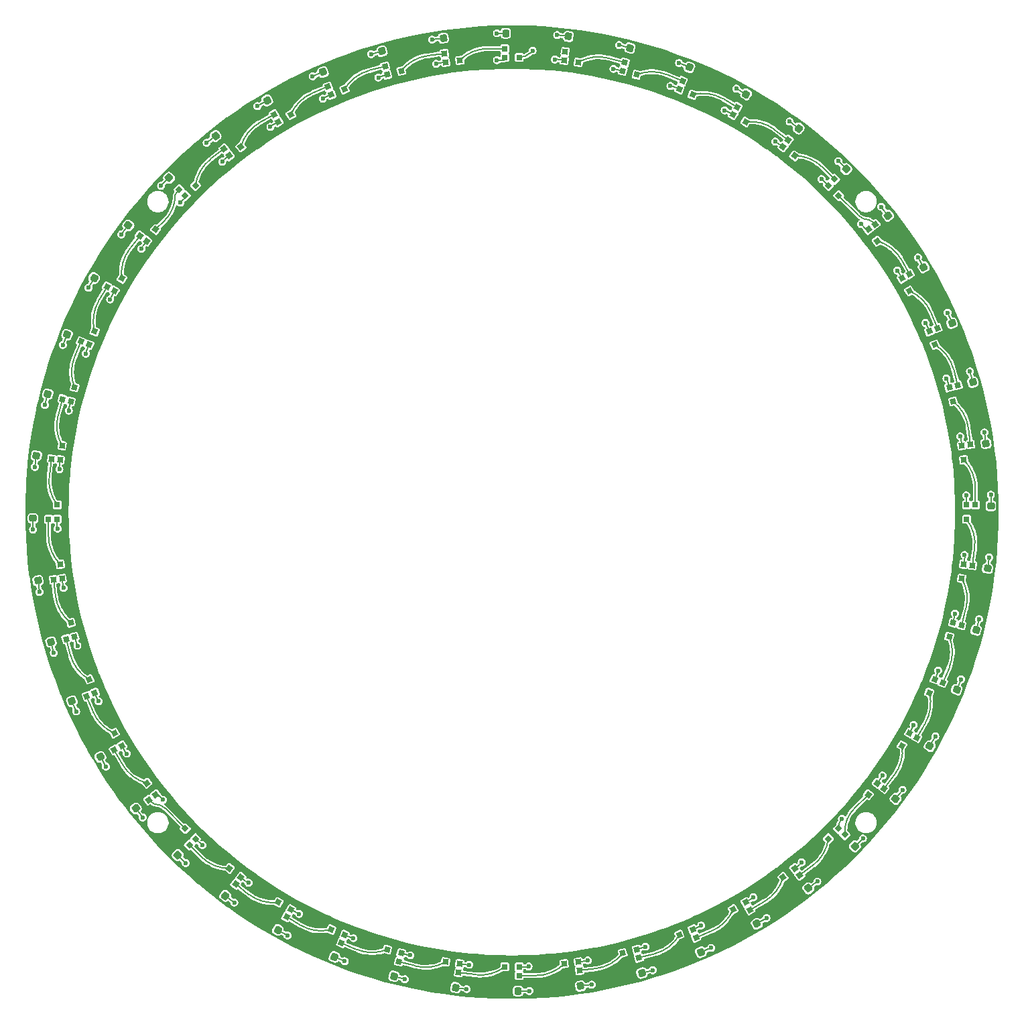
<source format=gtl>
G04 #@! TF.GenerationSoftware,KiCad,Pcbnew,8.0.4*
G04 #@! TF.CreationDate,2024-11-19T03:08:21+11:00*
G04 #@! TF.ProjectId,RCS_WS2812B_Ring,5243535f-5753-4323-9831-32425f52696e,rev?*
G04 #@! TF.SameCoordinates,Original*
G04 #@! TF.FileFunction,Copper,L1,Top*
G04 #@! TF.FilePolarity,Positive*
%FSLAX46Y46*%
G04 Gerber Fmt 4.6, Leading zero omitted, Abs format (unit mm)*
G04 Created by KiCad (PCBNEW 8.0.4) date 2024-11-19 03:08:21*
%MOMM*%
%LPD*%
G01*
G04 APERTURE LIST*
G04 Aperture macros list*
%AMRoundRect*
0 Rectangle with rounded corners*
0 $1 Rounding radius*
0 $2 $3 $4 $5 $6 $7 $8 $9 X,Y pos of 4 corners*
0 Add a 4 corners polygon primitive as box body*
4,1,4,$2,$3,$4,$5,$6,$7,$8,$9,$2,$3,0*
0 Add four circle primitives for the rounded corners*
1,1,$1+$1,$2,$3*
1,1,$1+$1,$4,$5*
1,1,$1+$1,$6,$7*
1,1,$1+$1,$8,$9*
0 Add four rect primitives between the rounded corners*
20,1,$1+$1,$2,$3,$4,$5,0*
20,1,$1+$1,$4,$5,$6,$7,0*
20,1,$1+$1,$6,$7,$8,$9,0*
20,1,$1+$1,$8,$9,$2,$3,0*%
%AMRotRect*
0 Rectangle, with rotation*
0 The origin of the aperture is its center*
0 $1 length*
0 $2 width*
0 $3 Rotation angle, in degrees counterclockwise*
0 Add horizontal line*
21,1,$1,$2,0,0,$3*%
G04 Aperture macros list end*
G04 #@! TA.AperFunction,SMDPad,CuDef*
%ADD10RotRect,0.700000X0.700000X352.500000*%
G04 #@! TD*
G04 #@! TA.AperFunction,SMDPad,CuDef*
%ADD11RotRect,0.700000X0.700000X345.000000*%
G04 #@! TD*
G04 #@! TA.AperFunction,SMDPad,CuDef*
%ADD12RotRect,0.700000X0.700000X337.500000*%
G04 #@! TD*
G04 #@! TA.AperFunction,SMDPad,CuDef*
%ADD13RotRect,0.700000X0.700000X330.000000*%
G04 #@! TD*
G04 #@! TA.AperFunction,SMDPad,CuDef*
%ADD14RotRect,0.700000X0.700000X322.500000*%
G04 #@! TD*
G04 #@! TA.AperFunction,SMDPad,CuDef*
%ADD15RotRect,0.700000X0.700000X315.000000*%
G04 #@! TD*
G04 #@! TA.AperFunction,SMDPad,CuDef*
%ADD16RotRect,0.700000X0.700000X307.500000*%
G04 #@! TD*
G04 #@! TA.AperFunction,SMDPad,CuDef*
%ADD17RotRect,0.700000X0.700000X300.000000*%
G04 #@! TD*
G04 #@! TA.AperFunction,SMDPad,CuDef*
%ADD18RotRect,0.700000X0.700000X292.500000*%
G04 #@! TD*
G04 #@! TA.AperFunction,SMDPad,CuDef*
%ADD19RotRect,0.700000X0.700000X285.000000*%
G04 #@! TD*
G04 #@! TA.AperFunction,SMDPad,CuDef*
%ADD20RotRect,0.700000X0.700000X277.500000*%
G04 #@! TD*
G04 #@! TA.AperFunction,SMDPad,CuDef*
%ADD21R,0.700000X0.700000*%
G04 #@! TD*
G04 #@! TA.AperFunction,SMDPad,CuDef*
%ADD22RotRect,0.700000X0.700000X262.500000*%
G04 #@! TD*
G04 #@! TA.AperFunction,SMDPad,CuDef*
%ADD23RotRect,0.700000X0.700000X255.000000*%
G04 #@! TD*
G04 #@! TA.AperFunction,SMDPad,CuDef*
%ADD24RotRect,0.700000X0.700000X247.500000*%
G04 #@! TD*
G04 #@! TA.AperFunction,SMDPad,CuDef*
%ADD25RotRect,0.700000X0.700000X240.000000*%
G04 #@! TD*
G04 #@! TA.AperFunction,SMDPad,CuDef*
%ADD26RotRect,0.700000X0.700000X232.500000*%
G04 #@! TD*
G04 #@! TA.AperFunction,SMDPad,CuDef*
%ADD27RotRect,0.700000X0.700000X225.000000*%
G04 #@! TD*
G04 #@! TA.AperFunction,SMDPad,CuDef*
%ADD28RotRect,0.700000X0.700000X217.500000*%
G04 #@! TD*
G04 #@! TA.AperFunction,SMDPad,CuDef*
%ADD29RotRect,0.700000X0.700000X210.000000*%
G04 #@! TD*
G04 #@! TA.AperFunction,SMDPad,CuDef*
%ADD30RotRect,0.700000X0.700000X202.500000*%
G04 #@! TD*
G04 #@! TA.AperFunction,SMDPad,CuDef*
%ADD31RotRect,0.700000X0.700000X195.000000*%
G04 #@! TD*
G04 #@! TA.AperFunction,SMDPad,CuDef*
%ADD32RotRect,0.700000X0.700000X187.500000*%
G04 #@! TD*
G04 #@! TA.AperFunction,SMDPad,CuDef*
%ADD33RotRect,0.700000X0.700000X172.500000*%
G04 #@! TD*
G04 #@! TA.AperFunction,SMDPad,CuDef*
%ADD34RotRect,0.700000X0.700000X165.000000*%
G04 #@! TD*
G04 #@! TA.AperFunction,SMDPad,CuDef*
%ADD35RotRect,0.700000X0.700000X157.500000*%
G04 #@! TD*
G04 #@! TA.AperFunction,SMDPad,CuDef*
%ADD36RotRect,0.700000X0.700000X150.000000*%
G04 #@! TD*
G04 #@! TA.AperFunction,SMDPad,CuDef*
%ADD37RotRect,0.700000X0.700000X142.500000*%
G04 #@! TD*
G04 #@! TA.AperFunction,SMDPad,CuDef*
%ADD38RotRect,0.700000X0.700000X135.000000*%
G04 #@! TD*
G04 #@! TA.AperFunction,SMDPad,CuDef*
%ADD39RotRect,0.700000X0.700000X127.500000*%
G04 #@! TD*
G04 #@! TA.AperFunction,SMDPad,CuDef*
%ADD40RotRect,0.700000X0.700000X120.000000*%
G04 #@! TD*
G04 #@! TA.AperFunction,SMDPad,CuDef*
%ADD41RotRect,0.700000X0.700000X112.500000*%
G04 #@! TD*
G04 #@! TA.AperFunction,SMDPad,CuDef*
%ADD42RotRect,0.700000X0.700000X105.000000*%
G04 #@! TD*
G04 #@! TA.AperFunction,SMDPad,CuDef*
%ADD43RotRect,0.700000X0.700000X97.500000*%
G04 #@! TD*
G04 #@! TA.AperFunction,SMDPad,CuDef*
%ADD44RotRect,0.700000X0.700000X82.500000*%
G04 #@! TD*
G04 #@! TA.AperFunction,SMDPad,CuDef*
%ADD45RotRect,0.700000X0.700000X75.000000*%
G04 #@! TD*
G04 #@! TA.AperFunction,SMDPad,CuDef*
%ADD46RotRect,0.700000X0.700000X67.500000*%
G04 #@! TD*
G04 #@! TA.AperFunction,SMDPad,CuDef*
%ADD47RotRect,0.700000X0.700000X60.000000*%
G04 #@! TD*
G04 #@! TA.AperFunction,SMDPad,CuDef*
%ADD48RotRect,0.700000X0.700000X52.500000*%
G04 #@! TD*
G04 #@! TA.AperFunction,SMDPad,CuDef*
%ADD49RotRect,0.700000X0.700000X45.000000*%
G04 #@! TD*
G04 #@! TA.AperFunction,SMDPad,CuDef*
%ADD50RotRect,0.700000X0.700000X37.500000*%
G04 #@! TD*
G04 #@! TA.AperFunction,SMDPad,CuDef*
%ADD51RotRect,0.700000X0.700000X30.000000*%
G04 #@! TD*
G04 #@! TA.AperFunction,SMDPad,CuDef*
%ADD52RotRect,0.700000X0.700000X22.500000*%
G04 #@! TD*
G04 #@! TA.AperFunction,SMDPad,CuDef*
%ADD53RotRect,0.700000X0.700000X15.000000*%
G04 #@! TD*
G04 #@! TA.AperFunction,SMDPad,CuDef*
%ADD54RotRect,0.700000X0.700000X7.500000*%
G04 #@! TD*
G04 #@! TA.AperFunction,SMDPad,CuDef*
%ADD55RoundRect,0.225000X0.255707X0.218493X-0.190444X0.277230X-0.255707X-0.218493X0.190444X-0.277230X0*%
G04 #@! TD*
G04 #@! TA.AperFunction,SMDPad,CuDef*
%ADD56RoundRect,0.225000X0.282038X0.183247X-0.152629X0.299716X-0.282038X-0.183247X0.152629X-0.299716X0*%
G04 #@! TD*
G04 #@! TA.AperFunction,SMDPad,CuDef*
%ADD57RoundRect,0.225000X0.303544X0.144866X-0.112202X0.317074X-0.303544X-0.144866X0.112202X-0.317074X0*%
G04 #@! TD*
G04 #@! TA.AperFunction,SMDPad,CuDef*
%ADD58RoundRect,0.225000X0.319856X0.104006X-0.069856X0.329006X-0.319856X-0.104006X0.069856X-0.329006X0*%
G04 #@! TD*
G04 #@! TA.AperFunction,SMDPad,CuDef*
%ADD59RoundRect,0.225000X0.330695X0.061367X-0.026314X0.335310X-0.330695X-0.061367X0.026314X-0.335310X0*%
G04 #@! TD*
G04 #@! TA.AperFunction,SMDPad,CuDef*
%ADD60RoundRect,0.225000X0.335876X0.017678X0.017678X0.335876X-0.335876X-0.017678X-0.017678X-0.335876X0*%
G04 #@! TD*
G04 #@! TA.AperFunction,SMDPad,CuDef*
%ADD61RoundRect,0.225000X0.335310X-0.026314X0.061367X0.330695X-0.335310X0.026314X-0.061367X-0.330695X0*%
G04 #@! TD*
G04 #@! TA.AperFunction,SMDPad,CuDef*
%ADD62RoundRect,0.225000X0.329006X-0.069856X0.104006X0.319856X-0.329006X0.069856X-0.104006X-0.319856X0*%
G04 #@! TD*
G04 #@! TA.AperFunction,SMDPad,CuDef*
%ADD63RoundRect,0.225000X0.317074X-0.112202X0.144866X0.303544X-0.317074X0.112202X-0.144866X-0.303544X0*%
G04 #@! TD*
G04 #@! TA.AperFunction,SMDPad,CuDef*
%ADD64RoundRect,0.225000X0.299716X-0.152629X0.183247X0.282038X-0.299716X0.152629X-0.183247X-0.282038X0*%
G04 #@! TD*
G04 #@! TA.AperFunction,SMDPad,CuDef*
%ADD65RoundRect,0.225000X0.277230X-0.190444X0.218493X0.255707X-0.277230X0.190444X-0.218493X-0.255707X0*%
G04 #@! TD*
G04 #@! TA.AperFunction,SMDPad,CuDef*
%ADD66RoundRect,0.225000X0.250000X-0.225000X0.250000X0.225000X-0.250000X0.225000X-0.250000X-0.225000X0*%
G04 #@! TD*
G04 #@! TA.AperFunction,SMDPad,CuDef*
%ADD67RoundRect,0.225000X0.218493X-0.255707X0.277230X0.190444X-0.218493X0.255707X-0.277230X-0.190444X0*%
G04 #@! TD*
G04 #@! TA.AperFunction,SMDPad,CuDef*
%ADD68RoundRect,0.225000X0.183247X-0.282038X0.299716X0.152629X-0.183247X0.282038X-0.299716X-0.152629X0*%
G04 #@! TD*
G04 #@! TA.AperFunction,SMDPad,CuDef*
%ADD69RoundRect,0.225000X0.144866X-0.303544X0.317074X0.112202X-0.144866X0.303544X-0.317074X-0.112202X0*%
G04 #@! TD*
G04 #@! TA.AperFunction,SMDPad,CuDef*
%ADD70RoundRect,0.225000X0.104006X-0.319856X0.329006X0.069856X-0.104006X0.319856X-0.329006X-0.069856X0*%
G04 #@! TD*
G04 #@! TA.AperFunction,SMDPad,CuDef*
%ADD71RoundRect,0.225000X0.061367X-0.330695X0.335310X0.026314X-0.061367X0.330695X-0.335310X-0.026314X0*%
G04 #@! TD*
G04 #@! TA.AperFunction,SMDPad,CuDef*
%ADD72RoundRect,0.225000X0.017678X-0.335876X0.335876X-0.017678X-0.017678X0.335876X-0.335876X0.017678X0*%
G04 #@! TD*
G04 #@! TA.AperFunction,SMDPad,CuDef*
%ADD73RoundRect,0.225000X-0.026314X-0.335310X0.330695X-0.061367X0.026314X0.335310X-0.330695X0.061367X0*%
G04 #@! TD*
G04 #@! TA.AperFunction,SMDPad,CuDef*
%ADD74RoundRect,0.225000X-0.069856X-0.329006X0.319856X-0.104006X0.069856X0.329006X-0.319856X0.104006X0*%
G04 #@! TD*
G04 #@! TA.AperFunction,SMDPad,CuDef*
%ADD75RoundRect,0.225000X-0.112202X-0.317074X0.303544X-0.144866X0.112202X0.317074X-0.303544X0.144866X0*%
G04 #@! TD*
G04 #@! TA.AperFunction,SMDPad,CuDef*
%ADD76RoundRect,0.225000X-0.152629X-0.299716X0.282038X-0.183247X0.152629X0.299716X-0.282038X0.183247X0*%
G04 #@! TD*
G04 #@! TA.AperFunction,SMDPad,CuDef*
%ADD77RoundRect,0.225000X-0.190444X-0.277230X0.255707X-0.218493X0.190444X0.277230X-0.255707X0.218493X0*%
G04 #@! TD*
G04 #@! TA.AperFunction,SMDPad,CuDef*
%ADD78RoundRect,0.225000X-0.225000X-0.250000X0.225000X-0.250000X0.225000X0.250000X-0.225000X0.250000X0*%
G04 #@! TD*
G04 #@! TA.AperFunction,SMDPad,CuDef*
%ADD79RoundRect,0.225000X-0.255707X-0.218493X0.190444X-0.277230X0.255707X0.218493X-0.190444X0.277230X0*%
G04 #@! TD*
G04 #@! TA.AperFunction,SMDPad,CuDef*
%ADD80RoundRect,0.225000X-0.282038X-0.183247X0.152629X-0.299716X0.282038X0.183247X-0.152629X0.299716X0*%
G04 #@! TD*
G04 #@! TA.AperFunction,SMDPad,CuDef*
%ADD81RoundRect,0.225000X-0.303544X-0.144866X0.112202X-0.317074X0.303544X0.144866X-0.112202X0.317074X0*%
G04 #@! TD*
G04 #@! TA.AperFunction,SMDPad,CuDef*
%ADD82RoundRect,0.225000X-0.319856X-0.104006X0.069856X-0.329006X0.319856X0.104006X-0.069856X0.329006X0*%
G04 #@! TD*
G04 #@! TA.AperFunction,SMDPad,CuDef*
%ADD83RoundRect,0.225000X-0.330695X-0.061367X0.026314X-0.335310X0.330695X0.061367X-0.026314X0.335310X0*%
G04 #@! TD*
G04 #@! TA.AperFunction,SMDPad,CuDef*
%ADD84RoundRect,0.225000X-0.335876X-0.017678X-0.017678X-0.335876X0.335876X0.017678X0.017678X0.335876X0*%
G04 #@! TD*
G04 #@! TA.AperFunction,SMDPad,CuDef*
%ADD85RoundRect,0.225000X-0.335310X0.026314X-0.061367X-0.330695X0.335310X-0.026314X0.061367X0.330695X0*%
G04 #@! TD*
G04 #@! TA.AperFunction,SMDPad,CuDef*
%ADD86RoundRect,0.225000X-0.329006X0.069856X-0.104006X-0.319856X0.329006X-0.069856X0.104006X0.319856X0*%
G04 #@! TD*
G04 #@! TA.AperFunction,SMDPad,CuDef*
%ADD87RoundRect,0.225000X-0.317074X0.112202X-0.144866X-0.303544X0.317074X-0.112202X0.144866X0.303544X0*%
G04 #@! TD*
G04 #@! TA.AperFunction,SMDPad,CuDef*
%ADD88RoundRect,0.225000X-0.299716X0.152629X-0.183247X-0.282038X0.299716X-0.152629X0.183247X0.282038X0*%
G04 #@! TD*
G04 #@! TA.AperFunction,SMDPad,CuDef*
%ADD89RoundRect,0.225000X-0.277230X0.190444X-0.218493X-0.255707X0.277230X-0.190444X0.218493X0.255707X0*%
G04 #@! TD*
G04 #@! TA.AperFunction,SMDPad,CuDef*
%ADD90RoundRect,0.225000X-0.250000X0.225000X-0.250000X-0.225000X0.250000X-0.225000X0.250000X0.225000X0*%
G04 #@! TD*
G04 #@! TA.AperFunction,SMDPad,CuDef*
%ADD91RoundRect,0.225000X-0.218493X0.255707X-0.277230X-0.190444X0.218493X-0.255707X0.277230X0.190444X0*%
G04 #@! TD*
G04 #@! TA.AperFunction,SMDPad,CuDef*
%ADD92RoundRect,0.225000X-0.183247X0.282038X-0.299716X-0.152629X0.183247X-0.282038X0.299716X0.152629X0*%
G04 #@! TD*
G04 #@! TA.AperFunction,SMDPad,CuDef*
%ADD93RoundRect,0.225000X-0.144866X0.303544X-0.317074X-0.112202X0.144866X-0.303544X0.317074X0.112202X0*%
G04 #@! TD*
G04 #@! TA.AperFunction,SMDPad,CuDef*
%ADD94RoundRect,0.225000X-0.104006X0.319856X-0.329006X-0.069856X0.104006X-0.319856X0.329006X0.069856X0*%
G04 #@! TD*
G04 #@! TA.AperFunction,SMDPad,CuDef*
%ADD95RoundRect,0.225000X-0.061367X0.330695X-0.335310X-0.026314X0.061367X-0.330695X0.335310X0.026314X0*%
G04 #@! TD*
G04 #@! TA.AperFunction,SMDPad,CuDef*
%ADD96RoundRect,0.225000X-0.017678X0.335876X-0.335876X0.017678X0.017678X-0.335876X0.335876X-0.017678X0*%
G04 #@! TD*
G04 #@! TA.AperFunction,SMDPad,CuDef*
%ADD97RoundRect,0.225000X0.026314X0.335310X-0.330695X0.061367X-0.026314X-0.335310X0.330695X-0.061367X0*%
G04 #@! TD*
G04 #@! TA.AperFunction,SMDPad,CuDef*
%ADD98RoundRect,0.225000X0.069856X0.329006X-0.319856X0.104006X-0.069856X-0.329006X0.319856X-0.104006X0*%
G04 #@! TD*
G04 #@! TA.AperFunction,SMDPad,CuDef*
%ADD99RoundRect,0.225000X0.112202X0.317074X-0.303544X0.144866X-0.112202X-0.317074X0.303544X-0.144866X0*%
G04 #@! TD*
G04 #@! TA.AperFunction,SMDPad,CuDef*
%ADD100RoundRect,0.225000X0.152629X0.299716X-0.282038X0.183247X-0.152629X-0.299716X0.282038X-0.183247X0*%
G04 #@! TD*
G04 #@! TA.AperFunction,SMDPad,CuDef*
%ADD101RoundRect,0.225000X0.190444X0.277230X-0.255707X0.218493X-0.190444X-0.277230X0.255707X-0.218493X0*%
G04 #@! TD*
G04 #@! TA.AperFunction,SMDPad,CuDef*
%ADD102RoundRect,0.225000X0.225000X0.250000X-0.225000X0.250000X-0.225000X-0.250000X0.225000X-0.250000X0*%
G04 #@! TD*
G04 #@! TA.AperFunction,ViaPad*
%ADD103C,0.600000*%
G04 #@! TD*
G04 #@! TA.AperFunction,ViaPad*
%ADD104C,1.000000*%
G04 #@! TD*
G04 #@! TA.AperFunction,Conductor*
%ADD105C,0.200000*%
G04 #@! TD*
G04 APERTURE END LIST*
D10*
X6735136Y58168527D03*
X6591558Y57077938D03*
X8405902Y56839075D03*
X8549480Y57929664D03*
D11*
X14270032Y56791776D03*
X13985331Y55729257D03*
X15752976Y55255618D03*
X16037677Y56318137D03*
D12*
X21560765Y54443301D03*
X21139813Y53427034D03*
X22830513Y52726723D03*
X23251465Y53742990D03*
D13*
X28482587Y51163287D03*
X27932587Y50210659D03*
X29517413Y49295659D03*
X30067413Y50248287D03*
D14*
X34917062Y47007854D03*
X34247425Y46135165D03*
X35699262Y45021132D03*
X36368899Y45893821D03*
D15*
X40754099Y42048104D03*
X39976282Y41270287D03*
X41270287Y39976282D03*
X42048104Y40754099D03*
D16*
X45893821Y36368899D03*
X45021132Y35699262D03*
X46135165Y34247425D03*
X47007854Y34917062D03*
D17*
X50248287Y30067413D03*
X49295659Y29517413D03*
X50210659Y27932587D03*
X51163287Y28482587D03*
D18*
X53742990Y23251465D03*
X52726723Y22830513D03*
X53427034Y21139813D03*
X54443301Y21560765D03*
D19*
X56318137Y16037677D03*
X55255618Y15752976D03*
X55729257Y13985331D03*
X56791776Y14270032D03*
D20*
X57929664Y8549480D03*
X56839075Y8405902D03*
X57077938Y6591558D03*
X58168527Y6735136D03*
D21*
X58550000Y915000D03*
X57450000Y915000D03*
X57450000Y-915000D03*
X58550000Y-915000D03*
D22*
X58168527Y-6735136D03*
X57077938Y-6591558D03*
X56839075Y-8405902D03*
X57929664Y-8549480D03*
D23*
X56791776Y-14270032D03*
X55729257Y-13985331D03*
X55255618Y-15752976D03*
X56318137Y-16037677D03*
D24*
X54443301Y-21560765D03*
X53427034Y-21139813D03*
X52726723Y-22830513D03*
X53742990Y-23251465D03*
D25*
X51163287Y-28482587D03*
X50210659Y-27932587D03*
X49295659Y-29517413D03*
X50248287Y-30067413D03*
D26*
X47007854Y-34917062D03*
X46135165Y-34247425D03*
X45021132Y-35699262D03*
X45893821Y-36368899D03*
D27*
X42048104Y-40754099D03*
X41270287Y-39976282D03*
X39976282Y-41270287D03*
X40754099Y-42048104D03*
D28*
X36368899Y-45893821D03*
X35699262Y-45021132D03*
X34247425Y-46135165D03*
X34917062Y-47007854D03*
D29*
X30067413Y-50248287D03*
X29517413Y-49295659D03*
X27932587Y-50210659D03*
X28482587Y-51163287D03*
D30*
X23251465Y-53742990D03*
X22830513Y-52726723D03*
X21139813Y-53427034D03*
X21560765Y-54443301D03*
D31*
X16037677Y-56318137D03*
X15752976Y-55255618D03*
X13985331Y-55729257D03*
X14270032Y-56791776D03*
D32*
X8549480Y-57929664D03*
X8405902Y-56839075D03*
X6591558Y-57077938D03*
X6735136Y-58168527D03*
D21*
X915000Y-58550000D03*
X915000Y-57450000D03*
X-915000Y-57450000D03*
X-915000Y-58550000D03*
D33*
X-6735136Y-58168527D03*
X-6591558Y-57077938D03*
X-8405902Y-56839075D03*
X-8549480Y-57929664D03*
D34*
X-14270032Y-56791776D03*
X-13985331Y-55729257D03*
X-15752976Y-55255618D03*
X-16037677Y-56318137D03*
D35*
X-21560765Y-54443301D03*
X-21139813Y-53427034D03*
X-22830513Y-52726723D03*
X-23251465Y-53742990D03*
D36*
X-28482586Y-51163287D03*
X-27932586Y-50210659D03*
X-29517412Y-49295659D03*
X-30067412Y-50248287D03*
D37*
X-34917062Y-47007854D03*
X-34247425Y-46135165D03*
X-35699262Y-45021132D03*
X-36368899Y-45893821D03*
D38*
X-40754099Y-42048104D03*
X-39976282Y-41270287D03*
X-41270287Y-39976282D03*
X-42048104Y-40754099D03*
D39*
X-45893821Y-36368899D03*
X-45021132Y-35699262D03*
X-46135165Y-34247425D03*
X-47007854Y-34917062D03*
D40*
X-50248287Y-30067412D03*
X-49295659Y-29517412D03*
X-50210659Y-27932586D03*
X-51163287Y-28482586D03*
D41*
X-53742990Y-23251465D03*
X-52726723Y-22830513D03*
X-53427034Y-21139813D03*
X-54443301Y-21560765D03*
D42*
X-56318137Y-16037677D03*
X-55255618Y-15752976D03*
X-55729257Y-13985331D03*
X-56791776Y-14270032D03*
D43*
X-57929664Y-8549480D03*
X-56839075Y-8405902D03*
X-57077938Y-6591558D03*
X-58168527Y-6735136D03*
D21*
X-58550000Y-915000D03*
X-57450000Y-915000D03*
X-57450000Y915000D03*
X-58550000Y915000D03*
D44*
X-58168527Y6735136D03*
X-57077938Y6591558D03*
X-56839075Y8405902D03*
X-57929664Y8549480D03*
D45*
X-56791776Y14270032D03*
X-55729257Y13985331D03*
X-55255618Y15752976D03*
X-56318137Y16037677D03*
D46*
X-54443301Y21560765D03*
X-53427034Y21139813D03*
X-52726723Y22830513D03*
X-53742990Y23251465D03*
D47*
X-51163287Y28482587D03*
X-50210659Y27932587D03*
X-49295659Y29517413D03*
X-50248287Y30067413D03*
D48*
X-47007854Y34917062D03*
X-46135165Y34247425D03*
X-45021132Y35699262D03*
X-45893821Y36368899D03*
D49*
X-42048104Y40754099D03*
X-41270287Y39976282D03*
X-39976282Y41270287D03*
X-40754099Y42048104D03*
D50*
X-36368899Y45893821D03*
X-35699262Y45021132D03*
X-34247425Y46135165D03*
X-34917062Y47007854D03*
D51*
X-30067412Y50248287D03*
X-29517412Y49295659D03*
X-27932586Y50210659D03*
X-28482586Y51163287D03*
D52*
X-23251465Y53742990D03*
X-22830513Y52726723D03*
X-21139813Y53427034D03*
X-21560765Y54443301D03*
D53*
X-16037677Y56318137D03*
X-15752976Y55255618D03*
X-13985331Y55729257D03*
X-14270032Y56791776D03*
D54*
X-8549480Y57929664D03*
X-8405902Y56839075D03*
X-6591558Y57077938D03*
X-6735136Y58168527D03*
D21*
X-915000Y58550000D03*
X-915000Y57450000D03*
X915000Y57450000D03*
X915000Y58550000D03*
D55*
X8665204Y59881256D03*
X7128464Y60083572D03*
D56*
X16407145Y58237927D03*
X14909959Y58639097D03*
D57*
X23868354Y55598131D03*
X22436340Y56191291D03*
D58*
X30921170Y52007036D03*
X29578830Y52782036D03*
D59*
X37444915Y47526087D03*
X36215217Y48469667D03*
D60*
X43327968Y42231952D03*
X42231952Y43327968D03*
D61*
X48469667Y36215217D03*
X47526087Y37444915D03*
D62*
X52782036Y29578830D03*
X52007036Y30921170D03*
D63*
X56191291Y22436340D03*
X55598131Y23868354D03*
D64*
X58639097Y14909959D03*
X58237927Y16407145D03*
D65*
X60083572Y7128464D03*
X59881256Y8665204D03*
D66*
X60500000Y-775000D03*
X60500000Y775000D03*
D67*
X59881256Y-8665204D03*
X60083572Y-7128464D03*
D68*
X58237927Y-16407145D03*
X58639097Y-14909959D03*
D69*
X55598131Y-23868354D03*
X56191291Y-22436340D03*
D70*
X52007036Y-30921170D03*
X52782036Y-29578830D03*
D71*
X47526087Y-37444915D03*
X48469667Y-36215217D03*
D72*
X42231952Y-43327968D03*
X43327968Y-42231952D03*
D73*
X36215217Y-48469667D03*
X37444915Y-47526087D03*
D74*
X29578830Y-52782036D03*
X30921170Y-52007036D03*
D75*
X22436340Y-56191291D03*
X23868354Y-55598131D03*
D76*
X14909959Y-58639097D03*
X16407145Y-58237927D03*
D77*
X7128464Y-60083572D03*
X8665204Y-59881256D03*
D78*
X-775000Y-60500000D03*
X775000Y-60500000D03*
D79*
X-8665204Y-59881256D03*
X-7128464Y-60083572D03*
D80*
X-16407145Y-58237927D03*
X-14909959Y-58639097D03*
D81*
X-23868354Y-55598131D03*
X-22436340Y-56191291D03*
D82*
X-30921169Y-52007036D03*
X-29578829Y-52782036D03*
D83*
X-37444915Y-47526087D03*
X-36215217Y-48469667D03*
D84*
X-43327968Y-42231952D03*
X-42231952Y-43327968D03*
D85*
X-48469667Y-36215217D03*
X-47526087Y-37444915D03*
D86*
X-52782036Y-29578829D03*
X-52007036Y-30921169D03*
D87*
X-56191291Y-22436340D03*
X-55598131Y-23868354D03*
D88*
X-58639097Y-14909959D03*
X-58237927Y-16407145D03*
D89*
X-60083572Y-7128464D03*
X-59881256Y-8665204D03*
D90*
X-60500000Y775000D03*
X-60500000Y-775000D03*
D91*
X-59881256Y8665204D03*
X-60083572Y7128464D03*
D92*
X-58237927Y16407145D03*
X-58639097Y14909959D03*
D93*
X-55598131Y23868354D03*
X-56191291Y22436340D03*
D94*
X-52007036Y30921170D03*
X-52782036Y29578830D03*
D95*
X-47526087Y37444915D03*
X-48469667Y36215217D03*
D96*
X-42231952Y43327968D03*
X-43327968Y42231952D03*
D97*
X-36215217Y48469667D03*
X-37444915Y47526087D03*
D98*
X-29578829Y52782036D03*
X-30921169Y52007036D03*
D99*
X-22436340Y56191291D03*
X-23868354Y55598131D03*
D100*
X-14909959Y58639097D03*
X-16407145Y58237927D03*
D101*
X-7128464Y60083572D03*
X-8665204Y59881256D03*
D102*
X775000Y60499999D03*
X-775000Y60500001D03*
D103*
X41700000Y-38750000D03*
X-44100000Y-36350000D03*
X-41900000Y39100000D03*
X44100000Y36400000D03*
D104*
X10900000Y58500000D03*
X4100000Y58900000D03*
D103*
X2600000Y58300000D03*
X-1900000Y57100000D03*
X5410169Y57183040D03*
X12827769Y55987662D03*
X20025882Y53834320D03*
X26881347Y50759858D03*
X33276864Y46816881D03*
X39103005Y42072853D03*
X48659858Y30518653D03*
X52227050Y23906176D03*
X54900622Y16884657D03*
X56634830Y9574238D03*
X57400000Y2100000D03*
X57183040Y-5410169D03*
X55987662Y-12827769D03*
X53834320Y-20025882D03*
X50759858Y-26881347D03*
X46816881Y-33276864D03*
X36608948Y-44260083D03*
X30518653Y-48659858D03*
X23906176Y-52227050D03*
X16884657Y-54900622D03*
X9574238Y-56634830D03*
X2100000Y-57400000D03*
X-5410169Y-57183040D03*
X-12827769Y-55987662D03*
X-20025882Y-53834320D03*
X-26881347Y-50759858D03*
X-33276864Y-46816881D03*
X-39103005Y-42072853D03*
X-48659858Y-30518653D03*
X-52227050Y-23906176D03*
X-54900622Y-16884657D03*
X-56634830Y-9574238D03*
X-57400000Y-2100000D03*
X-57183040Y5410169D03*
X-55987662Y12827769D03*
X-53834320Y20025882D03*
X-50759858Y26881347D03*
X-46816881Y33276864D03*
X-36608948Y44260083D03*
X-30518653Y48659858D03*
X-23906176Y52227050D03*
X-16884657Y54900622D03*
X-9574238Y56634830D03*
X5715656Y60269572D03*
X13533515Y59007914D03*
X21119813Y56736615D03*
X28344744Y53494537D03*
X35084689Y49337152D03*
X41224325Y44335595D03*
X46658602Y38575444D03*
X51294537Y32155256D03*
X55052808Y25184883D03*
X57869111Y17783589D03*
X59695256Y10078013D03*
X60500000Y2200000D03*
X60269572Y-5715656D03*
X59007914Y-13533515D03*
X56736615Y-21119813D03*
X53494537Y-28344744D03*
X49337152Y-35084689D03*
X44335595Y-41224325D03*
X38575444Y-46658602D03*
X32155256Y-51294537D03*
X25184883Y-55052808D03*
X17783589Y-57869111D03*
X10078013Y-59695256D03*
X2200000Y-60500000D03*
X-5715656Y-60269572D03*
X-13533515Y-59007914D03*
X-21119813Y-56736615D03*
X-28344744Y-53494537D03*
X-35084689Y-49337152D03*
X-41224325Y-44335595D03*
X-46658602Y-38575444D03*
X-51294537Y-32155256D03*
X-55052808Y-25184883D03*
X-57869111Y-17783589D03*
X-59695256Y-10078013D03*
X-60500000Y-2200000D03*
X-60269572Y5715656D03*
X-59007914Y13533515D03*
X-56736615Y21119813D03*
X-53494537Y28344744D03*
X-49337152Y35084689D03*
X-44335595Y41224325D03*
X-38575444Y46658602D03*
X-32155256Y51294537D03*
X-25184883Y55052808D03*
X-17783589Y57869111D03*
X-10078013Y59695256D03*
X-1900000Y60500001D03*
D105*
X41270287Y-39787418D02*
G75*
G02*
X41699994Y-38749994I1467113J18D01*
G01*
X41270287Y-39976282D02*
X41270287Y-39787418D01*
X42048104Y-40754099D02*
X42050397Y-40613851D01*
X42065254Y-40254849D02*
G75*
G02*
X43196420Y-37523976I3862036J-1D01*
G01*
X43196419Y-37523975D02*
X45021132Y-35699262D01*
X42050397Y-40613851D02*
X42063019Y-40459917D01*
X42063019Y-40459917D02*
X42065254Y-40254849D01*
X-44559540Y-35890459D02*
X-44100000Y-36350000D01*
X-45021132Y-35699262D02*
G75*
G02*
X-44559540Y-35890459I-2J-652796D01*
G01*
X-45893821Y-36368899D02*
X-45787141Y-36472292D01*
X-45121732Y-36895060D02*
G75*
G02*
X-43806879Y-37439690I-2J-1859487D01*
G01*
X-45787141Y-36472292D02*
X-45662407Y-36578130D01*
X-45662407Y-36578130D02*
X-45543742Y-36665530D01*
X-45543742Y-36665530D02*
X-45403873Y-36754900D01*
X-45403873Y-36754900D02*
X-45276131Y-36824335D01*
X-45276131Y-36824335D02*
X-45121732Y-36895060D01*
X-43806879Y-37439690D02*
X-41270287Y-39976282D01*
X-41444638Y39555363D02*
X-41900000Y39100000D01*
X-41270287Y39976282D02*
G75*
G02*
X-41444638Y39555363I-595263J-2D01*
G01*
X-42048104Y40754099D02*
X-42146895Y40652168D01*
X-42416924Y40285960D02*
X-42483269Y40163904D01*
X-42146895Y40652168D02*
X-42248022Y40532986D01*
X-42248022Y40532986D02*
X-42331532Y40419603D01*
X-42331532Y40419603D02*
X-42416924Y40285960D01*
X-42483269Y40163904D02*
X-42550846Y40016377D01*
X-42550846Y40016377D02*
G75*
G02*
X-43856751Y36863642I-4458645J1D01*
G01*
X-43856751Y36863642D02*
X-45021132Y35699262D01*
X44644896Y35855104D02*
X44100000Y36400000D01*
X45021132Y35699262D02*
G75*
G02*
X44644888Y35855096I-32J532038D01*
G01*
X45893821Y36368899D02*
X45773099Y36485738D01*
X45520429Y36688048D02*
X45392755Y36772109D01*
X45108053Y36924046D02*
G75*
G02*
X43767090Y37479520I47J1896454D01*
G01*
X45773099Y36485738D02*
X45655903Y36585850D01*
X45243430Y36857724D02*
X45108053Y36924046D01*
X45655903Y36585850D02*
X45520429Y36688048D01*
X45392755Y36772109D02*
X45243430Y36857724D01*
X43767070Y37479500D02*
X41270287Y39976282D01*
X2600000Y58300000D02*
X2340435Y58040435D01*
X2340435Y58040435D02*
G75*
G02*
X915000Y57450000I-1425435J1425435D01*
G01*
X-1900000Y57100000D02*
X-1009016Y57100000D01*
X-874909Y57234107D02*
G75*
G02*
X-915000Y57450000I606457J224287D01*
G01*
X-1009016Y57100000D02*
X-874909Y57234107D01*
X-1900000Y60500001D02*
X-775000Y60500001D01*
X6591558Y57077939D02*
X5536373Y57216857D01*
X13985332Y55729258D02*
X12957307Y56004717D01*
X21139813Y53427034D02*
X20156537Y53834320D01*
X27932587Y50210659D02*
X27010885Y50742804D01*
X34247426Y46135166D02*
X33403068Y46783065D01*
X39976282Y41270287D02*
X39223715Y42022854D01*
X49295659Y29517413D02*
X48763514Y30439115D01*
X52726724Y22830513D02*
X52319438Y23813789D01*
X55255619Y15752976D02*
X54980160Y16781001D01*
X56839076Y8405902D02*
X56700158Y9461087D01*
X57450000Y915000D02*
X57450000Y1979290D01*
X57077939Y-6591558D02*
X57216857Y-5536373D01*
X55729258Y-13985332D02*
X56004717Y-12957307D01*
X53427034Y-21139813D02*
X53834320Y-20156537D01*
X50210659Y-27932587D02*
X50742804Y-27010885D01*
X46135166Y-34247426D02*
X46783065Y-33403068D01*
X35699262Y-45021133D02*
X36543620Y-44373234D01*
X29517413Y-49295659D02*
X30439115Y-48763514D01*
X22830513Y-52726724D02*
X23813789Y-52319438D01*
X15752976Y-55255619D02*
X16781001Y-54980160D01*
X8405902Y-56839076D02*
X9461087Y-56700158D01*
X915000Y-57450000D02*
X1979290Y-57450000D01*
X-6591558Y-57077939D02*
X-5536373Y-57216857D01*
X-13985332Y-55729258D02*
X-12957307Y-56004717D01*
X-21139813Y-53427034D02*
X-20156537Y-53834320D01*
X-27932587Y-50210659D02*
X-27010885Y-50742804D01*
X-34247426Y-46135166D02*
X-33403068Y-46783065D01*
X-39976282Y-41270287D02*
X-39223715Y-42022854D01*
X-49295659Y-29517413D02*
X-48763514Y-30439115D01*
X-52726724Y-22830513D02*
X-52319438Y-23813789D01*
X-55255619Y-15752976D02*
X-54980160Y-16781001D01*
X-56839076Y-8405902D02*
X-56700158Y-9461087D01*
X-57450000Y-915000D02*
X-57450000Y-1979290D01*
X-57077939Y6591558D02*
X-57216857Y5536373D01*
X-55729258Y13985332D02*
X-56004717Y12957307D01*
X-53427034Y21139813D02*
X-53834320Y20156537D01*
X-50210659Y27932587D02*
X-50742804Y27010885D01*
X-46135166Y34247426D02*
X-46783065Y33403068D01*
X-35699262Y45021133D02*
X-36543620Y44373234D01*
X-29517413Y49295659D02*
X-30439115Y48763514D01*
X-22830513Y52726724D02*
X-23813789Y52319438D01*
X-15752976Y55255619D02*
X-16781001Y54980160D01*
X-8405902Y56839076D02*
X-9461087Y56700158D01*
X7128465Y60083573D02*
X5715658Y60269573D01*
X14909960Y58639098D02*
X13533518Y59007915D01*
X22436341Y56191292D02*
X21119815Y56736615D01*
X29578831Y52782038D02*
X28344747Y53494537D01*
X36215218Y48469668D02*
X35084691Y49337152D01*
X42231953Y43327969D02*
X41224327Y44335595D01*
X47526088Y37444916D02*
X46658604Y38575443D01*
X52007038Y30921170D02*
X51294539Y32155254D01*
X55598133Y23868355D02*
X55052810Y25184881D01*
X58237929Y16407145D02*
X57869112Y17783587D01*
X59881257Y8665205D02*
X59695257Y10078012D01*
X60500001Y775000D02*
X60500001Y2199998D01*
X60083573Y-7128465D02*
X60269573Y-5715658D01*
X58639098Y-14909960D02*
X59007915Y-13533518D01*
X56191292Y-22436341D02*
X56736615Y-21119815D01*
X52782038Y-29578831D02*
X53494537Y-28344747D01*
X48469668Y-36215218D02*
X49337152Y-35084691D01*
X43327969Y-42231953D02*
X44335595Y-41224327D01*
X37444916Y-47526088D02*
X38575443Y-46658604D01*
X30921170Y-52007038D02*
X32155254Y-51294539D01*
X23868355Y-55598133D02*
X25184881Y-55052810D01*
X16407145Y-58237929D02*
X17783587Y-57869112D01*
X8665205Y-59881257D02*
X10078012Y-59695257D01*
X775000Y-60500001D02*
X2199998Y-60500001D01*
X-7128465Y-60083573D02*
X-5715658Y-60269573D01*
X-14909960Y-58639098D02*
X-13533518Y-59007915D01*
X-22436341Y-56191292D02*
X-21119815Y-56736615D01*
X-29578831Y-52782038D02*
X-28344747Y-53494537D01*
X-36215218Y-48469668D02*
X-35084691Y-49337152D01*
X-42231953Y-43327969D02*
X-41224327Y-44335595D01*
X-47526088Y-37444916D02*
X-46658604Y-38575443D01*
X-52007038Y-30921170D02*
X-51294539Y-32155254D01*
X-55598133Y-23868355D02*
X-55052810Y-25184881D01*
X-58237929Y-16407145D02*
X-57869112Y-17783587D01*
X-59881257Y-8665205D02*
X-59695257Y-10078012D01*
X-60500001Y-775000D02*
X-60500001Y-2199998D01*
X-60083573Y7128465D02*
X-60269573Y5715658D01*
X-58639098Y14909960D02*
X-59007915Y13533518D01*
X-56191292Y22436341D02*
X-56736615Y21119815D01*
X-52782038Y29578831D02*
X-53494537Y28344747D01*
X-48469668Y36215218D02*
X-49337152Y35084691D01*
X-43327969Y42231953D02*
X-44335595Y41224327D01*
X-37444916Y47526088D02*
X-38575443Y46658604D01*
X-30921170Y52007038D02*
X-32155254Y51294539D01*
X-23868355Y55598133D02*
X-25184881Y55052810D01*
X-16407145Y58237929D02*
X-17783587Y57869112D01*
X-8665205Y59881257D02*
X-10078012Y59695257D01*
X12219677Y57341168D02*
G75*
G03*
X8405902Y56839075I-1300807J-4854688D01*
G01*
X14270033Y56791777D02*
X12219676Y57341169D01*
X19599641Y55255616D02*
G75*
G03*
X15752957Y55255616I-1923342J-4643365D01*
G01*
X21560765Y54443302D02*
X19599659Y55255619D01*
X26644304Y52224616D02*
G75*
G03*
X22830530Y52726707I-2512964J-4352586D01*
G01*
X28482587Y51163287D02*
X26644287Y52224630D01*
X33233028Y48300044D02*
G75*
G03*
X29517414Y49295663I-3059628J-3987344D01*
G01*
X34917063Y47007855D02*
X33233023Y48300064D01*
X39253141Y43549100D02*
G75*
G03*
X35699269Y45021132I-3553841J-3553900D01*
G01*
X40754099Y42048105D02*
X39253133Y43549071D01*
X49187004Y31905731D02*
G75*
G03*
X46135232Y34247470I-4352604J-2512931D01*
G01*
X50248287Y30067413D02*
X49186944Y31905713D01*
X52930689Y25212543D02*
G75*
G03*
X50210680Y27932574I-4643389J-1923343D01*
G01*
X53742991Y23251465D02*
X52930674Y25212571D01*
X55768797Y18088054D02*
G75*
G03*
X53427085Y21139832I-4854687J-1300814D01*
G01*
X56318138Y16037677D02*
X55768746Y18088034D01*
X57652624Y10654059D02*
G75*
G03*
X55729283Y13985385I-4982944J-656019D01*
G01*
X57929665Y8549481D02*
X57652599Y10654007D01*
X58550023Y3037741D02*
G75*
G03*
X57077962Y6591614I-5025943J-1D01*
G01*
X58550000Y915000D02*
X58550000Y3037686D01*
X58445652Y-4630569D02*
G75*
G03*
X57450055Y-914959I-4982952J656009D01*
G01*
X58168528Y-6735137D02*
X58445594Y-4630611D01*
X57341219Y-12219698D02*
G75*
G03*
X56839123Y-8405925I-4854719J1300798D01*
G01*
X56791777Y-14270033D02*
X57341169Y-12219676D01*
X55255664Y-19599595D02*
G75*
G03*
X55255666Y-15752910I-4643364J1923345D01*
G01*
X54443302Y-21560765D02*
X55255619Y-19599659D01*
X52224556Y-26644292D02*
G75*
G03*
X52726670Y-22830512I-4352556J2512992D01*
G01*
X51163287Y-28482587D02*
X52224630Y-26644287D01*
X48300015Y-33232993D02*
G75*
G03*
X49295614Y-29517381I-3987315J3059593D01*
G01*
X47007855Y-34917063D02*
X48300064Y-33233023D01*
X38052886Y-44601695D02*
G75*
G03*
X39976266Y-41270374I-3059586J3987395D01*
G01*
X36368900Y-45893821D02*
X38052940Y-44601612D01*
X31905707Y-49186937D02*
G75*
G03*
X34247373Y-46135145I-2513007J4352537D01*
G01*
X30067413Y-50248287D02*
X31905713Y-49186944D01*
X25212517Y-52930659D02*
G75*
G03*
X27932546Y-50210648I-1923317J4643359D01*
G01*
X23251465Y-53742991D02*
X25212571Y-52930674D01*
X18088026Y-55768743D02*
G75*
G03*
X21139781Y-53427016I-1300826J4854643D01*
G01*
X16037677Y-56318138D02*
X18088034Y-55768746D01*
X10654036Y-57652681D02*
G75*
G03*
X13985363Y-55729341I-656016J4982941D01*
G01*
X8549481Y-57929665D02*
X10654007Y-57652599D01*
X3037686Y-58550000D02*
G75*
G03*
X6591556Y-57077936I-6J5025940D01*
G01*
X915000Y-58550000D02*
X3037686Y-58550000D01*
X-4630611Y-58445595D02*
G75*
G03*
X-915000Y-57450000I656013J4982947D01*
G01*
X-6735137Y-58168528D02*
X-4630611Y-58445594D01*
X-12219676Y-57341168D02*
G75*
G03*
X-8405901Y-56839075I1300806J4854693D01*
G01*
X-14270033Y-56791777D02*
X-12219676Y-57341169D01*
X-19599659Y-55255619D02*
G75*
G03*
X-15752975Y-55255619I1923342J4643365D01*
G01*
X-21560765Y-54443302D02*
X-19599659Y-55255619D01*
X-26644287Y-52224631D02*
G75*
G03*
X-22830512Y-52726724I2512969J4352601D01*
G01*
X-28482587Y-51163287D02*
X-26644287Y-52224630D01*
X-33233023Y-48300064D02*
G75*
G03*
X-29517412Y-49295659I3059599J3987356D01*
G01*
X-34917063Y-47007855D02*
X-33233023Y-48300064D01*
X-39253134Y-43549070D02*
G75*
G03*
X-35699262Y-45021132I3553876J3553881D01*
G01*
X-40754099Y-42048105D02*
X-39253133Y-43549071D01*
X-49186945Y-31905713D02*
G75*
G03*
X-46135166Y-34247426I4352592J2512973D01*
G01*
X-50248287Y-30067413D02*
X-49186944Y-31905713D01*
X-52930674Y-25212570D02*
G75*
G03*
X-50210659Y-27932586I4643359J1923342D01*
G01*
X-53742991Y-23251465D02*
X-52930674Y-25212571D01*
X-55768746Y-18088035D02*
G75*
G03*
X-53427033Y-21139814I4854688J1300815D01*
G01*
X-56318138Y-16037677D02*
X-55768746Y-18088034D01*
X-57652599Y-10654007D02*
G75*
G03*
X-55729257Y-13985332I4982933J656015D01*
G01*
X-57929665Y-8549481D02*
X-57652599Y-10654007D01*
X-58550000Y-3037686D02*
G75*
G03*
X-57077938Y-6591558I5025939J2D01*
G01*
X-58550000Y-915000D02*
X-58550000Y-3037686D01*
X-58445595Y4630611D02*
G75*
G03*
X-57450000Y915000I4982947J-656013D01*
G01*
X-58168528Y6735137D02*
X-58445594Y4630611D01*
X-57341168Y12219676D02*
G75*
G03*
X-56839075Y8405901I4854693J-1300806D01*
G01*
X-56791777Y14270033D02*
X-57341169Y12219676D01*
X-55255619Y19599659D02*
G75*
G03*
X-55255619Y15752975I4643365J-1923342D01*
G01*
X-54443302Y21560765D02*
X-55255619Y19599659D01*
X-52224631Y26644287D02*
G75*
G03*
X-52726724Y22830512I4352601J-2512969D01*
G01*
X-51163287Y28482587D02*
X-52224630Y26644287D01*
X-48300064Y33233023D02*
G75*
G03*
X-49295659Y29517412I3987356J-3059599D01*
G01*
X-47007855Y34917063D02*
X-48300064Y33233023D01*
X-38052940Y44601612D02*
G75*
G03*
X-39976282Y41270287I3059597J-3987343D01*
G01*
X-36368900Y45893821D02*
X-38052940Y44601612D01*
X-31905713Y49186945D02*
G75*
G03*
X-34247426Y46135166I2512973J-4352592D01*
G01*
X-30067413Y50248287D02*
X-31905713Y49186944D01*
X-25212570Y52930674D02*
G75*
G03*
X-27932586Y50210659I1923342J-4643359D01*
G01*
X-23251465Y53742991D02*
X-25212571Y52930674D01*
X-18088035Y55768746D02*
G75*
G03*
X-21139814Y53427033I1300815J-4854688D01*
G01*
X-16037677Y56318138D02*
X-18088034Y55768746D01*
X-10654007Y57652599D02*
G75*
G03*
X-13985332Y55729257I656015J-4982933D01*
G01*
X-8549481Y57929665D02*
X-10654007Y57652599D01*
X-915000Y58550000D02*
X-3037686Y58550000D01*
X-3037686Y58550000D02*
G75*
G03*
X-6591558Y57077938I2J-5025939D01*
G01*
X1151765Y58830215D02*
X915000Y58593450D01*
X915000Y58593450D02*
X915000Y58550000D01*
G04 #@! TA.AperFunction,Conductor*
G36*
X786192Y61494464D02*
G01*
X2354756Y61454392D01*
X2356390Y61454330D01*
X3923502Y61374208D01*
X3925133Y61374103D01*
X5489611Y61253991D01*
X5491239Y61253845D01*
X7052141Y61093817D01*
X7053765Y61093630D01*
X8610114Y60893785D01*
X8611733Y60893556D01*
X10162443Y60654035D01*
X10164055Y60653765D01*
X11708151Y60374716D01*
X11709755Y60374405D01*
X13246212Y60056015D01*
X13247809Y60055663D01*
X14775666Y59698131D01*
X14777252Y59697738D01*
X16295425Y59301318D01*
X16297002Y59300885D01*
X17804632Y58865799D01*
X17806196Y58865325D01*
X19302140Y58391905D01*
X19303692Y58391392D01*
X20787083Y57879912D01*
X20788621Y57879360D01*
X22258498Y57330153D01*
X22260022Y57329561D01*
X23715353Y56743010D01*
X23716861Y56742380D01*
X25156771Y56118838D01*
X25158263Y56118169D01*
X26581742Y55458075D01*
X26583216Y55457369D01*
X27989405Y54761121D01*
X27990861Y54760377D01*
X29378810Y54028443D01*
X29380246Y54027662D01*
X30749068Y53260511D01*
X30750483Y53259693D01*
X32099207Y52457868D01*
X32100601Y52457015D01*
X33428409Y51621009D01*
X33429782Y51620121D01*
X34735902Y50750411D01*
X34737250Y50749488D01*
X35434068Y50259358D01*
X35957594Y49891118D01*
X36020620Y49846787D01*
X36021945Y49845829D01*
X37281904Y48910600D01*
X37283204Y48909609D01*
X38518843Y47942527D01*
X38520118Y47941503D01*
X39730688Y46943153D01*
X39731935Y46942097D01*
X40916555Y45913208D01*
X40917776Y45912121D01*
X42075811Y44853242D01*
X42077003Y44852123D01*
X43207557Y43764074D01*
X43208720Y43762926D01*
X44311157Y42646319D01*
X44312290Y42645141D01*
X45385814Y41500783D01*
X45386917Y41499577D01*
X46430884Y40328156D01*
X46431956Y40326922D01*
X47445669Y39129217D01*
X47446709Y39127956D01*
X48429502Y37904755D01*
X48430510Y37903467D01*
X49381738Y36655573D01*
X49382712Y36654261D01*
X50301776Y35382461D01*
X50302716Y35381124D01*
X51188985Y34086286D01*
X51189891Y34084925D01*
X52042798Y32767886D01*
X52043669Y32766503D01*
X52862661Y31428111D01*
X52863497Y31426706D01*
X53648065Y30067794D01*
X53648864Y30066368D01*
X54398464Y28687878D01*
X54399226Y28686432D01*
X55113351Y27289295D01*
X55114077Y27287830D01*
X55792327Y25872833D01*
X55793014Y25871350D01*
X56434869Y24439572D01*
X56435519Y24438072D01*
X57040621Y22990317D01*
X57041232Y22988801D01*
X57609158Y21526077D01*
X57609730Y21524546D01*
X58140111Y20047808D01*
X58140644Y20046263D01*
X58633148Y18556428D01*
X58633641Y18554869D01*
X59087928Y17052976D01*
X59088381Y17051406D01*
X59504165Y15538390D01*
X59504578Y15536808D01*
X59881579Y14013695D01*
X59881952Y14012104D01*
X60219950Y12479777D01*
X60220281Y12478176D01*
X60519017Y10937810D01*
X60519308Y10936201D01*
X60778613Y9388681D01*
X60778863Y9387066D01*
X60998567Y7833390D01*
X60998775Y7831769D01*
X61178728Y6272994D01*
X61178894Y6271368D01*
X61318972Y4708588D01*
X61319098Y4706958D01*
X61419226Y3140997D01*
X61419309Y3139364D01*
X61479409Y1571439D01*
X61479451Y1569805D01*
X61499489Y817D01*
X61499489Y-817D01*
X61479451Y-1569805D01*
X61479409Y-1571439D01*
X61419309Y-3139364D01*
X61419226Y-3140997D01*
X61319098Y-4706958D01*
X61318972Y-4708588D01*
X61178894Y-6271368D01*
X61178728Y-6272994D01*
X60998775Y-7831769D01*
X60998567Y-7833390D01*
X60778863Y-9387066D01*
X60778613Y-9388681D01*
X60519308Y-10936201D01*
X60519017Y-10937810D01*
X60220281Y-12478176D01*
X60219950Y-12479777D01*
X59881952Y-14012104D01*
X59881579Y-14013695D01*
X59504578Y-15536808D01*
X59504165Y-15538390D01*
X59088381Y-17051406D01*
X59087928Y-17052976D01*
X58633641Y-18554869D01*
X58633148Y-18556428D01*
X58140644Y-20046263D01*
X58140111Y-20047808D01*
X57609730Y-21524546D01*
X57609158Y-21526077D01*
X57041232Y-22988801D01*
X57040621Y-22990317D01*
X56435519Y-24438072D01*
X56434869Y-24439572D01*
X55793014Y-25871350D01*
X55792327Y-25872833D01*
X55114077Y-27287830D01*
X55113351Y-27289295D01*
X54399226Y-28686432D01*
X54398464Y-28687878D01*
X53648864Y-30066368D01*
X53648065Y-30067794D01*
X52863497Y-31426706D01*
X52862661Y-31428111D01*
X52043669Y-32766503D01*
X52042798Y-32767886D01*
X51189891Y-34084925D01*
X51188985Y-34086286D01*
X50302716Y-35381124D01*
X50301776Y-35382461D01*
X49382712Y-36654261D01*
X49381738Y-36655573D01*
X48430510Y-37903467D01*
X48429502Y-37904755D01*
X47446709Y-39127956D01*
X47445669Y-39129217D01*
X46431956Y-40326922D01*
X46430884Y-40328156D01*
X45386917Y-41499577D01*
X45385814Y-41500783D01*
X44312290Y-42645141D01*
X44311157Y-42646319D01*
X43208720Y-43762926D01*
X43207557Y-43764074D01*
X42077003Y-44852123D01*
X42075811Y-44853242D01*
X40917776Y-45912121D01*
X40916555Y-45913208D01*
X39731935Y-46942097D01*
X39730688Y-46943153D01*
X38520118Y-47941503D01*
X38518843Y-47942527D01*
X37283204Y-48909609D01*
X37281904Y-48910600D01*
X36021945Y-49845829D01*
X36020634Y-49846776D01*
X35707162Y-50067268D01*
X34737250Y-50749488D01*
X34735902Y-50750411D01*
X33429782Y-51620121D01*
X33428409Y-51621009D01*
X32100601Y-52457015D01*
X32099207Y-52457868D01*
X30750483Y-53259693D01*
X30749068Y-53260511D01*
X29380246Y-54027662D01*
X29378810Y-54028443D01*
X27990861Y-54760377D01*
X27989405Y-54761121D01*
X26583216Y-55457369D01*
X26581742Y-55458075D01*
X25158263Y-56118169D01*
X25156771Y-56118838D01*
X23716861Y-56742380D01*
X23715353Y-56743010D01*
X22260022Y-57329561D01*
X22258498Y-57330153D01*
X20788621Y-57879360D01*
X20787083Y-57879912D01*
X19303692Y-58391392D01*
X19302140Y-58391905D01*
X17806196Y-58865325D01*
X17804632Y-58865799D01*
X16297002Y-59300885D01*
X16295425Y-59301318D01*
X14777252Y-59697738D01*
X14775666Y-59698131D01*
X13247809Y-60055663D01*
X13246212Y-60056015D01*
X11709755Y-60374405D01*
X11708151Y-60374716D01*
X10164055Y-60653765D01*
X10162443Y-60654035D01*
X8611733Y-60893556D01*
X8610114Y-60893785D01*
X7053765Y-61093630D01*
X7052141Y-61093817D01*
X5491239Y-61253845D01*
X5489611Y-61253991D01*
X3925133Y-61374103D01*
X3923502Y-61374208D01*
X2356390Y-61454330D01*
X2354756Y-61454392D01*
X786192Y-61494464D01*
X784558Y-61494485D01*
X-784558Y-61494485D01*
X-786192Y-61494464D01*
X-2354756Y-61454392D01*
X-2356390Y-61454330D01*
X-3923502Y-61374208D01*
X-3925133Y-61374103D01*
X-5489611Y-61253991D01*
X-5491239Y-61253845D01*
X-7052141Y-61093817D01*
X-7053765Y-61093630D01*
X-8610114Y-60893785D01*
X-8611733Y-60893556D01*
X-10162443Y-60654035D01*
X-10164055Y-60653765D01*
X-11708151Y-60374716D01*
X-11709755Y-60374405D01*
X-12166663Y-60279723D01*
X-7810401Y-60279723D01*
X-7810400Y-60279726D01*
X-7810401Y-60279727D01*
X-7807761Y-60380573D01*
X-7762770Y-60507623D01*
X-7762768Y-60507628D01*
X-7735668Y-60542945D01*
X-7680716Y-60614559D01*
X-7569637Y-60690902D01*
X-7537395Y-60700452D01*
X-7472919Y-60719552D01*
X-7472915Y-60719552D01*
X-7472911Y-60719554D01*
X-6960358Y-60787032D01*
X-6859512Y-60784392D01*
X-6771994Y-60753400D01*
X-6732461Y-60739401D01*
X-6732456Y-60739399D01*
X-6625526Y-60657347D01*
X-6615292Y-60642457D01*
X-6549183Y-60546268D01*
X-6549182Y-60546266D01*
X-6549181Y-60546264D01*
X-6540947Y-60518466D01*
X-6510121Y-60480398D01*
X-6471231Y-60473191D01*
X-6188918Y-60510358D01*
X-6146499Y-60534849D01*
X-6143433Y-60539210D01*
X-6141035Y-60542939D01*
X-6141033Y-60542945D01*
X-6046784Y-60651715D01*
X-5925709Y-60729525D01*
X-5787617Y-60770072D01*
X-5787615Y-60770072D01*
X-5643697Y-60770072D01*
X-5643695Y-60770072D01*
X-5505603Y-60729525D01*
X-5505601Y-60729524D01*
X-5384532Y-60651718D01*
X-5384526Y-60651713D01*
X-5290280Y-60542948D01*
X-5290278Y-60542944D01*
X-5230491Y-60412031D01*
X-5210009Y-60269572D01*
X-5217638Y-60216512D01*
X124500Y-60216512D01*
X124500Y-60783488D01*
X130163Y-60819246D01*
X140280Y-60883125D01*
X140281Y-60883128D01*
X179426Y-60959953D01*
X201472Y-61003220D01*
X296780Y-61098528D01*
X296782Y-61098529D01*
X296783Y-61098530D01*
X416871Y-61159718D01*
X416874Y-61159719D01*
X516512Y-61175500D01*
X516515Y-61175500D01*
X1033485Y-61175500D01*
X1033488Y-61175500D01*
X1133126Y-61159719D01*
X1253216Y-61098530D01*
X1253217Y-61098530D01*
X1253217Y-61098529D01*
X1253220Y-61098528D01*
X1348528Y-61003220D01*
X1409719Y-60883126D01*
X1414254Y-60854489D01*
X1439847Y-60812724D01*
X1477466Y-60800501D01*
X1768901Y-60800501D01*
X1814156Y-60819246D01*
X1817269Y-60822590D01*
X1868872Y-60882143D01*
X1868874Y-60882144D01*
X1868876Y-60882146D01*
X1886987Y-60893785D01*
X1989947Y-60959953D01*
X2128039Y-61000500D01*
X2128041Y-61000500D01*
X2271959Y-61000500D01*
X2271961Y-61000500D01*
X2410053Y-60959953D01*
X2531128Y-60882143D01*
X2585628Y-60819246D01*
X2625375Y-60773376D01*
X2625377Y-60773372D01*
X2626885Y-60770072D01*
X2685165Y-60642457D01*
X2705647Y-60500000D01*
X2685165Y-60357543D01*
X2678956Y-60343948D01*
X2625377Y-60226627D01*
X2625375Y-60226623D01*
X2531129Y-60117858D01*
X2531123Y-60117853D01*
X2410054Y-60040047D01*
X2364022Y-60026531D01*
X2271961Y-59999500D01*
X2128039Y-59999500D01*
X2058993Y-60019773D01*
X1989945Y-60040047D01*
X1868872Y-60117856D01*
X1868870Y-60117858D01*
X1817268Y-60177412D01*
X1773466Y-60199338D01*
X1768900Y-60199501D01*
X1477467Y-60199501D01*
X1432212Y-60180756D01*
X1414255Y-60145513D01*
X1411341Y-60127115D01*
X1409719Y-60116874D01*
X1348528Y-59996780D01*
X1253220Y-59901472D01*
X1253217Y-59901470D01*
X1253215Y-59901469D01*
X1133128Y-59840281D01*
X1133125Y-59840280D01*
X1069439Y-59830194D01*
X1033488Y-59824500D01*
X516512Y-59824500D01*
X484420Y-59829582D01*
X416874Y-59840280D01*
X416871Y-59840281D01*
X296784Y-59901469D01*
X296782Y-59901470D01*
X296780Y-59901472D01*
X201472Y-59996780D01*
X201470Y-59996782D01*
X201469Y-59996784D01*
X140281Y-60116871D01*
X140280Y-60116874D01*
X134209Y-60155209D01*
X124500Y-60216512D01*
X-5217638Y-60216512D01*
X-5230491Y-60127112D01*
X-5290278Y-59996199D01*
X-5290280Y-59996195D01*
X-5384526Y-59887430D01*
X-5384532Y-59887425D01*
X-5505601Y-59809619D01*
X-5584102Y-59786570D01*
X-5643695Y-59769072D01*
X-5787617Y-59769072D01*
X-5879678Y-59796103D01*
X-5925710Y-59809619D01*
X-6046783Y-59887428D01*
X-6046786Y-59887431D01*
X-6051800Y-59893217D01*
X-6095602Y-59915142D01*
X-6108521Y-59914757D01*
X-6392784Y-59877333D01*
X-6435205Y-59852842D01*
X-6448408Y-59815557D01*
X-6449167Y-59786570D01*
X-6485097Y-59685104D01*
X7983266Y-59685104D01*
X8057271Y-60247224D01*
X8057273Y-60247234D01*
X8085921Y-60343948D01*
X8085922Y-60343950D01*
X8085923Y-60343952D01*
X8162266Y-60455031D01*
X8269196Y-60537083D01*
X8269201Y-60537085D01*
X8308734Y-60551084D01*
X8396252Y-60582076D01*
X8497098Y-60584716D01*
X8497098Y-60584715D01*
X8497101Y-60584716D01*
X8858896Y-60537085D01*
X9009651Y-60517238D01*
X9009655Y-60517236D01*
X9009659Y-60517236D01*
X9074135Y-60498136D01*
X9106377Y-60488586D01*
X9217456Y-60412243D01*
X9269861Y-60343948D01*
X9299508Y-60305312D01*
X9299510Y-60305307D01*
X9308570Y-60279723D01*
X9344501Y-60178257D01*
X9345259Y-60149271D01*
X9365181Y-60104524D01*
X9400881Y-60087495D01*
X9685148Y-60050071D01*
X9732463Y-60062748D01*
X9741869Y-60071611D01*
X9746886Y-60077400D01*
X9746885Y-60077400D01*
X9858723Y-60149273D01*
X9867960Y-60155209D01*
X10006052Y-60195756D01*
X10006054Y-60195756D01*
X10149972Y-60195756D01*
X10149974Y-60195756D01*
X10288066Y-60155209D01*
X10409141Y-60077399D01*
X10460986Y-60017565D01*
X10503388Y-59968632D01*
X10503390Y-59968628D01*
X10525939Y-59919255D01*
X10563178Y-59837713D01*
X10583660Y-59695256D01*
X10563178Y-59552799D01*
X10563080Y-59552585D01*
X10503390Y-59421883D01*
X10503388Y-59421879D01*
X10409142Y-59313114D01*
X10409136Y-59313109D01*
X10288067Y-59235303D01*
X10242035Y-59221787D01*
X10149974Y-59194756D01*
X10006052Y-59194756D01*
X9937006Y-59215029D01*
X9867958Y-59235303D01*
X9746889Y-59313109D01*
X9746883Y-59313114D01*
X9652636Y-59421882D01*
X9650231Y-59425625D01*
X9609992Y-59453557D01*
X9604748Y-59454470D01*
X9322438Y-59491637D01*
X9275123Y-59478960D01*
X9252720Y-59446362D01*
X9244485Y-59418560D01*
X9168142Y-59307481D01*
X9168141Y-59307480D01*
X9061211Y-59225428D01*
X9061206Y-59225426D01*
X8934156Y-59180436D01*
X8934157Y-59180436D01*
X8833306Y-59177795D01*
X8320758Y-59245273D01*
X8320748Y-59245275D01*
X8224034Y-59273924D01*
X8224030Y-59273926D01*
X8112951Y-59350269D01*
X8030899Y-59457199D01*
X8030897Y-59457204D01*
X7985907Y-59584254D01*
X7983266Y-59685104D01*
X-6485097Y-59685104D01*
X-6494157Y-59659520D01*
X-6494159Y-59659515D01*
X-6576211Y-59552585D01*
X-6687290Y-59476242D01*
X-6687294Y-59476240D01*
X-6784008Y-59447591D01*
X-6784018Y-59447589D01*
X-7296567Y-59380111D01*
X-7397416Y-59382752D01*
X-7524466Y-59427742D01*
X-7524471Y-59427744D01*
X-7629600Y-59508414D01*
X-7631402Y-59509797D01*
X-7707745Y-59620876D01*
X-7707745Y-59620878D01*
X-7707746Y-59620879D01*
X-7736394Y-59717593D01*
X-7736396Y-59717603D01*
X-7810401Y-60279723D01*
X-12166663Y-60279723D01*
X-13246212Y-60056015D01*
X-13247809Y-60055663D01*
X-14775666Y-59698131D01*
X-14777252Y-59697738D01*
X-16295425Y-59301318D01*
X-16297002Y-59300885D01*
X-17804632Y-58865799D01*
X-17806196Y-58865325D01*
X-17870765Y-58844891D01*
X-15622211Y-58844891D01*
X-15594187Y-58976730D01*
X-15526794Y-59093458D01*
X-15426630Y-59183647D01*
X-15334471Y-59224678D01*
X-14835111Y-59358482D01*
X-14835107Y-59358482D01*
X-14835105Y-59358483D01*
X-14734784Y-59369026D01*
X-14734783Y-59369026D01*
X-14602948Y-59341004D01*
X-14602947Y-59341003D01*
X-14602944Y-59341003D01*
X-14486216Y-59273610D01*
X-14451724Y-59235303D01*
X-14396027Y-59173446D01*
X-14384233Y-59146957D01*
X-14348701Y-59113239D01*
X-14309204Y-59111170D01*
X-14027692Y-59186600D01*
X-13988833Y-59216418D01*
X-13986056Y-59221805D01*
X-13958892Y-59281287D01*
X-13958890Y-59281288D01*
X-13958890Y-59281290D01*
X-13931315Y-59313113D01*
X-13864643Y-59390057D01*
X-13743568Y-59467867D01*
X-13605476Y-59508414D01*
X-13605474Y-59508414D01*
X-13461556Y-59508414D01*
X-13461554Y-59508414D01*
X-13323462Y-59467867D01*
X-13306870Y-59457204D01*
X-13202391Y-59390060D01*
X-13202385Y-59390055D01*
X-13108139Y-59281290D01*
X-13108137Y-59281286D01*
X-13048350Y-59150373D01*
X-13027868Y-59007914D01*
X-13048350Y-58865454D01*
X-13108137Y-58734541D01*
X-13108139Y-58734537D01*
X-13202385Y-58625772D01*
X-13202391Y-58625767D01*
X-13323460Y-58547961D01*
X-13406034Y-58523716D01*
X-13461554Y-58507414D01*
X-13605476Y-58507414D01*
X-13665808Y-58525129D01*
X-13743569Y-58547961D01*
X-13821408Y-58597985D01*
X-13869614Y-58606682D01*
X-13872573Y-58605964D01*
X-14153652Y-58530649D01*
X-14192514Y-58500830D01*
X-14200500Y-58463257D01*
X-7329188Y-58463257D01*
X-7325288Y-58522758D01*
X-7290009Y-58594296D01*
X-7230040Y-58646889D01*
X-7173575Y-58666056D01*
X-7173569Y-58666056D01*
X-7173569Y-58666057D01*
X-6806990Y-58714317D01*
X-6440406Y-58762579D01*
X-6440402Y-58762578D01*
X-6440400Y-58762579D01*
X-6389405Y-58759236D01*
X-6380905Y-58758679D01*
X-6309367Y-58723400D01*
X-6256774Y-58663431D01*
X-6237607Y-58606966D01*
X-6237606Y-58606965D01*
X-6237606Y-58606963D01*
X-6236921Y-58601758D01*
X-6212427Y-58559339D01*
X-6165116Y-58546664D01*
X-4724308Y-58736351D01*
X-4724293Y-58736355D01*
X-4673695Y-58743015D01*
X-4669834Y-58743524D01*
X-4462348Y-58770840D01*
X-4044369Y-58792745D01*
X-3625961Y-58781789D01*
X-3625951Y-58781787D01*
X-3625936Y-58781787D01*
X-3209711Y-58738039D01*
X-3209719Y-58738039D01*
X-3209701Y-58738038D01*
X-2798158Y-58661763D01*
X-2798151Y-58661761D01*
X-2798150Y-58661761D01*
X-2725925Y-58642408D01*
X-2393867Y-58553433D01*
X-1999322Y-58413718D01*
X-1616956Y-58243477D01*
X-1562248Y-58213773D01*
X-1249145Y-58043774D01*
X-1249119Y-58043758D01*
X-1198405Y-58010825D01*
X-1163549Y-58000500D01*
X-545250Y-58000500D01*
X-525844Y-57996639D01*
X-486769Y-57988867D01*
X-486768Y-57988866D01*
X-486767Y-57988866D01*
X-470073Y-57977711D01*
X-420448Y-57944552D01*
X-390875Y-57900294D01*
X-376133Y-57878232D01*
X-376133Y-57878231D01*
X-364500Y-57819749D01*
X-364500Y-57080250D01*
X364500Y-57080250D01*
X364500Y-57819749D01*
X376133Y-57878231D01*
X376133Y-57878232D01*
X420448Y-57944552D01*
X420449Y-57944553D01*
X423792Y-57946787D01*
X451005Y-57987516D01*
X441447Y-58035558D01*
X423792Y-58053213D01*
X420449Y-58055446D01*
X420448Y-58055447D01*
X376133Y-58121767D01*
X376133Y-58121768D01*
X364500Y-58180250D01*
X364500Y-58919749D01*
X376133Y-58978231D01*
X376133Y-58978232D01*
X395967Y-59007914D01*
X420448Y-59044552D01*
X486769Y-59088867D01*
X525844Y-59096639D01*
X545250Y-59100500D01*
X545252Y-59100500D01*
X1284750Y-59100500D01*
X1302228Y-59097023D01*
X1343231Y-59088867D01*
X1409552Y-59044552D01*
X1453867Y-58978231D01*
X1465500Y-58919748D01*
X1465500Y-58914500D01*
X1484245Y-58869245D01*
X1529500Y-58850500D01*
X2990092Y-58850500D01*
X3011174Y-58850500D01*
X3011179Y-58850502D01*
X3037686Y-58850502D01*
X3246956Y-58850502D01*
X3246963Y-58850502D01*
X3664225Y-58817662D01*
X4077624Y-58752186D01*
X4484611Y-58654477D01*
X4882678Y-58525136D01*
X5269370Y-58364963D01*
X5492531Y-58251257D01*
X5642297Y-58174947D01*
X5642296Y-58174947D01*
X5642303Y-58174944D01*
X5999177Y-57956251D01*
X6337793Y-57710232D01*
X6383779Y-57670955D01*
X6416987Y-57656170D01*
X6876007Y-57595740D01*
X7029991Y-57575468D01*
X7029991Y-57575467D01*
X7029997Y-57575467D01*
X7086462Y-57556300D01*
X7146431Y-57503707D01*
X7181710Y-57432169D01*
X7185471Y-57374789D01*
X7185610Y-57372673D01*
X7185609Y-57372661D01*
X7180516Y-57333979D01*
X7153365Y-57127738D01*
X7089088Y-56639504D01*
X7089087Y-56639502D01*
X7089087Y-56639499D01*
X7069920Y-56583034D01*
X7035984Y-56544339D01*
X7811849Y-56544339D01*
X7811850Y-56544351D01*
X7908371Y-57277508D01*
X7908372Y-57277510D01*
X7908373Y-57277514D01*
X7927540Y-57333979D01*
X7937103Y-57344883D01*
X7974224Y-57387211D01*
X7980133Y-57393948D01*
X7983735Y-57395724D01*
X8016034Y-57432550D01*
X8012832Y-57481429D01*
X7997636Y-57501237D01*
X7994610Y-57503891D01*
X7994606Y-57503895D01*
X7959327Y-57575434D01*
X7955427Y-57634928D01*
X7955428Y-57634940D01*
X8051949Y-58368097D01*
X8051950Y-58368099D01*
X8051951Y-58368103D01*
X8071118Y-58424568D01*
X8123711Y-58484537D01*
X8195249Y-58519816D01*
X8203749Y-58520373D01*
X8254744Y-58523716D01*
X8254746Y-58523715D01*
X8254750Y-58523716D01*
X8621334Y-58475454D01*
X8987913Y-58427194D01*
X8987913Y-58427193D01*
X8987919Y-58427193D01*
X9044384Y-58408026D01*
X9104353Y-58355433D01*
X9139632Y-58283895D01*
X9141771Y-58251257D01*
X9143532Y-58224398D01*
X9143531Y-58224397D01*
X9143532Y-58224394D01*
X9142847Y-58219194D01*
X9155521Y-58171880D01*
X9197937Y-58147386D01*
X10073376Y-58032132D01*
X15694892Y-58032132D01*
X15705436Y-58132455D01*
X15705437Y-58132459D01*
X15852180Y-58680111D01*
X15852186Y-58680127D01*
X15893214Y-58772277D01*
X15977114Y-58865457D01*
X15983402Y-58872440D01*
X16100130Y-58939833D01*
X16100133Y-58939833D01*
X16100134Y-58939834D01*
X16231969Y-58967856D01*
X16231970Y-58967856D01*
X16332290Y-58957313D01*
X16332291Y-58957313D01*
X16332293Y-58957312D01*
X16332297Y-58957312D01*
X16831657Y-58823508D01*
X16923816Y-58782477D01*
X17023980Y-58692288D01*
X17091373Y-58575560D01*
X17119397Y-58443721D01*
X17116366Y-58414885D01*
X17130277Y-58367920D01*
X17163447Y-58346377D01*
X17444533Y-58271060D01*
X17493096Y-58277453D01*
X17495684Y-58279031D01*
X17573536Y-58329064D01*
X17711628Y-58369611D01*
X17711630Y-58369611D01*
X17855548Y-58369611D01*
X17855550Y-58369611D01*
X17993642Y-58329064D01*
X18114717Y-58251254D01*
X18172355Y-58184736D01*
X18208964Y-58142487D01*
X18208966Y-58142483D01*
X18213544Y-58132460D01*
X18268754Y-58011568D01*
X18289236Y-57869111D01*
X18268754Y-57726654D01*
X18261254Y-57710232D01*
X18208966Y-57595738D01*
X18208964Y-57595734D01*
X18114718Y-57486969D01*
X18114712Y-57486964D01*
X17993643Y-57409158D01*
X17941834Y-57393946D01*
X17855550Y-57368611D01*
X17711628Y-57368611D01*
X17642582Y-57388884D01*
X17573534Y-57409158D01*
X17452465Y-57486964D01*
X17452459Y-57486969D01*
X17358210Y-57595740D01*
X17331058Y-57655194D01*
X17295207Y-57688572D01*
X17289406Y-57690426D01*
X17007901Y-57765855D01*
X16959337Y-57759462D01*
X16932870Y-57730068D01*
X16924039Y-57710234D01*
X16921076Y-57703578D01*
X16921074Y-57703576D01*
X16921074Y-57703575D01*
X16830890Y-57603416D01*
X16830889Y-57603415D01*
X16830888Y-57603414D01*
X16714160Y-57536021D01*
X16714155Y-57536019D01*
X16582320Y-57507997D01*
X16582319Y-57507997D01*
X16481999Y-57518540D01*
X16481998Y-57518540D01*
X15982635Y-57652345D01*
X15982622Y-57652350D01*
X15890473Y-57693377D01*
X15790311Y-57783564D01*
X15722917Y-57900293D01*
X15722916Y-57900297D01*
X15694892Y-58032132D01*
X10073376Y-58032132D01*
X10640512Y-57957467D01*
X10641617Y-57957410D01*
X10717116Y-57947469D01*
X10717125Y-57947466D01*
X10900745Y-57923293D01*
X10930126Y-57917048D01*
X11104836Y-57879912D01*
X11310151Y-57836271D01*
X11711467Y-57717396D01*
X12102219Y-57567400D01*
X12479998Y-57387209D01*
X12842475Y-57177933D01*
X13187415Y-56940863D01*
X13512691Y-56677460D01*
X13816299Y-56389347D01*
X13856874Y-56344283D01*
X13887866Y-56325292D01*
X14484960Y-56165301D01*
X14538439Y-56138928D01*
X14591031Y-56078958D01*
X14616671Y-56003427D01*
X14612771Y-55943926D01*
X14612732Y-55943782D01*
X14524188Y-55613330D01*
X14421375Y-55229628D01*
X14395002Y-55176149D01*
X14335032Y-55123557D01*
X14335030Y-55123556D01*
X14259503Y-55097917D01*
X14259501Y-55097917D01*
X14200000Y-55101817D01*
X14199999Y-55101817D01*
X14199992Y-55101818D01*
X13485703Y-55293212D01*
X13485700Y-55293214D01*
X13432223Y-55319585D01*
X13379632Y-55379554D01*
X13379630Y-55379557D01*
X13353991Y-55455083D01*
X13353991Y-55455085D01*
X13353991Y-55455086D01*
X13353991Y-55455087D01*
X13357589Y-55509972D01*
X13357891Y-55514586D01*
X13357892Y-55514595D01*
X13447855Y-55850340D01*
X13441462Y-55898904D01*
X13431879Y-55911563D01*
X13252548Y-56095651D01*
X13248903Y-56099110D01*
X12973720Y-56340439D01*
X12969815Y-56343601D01*
X12676552Y-56562591D01*
X12672410Y-56565438D01*
X12362857Y-56760751D01*
X12358505Y-56763263D01*
X12034605Y-56933675D01*
X12030070Y-56935839D01*
X11693773Y-57080323D01*
X11689081Y-57082123D01*
X11342494Y-57199774D01*
X11337676Y-57201202D01*
X10982931Y-57291295D01*
X10978015Y-57292340D01*
X10618118Y-57354181D01*
X10615634Y-57354557D01*
X9119500Y-57551527D01*
X9072185Y-57538850D01*
X9047694Y-57496429D01*
X9047009Y-57491225D01*
X9027842Y-57434760D01*
X8975249Y-57374791D01*
X8975248Y-57374790D01*
X8975246Y-57374789D01*
X8971644Y-57373013D01*
X8939347Y-57336185D01*
X8942550Y-57287307D01*
X8957752Y-57267495D01*
X8960775Y-57264844D01*
X8996054Y-57193306D01*
X8999954Y-57133805D01*
X8999269Y-57128605D01*
X9011943Y-57081291D01*
X9054360Y-57056797D01*
X9239212Y-57032460D01*
X9282165Y-57042071D01*
X9364185Y-57094783D01*
X9502277Y-57135330D01*
X9502279Y-57135330D01*
X9646197Y-57135330D01*
X9646199Y-57135330D01*
X9784291Y-57094783D01*
X9905366Y-57016973D01*
X9963852Y-56949476D01*
X9999613Y-56908206D01*
X9999615Y-56908202D01*
X10003590Y-56899500D01*
X10059403Y-56777287D01*
X10079885Y-56634830D01*
X10059403Y-56492373D01*
X10057308Y-56487786D01*
X9999615Y-56361457D01*
X9999613Y-56361453D01*
X9905367Y-56252688D01*
X9905361Y-56252683D01*
X9784292Y-56174877D01*
X9735109Y-56160436D01*
X9646199Y-56134330D01*
X9502277Y-56134330D01*
X9433231Y-56154603D01*
X9364183Y-56174877D01*
X9243114Y-56252683D01*
X9243108Y-56252688D01*
X9148859Y-56361459D01*
X9126308Y-56410838D01*
X9090457Y-56444216D01*
X9076446Y-56447703D01*
X8975922Y-56460937D01*
X8928607Y-56448260D01*
X8904116Y-56405839D01*
X8904115Y-56405838D01*
X8903431Y-56400636D01*
X8884264Y-56344171D01*
X8831671Y-56284202D01*
X8831670Y-56284201D01*
X8760131Y-56248922D01*
X8700637Y-56245022D01*
X8700625Y-56245023D01*
X7967468Y-56341544D01*
X7967466Y-56341545D01*
X7967463Y-56341545D01*
X7967463Y-56341546D01*
X7910998Y-56360713D01*
X7910997Y-56360713D01*
X7910996Y-56360714D01*
X7851030Y-56413304D01*
X7851028Y-56413306D01*
X7815749Y-56484845D01*
X7811849Y-56544339D01*
X7035984Y-56544339D01*
X7025863Y-56532798D01*
X7017328Y-56523066D01*
X7017326Y-56523064D01*
X6945787Y-56487785D01*
X6886293Y-56483885D01*
X6886281Y-56483886D01*
X6153124Y-56580407D01*
X6153122Y-56580408D01*
X6153119Y-56580408D01*
X6153119Y-56580409D01*
X6096654Y-56599576D01*
X6096653Y-56599576D01*
X6096652Y-56599577D01*
X6036686Y-56652167D01*
X6036684Y-56652169D01*
X6001405Y-56723708D01*
X5997505Y-56783202D01*
X5997506Y-56783214D01*
X6042863Y-57127738D01*
X6030186Y-57175053D01*
X6019033Y-57186352D01*
X5817205Y-57345461D01*
X5813140Y-57348415D01*
X5508810Y-57551763D01*
X5504525Y-57554389D01*
X5185175Y-57733233D01*
X5180697Y-57735514D01*
X4848312Y-57888746D01*
X4843669Y-57890669D01*
X4500286Y-58017349D01*
X4495507Y-58018902D01*
X4143235Y-58118254D01*
X4138349Y-58119427D01*
X3779371Y-58190832D01*
X3774408Y-58191618D01*
X3410945Y-58234638D01*
X3405935Y-58235033D01*
X3038984Y-58249451D01*
X3036471Y-58249500D01*
X1529500Y-58249500D01*
X1484245Y-58230755D01*
X1465500Y-58185500D01*
X1465500Y-58180250D01*
X1459041Y-58147780D01*
X1453867Y-58121769D01*
X1451518Y-58118254D01*
X1409551Y-58055447D01*
X1406210Y-58053215D01*
X1378995Y-58012487D01*
X1388550Y-57964445D01*
X1406210Y-57946785D01*
X1409552Y-57944552D01*
X1453867Y-57878231D01*
X1465500Y-57819748D01*
X1465500Y-57814500D01*
X1484245Y-57769245D01*
X1529500Y-57750500D01*
X1712225Y-57750500D01*
X1757480Y-57769245D01*
X1760592Y-57772588D01*
X1768873Y-57782144D01*
X1768872Y-57782144D01*
X1889945Y-57859952D01*
X1889947Y-57859953D01*
X2028039Y-57900500D01*
X2028041Y-57900500D01*
X2171959Y-57900500D01*
X2171961Y-57900500D01*
X2310053Y-57859953D01*
X2431128Y-57782143D01*
X2493439Y-57710232D01*
X2525375Y-57673376D01*
X2525377Y-57673372D01*
X2526481Y-57670956D01*
X2585165Y-57542457D01*
X2605647Y-57400000D01*
X2585165Y-57257543D01*
X2570082Y-57224517D01*
X2525377Y-57126627D01*
X2525375Y-57126623D01*
X2431129Y-57017858D01*
X2431123Y-57017853D01*
X2310054Y-56940047D01*
X2254839Y-56923835D01*
X2171961Y-56899500D01*
X2028039Y-56899500D01*
X1977672Y-56914289D01*
X1889945Y-56940047D01*
X1768876Y-57017853D01*
X1768870Y-57017858D01*
X1673943Y-57127411D01*
X1630141Y-57149337D01*
X1625575Y-57149500D01*
X1529500Y-57149500D01*
X1484245Y-57130755D01*
X1465500Y-57085500D01*
X1465500Y-57080250D01*
X1459597Y-57050578D01*
X1453867Y-57021769D01*
X1451250Y-57017853D01*
X1442711Y-57005073D01*
X1409552Y-56955448D01*
X1343231Y-56911133D01*
X1328496Y-56908202D01*
X1284750Y-56899500D01*
X1284748Y-56899500D01*
X545252Y-56899500D01*
X545250Y-56899500D01*
X486768Y-56911133D01*
X486767Y-56911133D01*
X420448Y-56955448D01*
X376133Y-57021767D01*
X376133Y-57021768D01*
X364500Y-57080250D01*
X-364500Y-57080250D01*
X-376133Y-57021768D01*
X-376133Y-57021767D01*
X-420448Y-56955448D01*
X-486768Y-56911133D01*
X-545250Y-56899500D01*
X-545252Y-56899500D01*
X-1284748Y-56899500D01*
X-1284750Y-56899500D01*
X-1343231Y-56911133D01*
X-1343232Y-56911133D01*
X-1376391Y-56933290D01*
X-1409552Y-56955448D01*
X-1442711Y-57005073D01*
X-1451250Y-57017853D01*
X-1453867Y-57021769D01*
X-1459597Y-57050578D01*
X-1465500Y-57080250D01*
X-1465500Y-57427754D01*
X-1484245Y-57473009D01*
X-1496777Y-57482756D01*
X-1717653Y-57614165D01*
X-1722070Y-57616563D01*
X-2050328Y-57778441D01*
X-2054918Y-57780485D01*
X-2394882Y-57916118D01*
X-2399620Y-57917795D01*
X-2749158Y-58026328D01*
X-2754011Y-58027629D01*
X-3110999Y-58108408D01*
X-3115941Y-58109324D01*
X-3478167Y-58161844D01*
X-3483164Y-58162369D01*
X-3848383Y-58186308D01*
X-3853407Y-58186440D01*
X-4219391Y-58181648D01*
X-4224409Y-58181385D01*
X-4590135Y-58147780D01*
X-4592633Y-58147500D01*
X-6086670Y-57950806D01*
X-6129091Y-57926315D01*
X-6141769Y-57879004D01*
X-6141084Y-57873800D01*
X-6141083Y-57873791D01*
X-6144983Y-57814297D01*
X-6180262Y-57742758D01*
X-6180266Y-57742754D01*
X-6183292Y-57740100D01*
X-6204951Y-57696165D01*
X-6189199Y-57649783D01*
X-6169392Y-57634587D01*
X-6165789Y-57632811D01*
X-6113196Y-57572842D01*
X-6094029Y-57516377D01*
X-6094028Y-57516376D01*
X-6094028Y-57516374D01*
X-6093343Y-57511169D01*
X-6068849Y-57468750D01*
X-6021539Y-57456075D01*
X-5836021Y-57480499D01*
X-5796009Y-57502040D01*
X-5741297Y-57565183D01*
X-5620222Y-57642993D01*
X-5482130Y-57683540D01*
X-5482128Y-57683540D01*
X-5338210Y-57683540D01*
X-5338208Y-57683540D01*
X-5200116Y-57642993D01*
X-5200114Y-57642992D01*
X-5079045Y-57565186D01*
X-5079039Y-57565181D01*
X-4984793Y-57456416D01*
X-4984791Y-57456412D01*
X-4925004Y-57325499D01*
X-4904522Y-57183040D01*
X-4925004Y-57040580D01*
X-4984791Y-56909667D01*
X-4984793Y-56909663D01*
X-5079039Y-56800898D01*
X-5079045Y-56800893D01*
X-5200114Y-56723087D01*
X-5269162Y-56702813D01*
X-5338208Y-56682540D01*
X-5482130Y-56682540D01*
X-5574191Y-56709571D01*
X-5620223Y-56723087D01*
X-5741292Y-56800893D01*
X-5741298Y-56800898D01*
X-5785535Y-56851951D01*
X-5829337Y-56873877D01*
X-5842257Y-56873492D01*
X-5943092Y-56860217D01*
X-5985513Y-56835726D01*
X-5998191Y-56788415D01*
X-5997506Y-56783211D01*
X-5997505Y-56783202D01*
X-6001405Y-56723708D01*
X-6036684Y-56652169D01*
X-6036686Y-56652167D01*
X-6096652Y-56599577D01*
X-6096653Y-56599576D01*
X-6096654Y-56599576D01*
X-6153119Y-56580409D01*
X-6153119Y-56580408D01*
X-6153122Y-56580408D01*
X-6153124Y-56580407D01*
X-6886281Y-56483886D01*
X-6886293Y-56483885D01*
X-6945787Y-56487785D01*
X-7017326Y-56523064D01*
X-7017328Y-56523066D01*
X-7025863Y-56532798D01*
X-7069920Y-56583034D01*
X-7089087Y-56639499D01*
X-7089087Y-56639502D01*
X-7089088Y-56639504D01*
X-7153365Y-57127738D01*
X-7180516Y-57333979D01*
X-7185609Y-57372661D01*
X-7185610Y-57372673D01*
X-7185471Y-57374789D01*
X-7181710Y-57432169D01*
X-7146431Y-57503707D01*
X-7143408Y-57506358D01*
X-7121743Y-57550290D01*
X-7137488Y-57596674D01*
X-7157300Y-57611876D01*
X-7160902Y-57613652D01*
X-7160904Y-57613653D01*
X-7160905Y-57613654D01*
X-7213498Y-57673623D01*
X-7232665Y-57730088D01*
X-7232665Y-57730091D01*
X-7232666Y-57730093D01*
X-7292114Y-58181648D01*
X-7329188Y-58463257D01*
X-14200500Y-58463257D01*
X-14200737Y-58462141D01*
X-14197706Y-58433302D01*
X-14225730Y-58301467D01*
X-14225731Y-58301463D01*
X-14293125Y-58184734D01*
X-14393287Y-58094547D01*
X-14485436Y-58053520D01*
X-14485449Y-58053515D01*
X-14984812Y-57919710D01*
X-15085133Y-57909167D01*
X-15085134Y-57909167D01*
X-15216969Y-57937189D01*
X-15216974Y-57937191D01*
X-15333702Y-58004584D01*
X-15333703Y-58004585D01*
X-15333704Y-58004586D01*
X-15423889Y-58104746D01*
X-15423889Y-58104747D01*
X-15423890Y-58104748D01*
X-15464922Y-58196907D01*
X-15594400Y-58680127D01*
X-15611666Y-58744564D01*
X-15611667Y-58744568D01*
X-15615579Y-58781789D01*
X-15622211Y-58844891D01*
X-17870765Y-58844891D01*
X-19302140Y-58391905D01*
X-19303692Y-58391392D01*
X-20787083Y-57879912D01*
X-20788621Y-57879360D01*
X-22258498Y-57330153D01*
X-22260022Y-57329561D01*
X-23715353Y-56743010D01*
X-23716861Y-56742380D01*
X-24732981Y-56302357D01*
X-23169360Y-56302357D01*
X-23162253Y-56392658D01*
X-23158785Y-56436726D01*
X-23107205Y-56561250D01*
X-23107202Y-56561255D01*
X-23074472Y-56599577D01*
X-23019669Y-56663743D01*
X-22933654Y-56716453D01*
X-22456031Y-56914291D01*
X-22357938Y-56937841D01*
X-22233371Y-56928037D01*
X-22223568Y-56927266D01*
X-22099044Y-56875686D01*
X-22099039Y-56875683D01*
X-21996555Y-56788153D01*
X-21996554Y-56788152D01*
X-21996552Y-56788150D01*
X-21981401Y-56763426D01*
X-21941776Y-56734636D01*
X-21902345Y-56737738D01*
X-21638468Y-56847039D01*
X-21604746Y-56879578D01*
X-21545190Y-57009987D01*
X-21545188Y-57009991D01*
X-21517389Y-57042072D01*
X-21450941Y-57118758D01*
X-21329866Y-57196568D01*
X-21191774Y-57237115D01*
X-21191772Y-57237115D01*
X-21047854Y-57237115D01*
X-21047852Y-57237115D01*
X-20909760Y-57196568D01*
X-20904681Y-57193304D01*
X-20788689Y-57118761D01*
X-20788683Y-57118756D01*
X-20742923Y-57065946D01*
X-14901372Y-57065946D01*
X-14875732Y-57141477D01*
X-14823140Y-57201447D01*
X-14769661Y-57227820D01*
X-14055363Y-57419216D01*
X-13995862Y-57423116D01*
X-13995859Y-57423115D01*
X-13995858Y-57423115D01*
X-13954744Y-57409158D01*
X-13920331Y-57397476D01*
X-13860361Y-57344884D01*
X-13860360Y-57344883D01*
X-13833988Y-57291406D01*
X-13833988Y-57291404D01*
X-13832628Y-57286330D01*
X-13802805Y-57247472D01*
X-13754246Y-57241081D01*
X-13057576Y-57427754D01*
X-12255204Y-57642750D01*
X-12255175Y-57642755D01*
X-12095305Y-57685593D01*
X-11683762Y-57761868D01*
X-11613573Y-57769245D01*
X-11267526Y-57805616D01*
X-11267513Y-57805616D01*
X-11267502Y-57805618D01*
X-10849094Y-57816574D01*
X-10849093Y-57816573D01*
X-10849092Y-57816574D01*
X-10431134Y-57794670D01*
X-10431133Y-57794669D01*
X-10431115Y-57794669D01*
X-10016144Y-57740037D01*
X-10016133Y-57740034D01*
X-10016129Y-57740034D01*
X-9606761Y-57653020D01*
X-9606759Y-57653019D01*
X-9606738Y-57653015D01*
X-9205421Y-57534140D01*
X-9023089Y-57464149D01*
X-8814679Y-57384148D01*
X-8814677Y-57384147D01*
X-8814669Y-57384144D01*
X-8760086Y-57358108D01*
X-8724182Y-57352422D01*
X-8111172Y-57433127D01*
X-8111169Y-57433126D01*
X-8111167Y-57433127D01*
X-8061587Y-57429877D01*
X-8051671Y-57429227D01*
X-7980133Y-57393948D01*
X-7974224Y-57387211D01*
X-7937103Y-57344883D01*
X-7927540Y-57333979D01*
X-7908373Y-57277514D01*
X-7908372Y-57277510D01*
X-7908371Y-57277508D01*
X-7811850Y-56544351D01*
X-7811849Y-56544339D01*
X-7815749Y-56484845D01*
X-7851028Y-56413306D01*
X-7851030Y-56413304D01*
X-7910996Y-56360714D01*
X-7910997Y-56360713D01*
X-7910998Y-56360713D01*
X-7967463Y-56341546D01*
X-7967463Y-56341545D01*
X-7967466Y-56341545D01*
X-7967468Y-56341544D01*
X-8700625Y-56245023D01*
X-8700637Y-56245022D01*
X-8760131Y-56248922D01*
X-8831670Y-56284201D01*
X-8831671Y-56284202D01*
X-8884264Y-56344171D01*
X-8903431Y-56400636D01*
X-8948788Y-56745167D01*
X-8973279Y-56787585D01*
X-8986976Y-56795614D01*
X-9223114Y-56897067D01*
X-9227806Y-56898868D01*
X-9574393Y-57016518D01*
X-9579211Y-57017945D01*
X-9933956Y-57108039D01*
X-9938872Y-57109084D01*
X-10299596Y-57171067D01*
X-10304578Y-57171723D01*
X-10669053Y-57205214D01*
X-10674071Y-57205477D01*
X-11040057Y-57210269D01*
X-11045081Y-57210137D01*
X-11410299Y-57186199D01*
X-11415296Y-57185674D01*
X-11777522Y-57133154D01*
X-11782464Y-57132238D01*
X-12140688Y-57051181D01*
X-12143127Y-57050578D01*
X-12191926Y-57037503D01*
X-12191933Y-57037501D01*
X-13598695Y-56660560D01*
X-13637557Y-56630741D01*
X-13643950Y-56582177D01*
X-13642593Y-56577114D01*
X-13642592Y-56577108D01*
X-13638692Y-56517604D01*
X-13638692Y-56517602D01*
X-13664331Y-56442076D01*
X-13664335Y-56442069D01*
X-13666988Y-56439044D01*
X-13682727Y-56392658D01*
X-13661057Y-56348729D01*
X-13639435Y-56336248D01*
X-13635630Y-56334957D01*
X-13575660Y-56282365D01*
X-13575659Y-56282364D01*
X-13549287Y-56228887D01*
X-13549287Y-56228885D01*
X-13547927Y-56223811D01*
X-13518104Y-56184953D01*
X-13469545Y-56178562D01*
X-13295014Y-56225327D01*
X-13256153Y-56255146D01*
X-13253364Y-56260555D01*
X-13253146Y-56261035D01*
X-13158897Y-56369805D01*
X-13037822Y-56447615D01*
X-12899730Y-56488162D01*
X-12899728Y-56488162D01*
X-12755810Y-56488162D01*
X-12755808Y-56488162D01*
X-12617716Y-56447615D01*
X-12612427Y-56444216D01*
X-12496645Y-56369808D01*
X-12496639Y-56369803D01*
X-12402393Y-56261038D01*
X-12402391Y-56261034D01*
X-12342604Y-56130121D01*
X-12322122Y-55987662D01*
X-12342604Y-55845202D01*
X-12402391Y-55714289D01*
X-12402393Y-55714285D01*
X-12496639Y-55605520D01*
X-12496645Y-55605515D01*
X-12617714Y-55527709D01*
X-12688603Y-55506895D01*
X-12755808Y-55487162D01*
X-12899730Y-55487162D01*
X-12986910Y-55512760D01*
X-13037823Y-55527709D01*
X-13158896Y-55605517D01*
X-13162354Y-55608514D01*
X-13164018Y-55606592D01*
X-13200404Y-55624825D01*
X-13221561Y-55622809D01*
X-13313995Y-55598041D01*
X-13352856Y-55568222D01*
X-13359249Y-55519658D01*
X-13357892Y-55514595D01*
X-13357891Y-55514589D01*
X-13355547Y-55478828D01*
X-13353991Y-55455087D01*
X-13353991Y-55455086D01*
X-13353991Y-55455085D01*
X-13353991Y-55455083D01*
X-13379630Y-55379557D01*
X-13379632Y-55379554D01*
X-13432223Y-55319585D01*
X-13485700Y-55293214D01*
X-13485703Y-55293212D01*
X-14199992Y-55101818D01*
X-14199999Y-55101817D01*
X-14200000Y-55101817D01*
X-14259501Y-55097917D01*
X-14259502Y-55097917D01*
X-14259504Y-55097917D01*
X-14335030Y-55123556D01*
X-14335032Y-55123557D01*
X-14395002Y-55176149D01*
X-14421375Y-55229628D01*
X-14524188Y-55613330D01*
X-14612732Y-55943782D01*
X-14612771Y-55943926D01*
X-14616671Y-56003427D01*
X-14591031Y-56078958D01*
X-14588381Y-56081979D01*
X-14572634Y-56128361D01*
X-14594296Y-56172294D01*
X-14615918Y-56184780D01*
X-14619729Y-56186074D01*
X-14619731Y-56186075D01*
X-14619733Y-56186076D01*
X-14679703Y-56238668D01*
X-14706076Y-56292147D01*
X-14810682Y-56682540D01*
X-14882207Y-56949477D01*
X-14897472Y-57006445D01*
X-14901372Y-57065946D01*
X-20742923Y-57065946D01*
X-20694437Y-57009991D01*
X-20694435Y-57009987D01*
X-20634648Y-56879074D01*
X-20614166Y-56736615D01*
X-20634648Y-56594155D01*
X-20694435Y-56463242D01*
X-20694437Y-56463238D01*
X-20788683Y-56354473D01*
X-20788689Y-56354468D01*
X-20909758Y-56276662D01*
X-20991409Y-56252688D01*
X-21047852Y-56236115D01*
X-21191774Y-56236115D01*
X-21329866Y-56276662D01*
X-21346824Y-56287560D01*
X-21395029Y-56296256D01*
X-21405916Y-56292847D01*
X-21672348Y-56182487D01*
X-21706984Y-56147851D01*
X-21710088Y-56108419D01*
X-21703320Y-56080225D01*
X-21713894Y-55945855D01*
X-21765474Y-55821331D01*
X-21765477Y-55821326D01*
X-21853007Y-55718842D01*
X-21853011Y-55718838D01*
X-21939027Y-55666128D01*
X-21939025Y-55666128D01*
X-22416644Y-55468292D01*
X-22514741Y-55444741D01*
X-22514742Y-55444741D01*
X-22524544Y-55445512D01*
X-22649111Y-55455315D01*
X-22773635Y-55506895D01*
X-22773640Y-55506898D01*
X-22876124Y-55594428D01*
X-22876125Y-55594429D01*
X-22876128Y-55594432D01*
X-22919548Y-55665289D01*
X-22928837Y-55680447D01*
X-23133637Y-56174877D01*
X-23145810Y-56204264D01*
X-23169360Y-56302357D01*
X-24732981Y-56302357D01*
X-25156771Y-56118838D01*
X-25158263Y-56118169D01*
X-26581742Y-55458075D01*
X-26583216Y-55457369D01*
X-27989405Y-54761121D01*
X-27990861Y-54760377D01*
X-28232936Y-54632719D01*
X-22222490Y-54632719D01*
X-22206928Y-54710951D01*
X-22162614Y-54777272D01*
X-22113035Y-54810400D01*
X-21429830Y-55093393D01*
X-21387480Y-55101817D01*
X-21371348Y-55105026D01*
X-21371347Y-55105026D01*
X-21293115Y-55089464D01*
X-21226794Y-55045150D01*
X-21197475Y-55001272D01*
X-21193665Y-54995570D01*
X-21191657Y-54990721D01*
X-21157020Y-54956085D01*
X-21108037Y-54956085D01*
X-20743465Y-55107097D01*
X-19672287Y-55550795D01*
X-19672278Y-55550797D01*
X-19521309Y-55613332D01*
X-19123242Y-55742671D01*
X-18716255Y-55840380D01*
X-18302855Y-55905856D01*
X-17885593Y-55938695D01*
X-17885585Y-55938695D01*
X-17467049Y-55938695D01*
X-17467041Y-55938695D01*
X-17049779Y-55905856D01*
X-16636379Y-55840380D01*
X-16229392Y-55742671D01*
X-16229380Y-55742667D01*
X-16229372Y-55742665D01*
X-16196436Y-55731963D01*
X-16171873Y-55723981D01*
X-16135535Y-55723030D01*
X-15538307Y-55883058D01*
X-15478806Y-55886958D01*
X-15478803Y-55886957D01*
X-15478802Y-55886957D01*
X-15414437Y-55865107D01*
X-15403275Y-55861318D01*
X-15343305Y-55808726D01*
X-15343304Y-55808725D01*
X-15321756Y-55765029D01*
X-15316932Y-55755247D01*
X-15313562Y-55742671D01*
X-15125537Y-55040956D01*
X-15125536Y-55040947D01*
X-15125190Y-55035676D01*
X-15121636Y-54981448D01*
X-15121636Y-54981447D01*
X-15121636Y-54981446D01*
X-15121636Y-54981444D01*
X-15147275Y-54905918D01*
X-15147277Y-54905915D01*
X-15199868Y-54845946D01*
X-15253345Y-54819575D01*
X-15253348Y-54819573D01*
X-15967637Y-54628179D01*
X-15967644Y-54628178D01*
X-15967645Y-54628178D01*
X-16027146Y-54624278D01*
X-16027147Y-54624278D01*
X-16027149Y-54624278D01*
X-16102675Y-54649917D01*
X-16102677Y-54649918D01*
X-16162647Y-54702510D01*
X-16189020Y-54755989D01*
X-16189020Y-54755990D01*
X-16189023Y-54755998D01*
X-16242635Y-54956085D01*
X-16278373Y-55089463D01*
X-16278960Y-55091652D01*
X-16308779Y-55130514D01*
X-16323407Y-55136685D01*
X-16570766Y-55206448D01*
X-16575652Y-55207621D01*
X-16934632Y-55279026D01*
X-16939596Y-55279812D01*
X-17303057Y-55322831D01*
X-17308066Y-55323226D01*
X-17673804Y-55337596D01*
X-17678830Y-55337596D01*
X-18044567Y-55323226D01*
X-18049576Y-55322831D01*
X-18413037Y-55279812D01*
X-18418001Y-55279026D01*
X-18776981Y-55207621D01*
X-18781867Y-55206448D01*
X-19134139Y-55107097D01*
X-19138918Y-55105544D01*
X-19483477Y-54978430D01*
X-19485819Y-54977514D01*
X-19522810Y-54962191D01*
X-19522809Y-54962190D01*
X-19522812Y-54962190D01*
X-20878044Y-54400834D01*
X-20912680Y-54366198D01*
X-20912681Y-54317217D01*
X-20910675Y-54312375D01*
X-20910672Y-54312363D01*
X-20899040Y-54253883D01*
X-20899040Y-54253882D01*
X-20914602Y-54175650D01*
X-20914603Y-54175648D01*
X-20916839Y-54172302D01*
X-20926390Y-54124259D01*
X-20899172Y-54083533D01*
X-20876107Y-54073981D01*
X-20872163Y-54073197D01*
X-20805842Y-54028883D01*
X-20805548Y-54028443D01*
X-20772714Y-53979305D01*
X-20772711Y-53979300D01*
X-20770703Y-53974451D01*
X-20736065Y-53939816D01*
X-20687086Y-53939816D01*
X-20514055Y-54011488D01*
X-20480333Y-54044027D01*
X-20451259Y-54107693D01*
X-20451257Y-54107695D01*
X-20451257Y-54107696D01*
X-20436905Y-54124259D01*
X-20357010Y-54216463D01*
X-20235935Y-54294273D01*
X-20097843Y-54334820D01*
X-20097841Y-54334820D01*
X-19953923Y-54334820D01*
X-19953921Y-54334820D01*
X-19815829Y-54294273D01*
X-19815827Y-54294272D01*
X-19694758Y-54216466D01*
X-19694752Y-54216461D01*
X-19600506Y-54107696D01*
X-19600504Y-54107692D01*
X-19540717Y-53976779D01*
X-19520235Y-53834320D01*
X-19540717Y-53691860D01*
X-19600504Y-53560947D01*
X-19600506Y-53560943D01*
X-19694752Y-53452178D01*
X-19694758Y-53452173D01*
X-19815827Y-53374367D01*
X-19884875Y-53354093D01*
X-19953921Y-53333820D01*
X-20097843Y-53333820D01*
X-20187260Y-53360075D01*
X-20235936Y-53374367D01*
X-20304098Y-53418173D01*
X-20352303Y-53426870D01*
X-20363191Y-53423461D01*
X-20457092Y-53384566D01*
X-20491728Y-53349930D01*
X-20491728Y-53300946D01*
X-20489722Y-53296105D01*
X-20489720Y-53296096D01*
X-20478088Y-53237616D01*
X-20478088Y-53237615D01*
X-20493650Y-53159383D01*
X-20493651Y-53159382D01*
X-20537964Y-53093063D01*
X-20587545Y-53059933D01*
X-21270745Y-52776943D01*
X-21270755Y-52776940D01*
X-21329230Y-52765309D01*
X-21329231Y-52765309D01*
X-21407463Y-52780871D01*
X-21473784Y-52825185D01*
X-21505754Y-52873031D01*
X-21506913Y-52874766D01*
X-21530236Y-52931073D01*
X-21789905Y-53557969D01*
X-21795351Y-53585348D01*
X-21800663Y-53612055D01*
X-21801538Y-53616452D01*
X-21785976Y-53694684D01*
X-21783742Y-53698026D01*
X-21774185Y-53746067D01*
X-21801398Y-53786796D01*
X-21824465Y-53796352D01*
X-21828415Y-53797138D01*
X-21894736Y-53841452D01*
X-21924388Y-53885829D01*
X-21927865Y-53891033D01*
X-21948072Y-53939817D01*
X-22210857Y-54574236D01*
X-22222490Y-54632719D01*
X-28232936Y-54632719D01*
X-29378810Y-54028443D01*
X-29380246Y-54027662D01*
X-30749068Y-53260511D01*
X-30750483Y-53259693D01*
X-31303244Y-52931073D01*
X-30327129Y-52931073D01*
X-30292398Y-53060694D01*
X-30292244Y-53061266D01*
X-30218835Y-53174306D01*
X-30140436Y-53237792D01*
X-29692722Y-53496280D01*
X-29598542Y-53532432D01*
X-29463942Y-53539486D01*
X-29463941Y-53539485D01*
X-29463941Y-53539486D01*
X-29333754Y-53504603D01*
X-29333751Y-53504601D01*
X-29333749Y-53504601D01*
X-29220709Y-53431192D01*
X-29202753Y-53409019D01*
X-29202462Y-53408660D01*
X-29159414Y-53385288D01*
X-29120727Y-53393511D01*
X-28868681Y-53539029D01*
X-28838863Y-53577890D01*
X-28837335Y-53585334D01*
X-28829909Y-53636994D01*
X-28773275Y-53761004D01*
X-28770121Y-53767909D01*
X-28770119Y-53767913D01*
X-28748634Y-53792708D01*
X-28675872Y-53876680D01*
X-28554797Y-53954490D01*
X-28416705Y-53995037D01*
X-28416703Y-53995037D01*
X-28272785Y-53995037D01*
X-28272783Y-53995037D01*
X-28134691Y-53954490D01*
X-28111859Y-53939817D01*
X-28013620Y-53876683D01*
X-28013614Y-53876678D01*
X-27919368Y-53767913D01*
X-27919366Y-53767909D01*
X-27859579Y-53636996D01*
X-27839097Y-53494537D01*
X-27859579Y-53352077D01*
X-27919366Y-53221164D01*
X-27919368Y-53221160D01*
X-28013614Y-53112395D01*
X-28013620Y-53112390D01*
X-28134689Y-53034584D01*
X-28203737Y-53014310D01*
X-28272783Y-52994037D01*
X-28416705Y-52994037D01*
X-28429228Y-52997714D01*
X-28518963Y-53024061D01*
X-28567666Y-53018824D01*
X-28568993Y-53018079D01*
X-28820225Y-52873031D01*
X-28850044Y-52834170D01*
X-28847974Y-52794670D01*
X-28837583Y-52767600D01*
X-28837582Y-52767594D01*
X-28830528Y-52632998D01*
X-28865411Y-52502811D01*
X-28865414Y-52502805D01*
X-28938823Y-52389765D01*
X-29017221Y-52326281D01*
X-29017220Y-52326281D01*
X-29017222Y-52326280D01*
X-29312029Y-52156073D01*
X-29464939Y-52067790D01*
X-29559114Y-52031640D01*
X-29559120Y-52031639D01*
X-29693716Y-52024585D01*
X-29823903Y-52059468D01*
X-29823909Y-52059471D01*
X-29936949Y-52132880D01*
X-30000435Y-52211278D01*
X-30283923Y-52702294D01*
X-30320075Y-52796473D01*
X-30323282Y-52857665D01*
X-30327129Y-52931073D01*
X-31303244Y-52931073D01*
X-32099207Y-52457868D01*
X-32100601Y-52457015D01*
X-33428409Y-51621009D01*
X-33429782Y-51620121D01*
X-33963531Y-51264712D01*
X-29163374Y-51264712D01*
X-29158157Y-51344306D01*
X-29122878Y-51415844D01*
X-29078047Y-51455160D01*
X-28437625Y-51824908D01*
X-28437615Y-51824911D01*
X-28437614Y-51824912D01*
X-28412037Y-51833593D01*
X-28381161Y-51844075D01*
X-28301567Y-51838858D01*
X-28230029Y-51803579D01*
X-28190713Y-51758748D01*
X-28188089Y-51754203D01*
X-28149230Y-51724384D01*
X-28100665Y-51730777D01*
X-26842144Y-52457384D01*
X-26842138Y-52457389D01*
X-26835755Y-52461073D01*
X-26835755Y-52461075D01*
X-26794537Y-52484872D01*
X-26794536Y-52484871D01*
X-26775781Y-52495700D01*
X-26775762Y-52495709D01*
X-26760275Y-52504652D01*
X-26613298Y-52589510D01*
X-26235519Y-52769701D01*
X-26235511Y-52769703D01*
X-26235509Y-52769705D01*
X-25844776Y-52919693D01*
X-25844770Y-52919694D01*
X-25844767Y-52919696D01*
X-25443450Y-53038571D01*
X-25034044Y-53125593D01*
X-24619073Y-53180225D01*
X-24201094Y-53202130D01*
X-23782686Y-53191174D01*
X-23782676Y-53191172D01*
X-23782661Y-53191172D01*
X-23366444Y-53147426D01*
X-23366442Y-53147425D01*
X-23366426Y-53147424D01*
X-23306960Y-53136402D01*
X-23270811Y-53140201D01*
X-22699578Y-53376815D01*
X-22699574Y-53376815D01*
X-22699574Y-53376816D01*
X-22641096Y-53388448D01*
X-22641095Y-53388448D01*
X-22562863Y-53372886D01*
X-22496542Y-53328572D01*
X-22463414Y-53278993D01*
X-22463413Y-53278992D01*
X-22463412Y-53278990D01*
X-22180422Y-52595790D01*
X-22180419Y-52595780D01*
X-22168788Y-52537305D01*
X-22168788Y-52537304D01*
X-22184350Y-52459072D01*
X-22184351Y-52459071D01*
X-22228664Y-52392752D01*
X-22278245Y-52359622D01*
X-22961445Y-52076632D01*
X-22961455Y-52076629D01*
X-23019930Y-52064998D01*
X-23019931Y-52064998D01*
X-23098163Y-52080560D01*
X-23164484Y-52124874D01*
X-23192968Y-52167503D01*
X-23197613Y-52174455D01*
X-23224113Y-52238431D01*
X-23326191Y-52484871D01*
X-23330596Y-52495505D01*
X-23365232Y-52530141D01*
X-23380541Y-52534351D01*
X-23634893Y-52571230D01*
X-23639890Y-52571755D01*
X-24005106Y-52595693D01*
X-24010130Y-52595825D01*
X-24376116Y-52591033D01*
X-24381134Y-52590770D01*
X-24745609Y-52557279D01*
X-24750591Y-52556623D01*
X-25111315Y-52494640D01*
X-25116231Y-52493595D01*
X-25470976Y-52403501D01*
X-25475794Y-52402074D01*
X-25822381Y-52284424D01*
X-25827072Y-52282623D01*
X-26163370Y-52138139D01*
X-26167906Y-52135975D01*
X-26492886Y-51964995D01*
X-26495087Y-51963782D01*
X-27800162Y-51210296D01*
X-27829981Y-51171434D01*
X-27823590Y-51122873D01*
X-27820967Y-51118329D01*
X-27820960Y-51118315D01*
X-27801798Y-51061866D01*
X-27801798Y-51061862D01*
X-27807014Y-50982267D01*
X-27807015Y-50982263D01*
X-27808794Y-50978657D01*
X-27811994Y-50929778D01*
X-27779693Y-50892954D01*
X-27755577Y-50886493D01*
X-27752712Y-50886305D01*
X-27751567Y-50886230D01*
X-27680029Y-50850951D01*
X-27640713Y-50806120D01*
X-27638089Y-50801575D01*
X-27599230Y-50771756D01*
X-27550665Y-50778149D01*
X-27395009Y-50868016D01*
X-27370549Y-50899125D01*
X-27368414Y-50898150D01*
X-27366512Y-50902314D01*
X-27366512Y-50902315D01*
X-27312235Y-51021164D01*
X-27306724Y-51033230D01*
X-27306722Y-51033234D01*
X-27281912Y-51061866D01*
X-27212475Y-51142001D01*
X-27091400Y-51219811D01*
X-26953308Y-51260358D01*
X-26953306Y-51260358D01*
X-26809388Y-51260358D01*
X-26809386Y-51260358D01*
X-26671294Y-51219811D01*
X-26653317Y-51208258D01*
X-26550223Y-51142004D01*
X-26550217Y-51141999D01*
X-26455971Y-51033234D01*
X-26455969Y-51033230D01*
X-26396182Y-50902317D01*
X-26375700Y-50759858D01*
X-26396182Y-50617398D01*
X-26455969Y-50486485D01*
X-26455971Y-50486481D01*
X-26550217Y-50377716D01*
X-26550223Y-50377711D01*
X-26671292Y-50299905D01*
X-26740340Y-50279631D01*
X-26809386Y-50259358D01*
X-26953308Y-50259358D01*
X-27045369Y-50286389D01*
X-27091401Y-50299905D01*
X-27091404Y-50299907D01*
X-27099096Y-50304850D01*
X-27147301Y-50313546D01*
X-27165695Y-50306435D01*
X-27250162Y-50257668D01*
X-27279981Y-50218806D01*
X-27273590Y-50170245D01*
X-27270967Y-50165701D01*
X-27270960Y-50165687D01*
X-27251798Y-50109238D01*
X-27251798Y-50109234D01*
X-27257014Y-50029641D01*
X-27292294Y-49958101D01*
X-27337126Y-49918785D01*
X-27337125Y-49918785D01*
X-27977543Y-49549040D01*
X-27977557Y-49549033D01*
X-28034008Y-49529871D01*
X-28034010Y-49529871D01*
X-28034011Y-49529871D01*
X-28048696Y-49530833D01*
X-28113603Y-49535087D01*
X-28113605Y-49535088D01*
X-28185143Y-49570367D01*
X-28224459Y-49615198D01*
X-28594207Y-50255620D01*
X-28594209Y-50255626D01*
X-28594211Y-50255630D01*
X-28613373Y-50312079D01*
X-28613373Y-50312081D01*
X-28613374Y-50312084D01*
X-28608157Y-50391678D01*
X-28606379Y-50395281D01*
X-28603175Y-50444159D01*
X-28635470Y-50480988D01*
X-28659588Y-50487452D01*
X-28663603Y-50487715D01*
X-28663605Y-50487716D01*
X-28735143Y-50522995D01*
X-28774459Y-50567826D01*
X-29144207Y-51208248D01*
X-29144209Y-51208254D01*
X-29144211Y-51208258D01*
X-29163373Y-51264707D01*
X-29163373Y-51264709D01*
X-29163374Y-51264712D01*
X-33963531Y-51264712D01*
X-34735902Y-50750411D01*
X-34737250Y-50749488D01*
X-35707162Y-50067268D01*
X-36020634Y-49846776D01*
X-36021945Y-49845829D01*
X-37281904Y-48910600D01*
X-37283204Y-48909609D01*
X-37781317Y-48519757D01*
X-36976568Y-48519757D01*
X-36958975Y-48653389D01*
X-36900949Y-48775044D01*
X-36831508Y-48848220D01*
X-36421363Y-49162935D01*
X-36332708Y-49211071D01*
X-36200180Y-49235633D01*
X-36200177Y-49235632D01*
X-36200176Y-49235633D01*
X-36133364Y-49226836D01*
X-36066548Y-49218040D01*
X-35944893Y-49160014D01*
X-35944889Y-49160011D01*
X-35944888Y-49160010D01*
X-35923862Y-49140056D01*
X-35878133Y-49122501D01*
X-35840847Y-49135703D01*
X-35612502Y-49310917D01*
X-35588117Y-49352579D01*
X-35569854Y-49479609D01*
X-35520307Y-49588101D01*
X-35510066Y-49610524D01*
X-35510064Y-49610528D01*
X-35485696Y-49638650D01*
X-35415817Y-49719295D01*
X-35294742Y-49797105D01*
X-35156650Y-49837652D01*
X-35156648Y-49837652D01*
X-35012730Y-49837652D01*
X-35012728Y-49837652D01*
X-34874636Y-49797105D01*
X-34874634Y-49797104D01*
X-34753565Y-49719298D01*
X-34753559Y-49719293D01*
X-34659313Y-49610528D01*
X-34659311Y-49610524D01*
X-34599524Y-49479611D01*
X-34579042Y-49337152D01*
X-34599524Y-49194692D01*
X-34659311Y-49063779D01*
X-34659313Y-49063775D01*
X-34753559Y-48955010D01*
X-34753565Y-48955005D01*
X-34874634Y-48877199D01*
X-34973331Y-48848220D01*
X-35012728Y-48836652D01*
X-35156650Y-48836652D01*
X-35170070Y-48840592D01*
X-35188145Y-48845899D01*
X-35236847Y-48840662D01*
X-35245135Y-48835266D01*
X-35474980Y-48658899D01*
X-35499471Y-48616478D01*
X-35492263Y-48577585D01*
X-35478428Y-48552105D01*
X-35453866Y-48419577D01*
X-35453865Y-48419573D01*
X-35471458Y-48285949D01*
X-35471459Y-48285944D01*
X-35529484Y-48164292D01*
X-35529488Y-48164285D01*
X-35598921Y-48091118D01*
X-35598923Y-48091116D01*
X-35792569Y-47942527D01*
X-36009071Y-47776399D01*
X-36038622Y-47760353D01*
X-36097724Y-47728263D01*
X-36230253Y-47703701D01*
X-36230257Y-47703700D01*
X-36363881Y-47721293D01*
X-36363886Y-47721294D01*
X-36485541Y-47779320D01*
X-36558717Y-47848762D01*
X-36903870Y-48298574D01*
X-36952006Y-48387229D01*
X-36976568Y-48519757D01*
X-37781317Y-48519757D01*
X-38518843Y-47942527D01*
X-38520118Y-47941503D01*
X-39541538Y-47099144D01*
X-35610481Y-47099144D01*
X-35610480Y-47099146D01*
X-35610480Y-47099148D01*
X-35594055Y-47147534D01*
X-35584842Y-47174675D01*
X-35545526Y-47219507D01*
X-34958844Y-47669683D01*
X-34905365Y-47696056D01*
X-34825772Y-47701273D01*
X-34825769Y-47701272D01*
X-34825767Y-47701272D01*
X-34750243Y-47675635D01*
X-34750242Y-47675634D01*
X-34750241Y-47675634D01*
X-34739207Y-47665957D01*
X-34705407Y-47636317D01*
X-34702215Y-47632156D01*
X-34659794Y-47607664D01*
X-34612480Y-47620341D01*
X-34612479Y-47620341D01*
X-33384569Y-48562551D01*
X-33384566Y-48562552D01*
X-33381092Y-48565218D01*
X-33381083Y-48565223D01*
X-33249925Y-48665865D01*
X-32898898Y-48893825D01*
X-32898882Y-48893833D01*
X-32898877Y-48893837D01*
X-32734774Y-48982936D01*
X-32531067Y-49093540D01*
X-32148700Y-49263781D01*
X-31754155Y-49403496D01*
X-31349865Y-49511826D01*
X-30938322Y-49588101D01*
X-30842542Y-49598167D01*
X-30522086Y-49631850D01*
X-30522073Y-49631850D01*
X-30522062Y-49631852D01*
X-30103654Y-49642808D01*
X-30103653Y-49642807D01*
X-30103653Y-49642808D01*
X-30097398Y-49642480D01*
X-30043263Y-49639642D01*
X-30007916Y-49648127D01*
X-29472451Y-49957280D01*
X-29472441Y-49957283D01*
X-29472440Y-49957284D01*
X-29470027Y-49958103D01*
X-29415987Y-49976447D01*
X-29336393Y-49971230D01*
X-29264855Y-49935951D01*
X-29225539Y-49891120D01*
X-28855791Y-49250698D01*
X-28855789Y-49250694D01*
X-28855786Y-49250687D01*
X-28836624Y-49194238D01*
X-28836624Y-49194234D01*
X-28841840Y-49114641D01*
X-28877120Y-49043101D01*
X-28921952Y-49003785D01*
X-28921951Y-49003785D01*
X-29562369Y-48634040D01*
X-29562383Y-48634033D01*
X-29618834Y-48614871D01*
X-29618836Y-48614871D01*
X-29618837Y-48614871D01*
X-29633522Y-48615833D01*
X-29698429Y-48620087D01*
X-29698431Y-48620088D01*
X-29769969Y-48655367D01*
X-29809285Y-48700198D01*
X-29983035Y-49001143D01*
X-30021896Y-49030962D01*
X-30037623Y-49033138D01*
X-30294616Y-49036503D01*
X-30299640Y-49036371D01*
X-30664858Y-49012432D01*
X-30669855Y-49011907D01*
X-31032081Y-48959387D01*
X-31037023Y-48958471D01*
X-31394011Y-48877692D01*
X-31398864Y-48876391D01*
X-31748402Y-48767858D01*
X-31753140Y-48766181D01*
X-32093104Y-48630548D01*
X-32097694Y-48628504D01*
X-32425952Y-48466626D01*
X-32430369Y-48464228D01*
X-32744925Y-48277087D01*
X-32749139Y-48274350D01*
X-33049064Y-48062384D01*
X-33051088Y-48060894D01*
X-34246614Y-47143535D01*
X-34271105Y-47101114D01*
X-34258428Y-47053800D01*
X-34258427Y-47053799D01*
X-34255237Y-47049642D01*
X-34255234Y-47049638D01*
X-34228859Y-46996155D01*
X-34223643Y-46916563D01*
X-34223643Y-46916560D01*
X-34224937Y-46912749D01*
X-34221728Y-46863870D01*
X-34184897Y-46831577D01*
X-34160147Y-46828320D01*
X-34156135Y-46828584D01*
X-34156131Y-46828582D01*
X-34156130Y-46828583D01*
X-34080606Y-46802946D01*
X-34080605Y-46802945D01*
X-34080604Y-46802945D01*
X-34035772Y-46763629D01*
X-34033079Y-46760120D01*
X-34032574Y-46759462D01*
X-33990151Y-46734974D01*
X-33942842Y-46747652D01*
X-33794494Y-46861483D01*
X-33770107Y-46903148D01*
X-33762029Y-46959338D01*
X-33702776Y-47089083D01*
X-33702241Y-47090253D01*
X-33702239Y-47090257D01*
X-33692831Y-47101114D01*
X-33607992Y-47199024D01*
X-33486917Y-47276834D01*
X-33348825Y-47317381D01*
X-33348823Y-47317381D01*
X-33204905Y-47317381D01*
X-33204903Y-47317381D01*
X-33066811Y-47276834D01*
X-32977605Y-47219505D01*
X-32945740Y-47199027D01*
X-32945734Y-47199022D01*
X-32851488Y-47090257D01*
X-32851486Y-47090253D01*
X-32791699Y-46959340D01*
X-32771217Y-46816881D01*
X-32791699Y-46674421D01*
X-32851486Y-46543508D01*
X-32851488Y-46543504D01*
X-32945734Y-46434739D01*
X-32945740Y-46434734D01*
X-33066809Y-46356928D01*
X-33150224Y-46332436D01*
X-33204903Y-46316381D01*
X-33348825Y-46316381D01*
X-33359965Y-46319652D01*
X-33439720Y-46343069D01*
X-33488423Y-46337832D01*
X-33496711Y-46332436D01*
X-33576977Y-46270846D01*
X-33601468Y-46228425D01*
X-33588791Y-46181111D01*
X-33588790Y-46181110D01*
X-33585600Y-46176953D01*
X-33585597Y-46176949D01*
X-33559222Y-46123466D01*
X-33554006Y-46043874D01*
X-33554006Y-46043870D01*
X-33579643Y-45968346D01*
X-33579646Y-45968342D01*
X-33618959Y-45923513D01*
X-34205641Y-45473337D01*
X-34259123Y-45446962D01*
X-34338715Y-45441746D01*
X-34338719Y-45441746D01*
X-34414243Y-45467383D01*
X-34414245Y-45467384D01*
X-34414246Y-45467385D01*
X-34459078Y-45506701D01*
X-34909254Y-46093383D01*
X-34935627Y-46146862D01*
X-34940844Y-46226455D01*
X-34940175Y-46228425D01*
X-34939552Y-46230262D01*
X-34942755Y-46279141D01*
X-34979582Y-46311438D01*
X-35004340Y-46314698D01*
X-35008351Y-46314435D01*
X-35008356Y-46314435D01*
X-35083880Y-46340072D01*
X-35083882Y-46340073D01*
X-35083883Y-46340074D01*
X-35128715Y-46379390D01*
X-35578891Y-46966072D01*
X-35605264Y-47019551D01*
X-35610481Y-47099144D01*
X-39541538Y-47099144D01*
X-39730688Y-46943153D01*
X-39731935Y-46942097D01*
X-40916555Y-45913208D01*
X-40917776Y-45912121D01*
X-42075811Y-44853242D01*
X-42077003Y-44852123D01*
X-43207557Y-43764074D01*
X-43208720Y-43762926D01*
X-43687242Y-43278253D01*
X-42993328Y-43278253D01*
X-42993328Y-43413039D01*
X-42951677Y-43541226D01*
X-42892381Y-43622840D01*
X-42526824Y-43988397D01*
X-42445210Y-44047693D01*
X-42317023Y-44089344D01*
X-42317022Y-44089344D01*
X-42182238Y-44089344D01*
X-42182237Y-44089344D01*
X-42054049Y-44047693D01*
X-42054046Y-44047691D01*
X-42054044Y-44047690D01*
X-42039568Y-44037172D01*
X-42030592Y-44030650D01*
X-41982963Y-44019215D01*
X-41947721Y-44037170D01*
X-41742481Y-44242410D01*
X-41723737Y-44287664D01*
X-41724387Y-44296760D01*
X-41729972Y-44335595D01*
X-41709490Y-44478052D01*
X-41658334Y-44590067D01*
X-41649702Y-44608967D01*
X-41649700Y-44608971D01*
X-41607298Y-44657904D01*
X-41555453Y-44717738D01*
X-41434378Y-44795548D01*
X-41296286Y-44836095D01*
X-41296284Y-44836095D01*
X-41152366Y-44836095D01*
X-41152364Y-44836095D01*
X-41014272Y-44795548D01*
X-41014270Y-44795547D01*
X-40893201Y-44717741D01*
X-40893195Y-44717736D01*
X-40798949Y-44608971D01*
X-40798947Y-44608967D01*
X-40739160Y-44478054D01*
X-40718678Y-44335595D01*
X-40739160Y-44193135D01*
X-40798947Y-44062222D01*
X-40798949Y-44062218D01*
X-40893195Y-43953453D01*
X-40893201Y-43953448D01*
X-41014270Y-43875642D01*
X-41083318Y-43855368D01*
X-41152364Y-43835095D01*
X-41273345Y-43835095D01*
X-41318600Y-43816350D01*
X-41522747Y-43612202D01*
X-41541492Y-43566947D01*
X-41529270Y-43529330D01*
X-41512229Y-43505874D01*
X-41512227Y-43505871D01*
X-41482064Y-43413039D01*
X-41470576Y-43377683D01*
X-41470576Y-43242897D01*
X-41500740Y-43150063D01*
X-41512227Y-43114708D01*
X-41571519Y-43033099D01*
X-41571523Y-43033096D01*
X-41937080Y-42667539D01*
X-41937083Y-42667535D01*
X-42018692Y-42608243D01*
X-42104152Y-42580475D01*
X-42146881Y-42566592D01*
X-42281667Y-42566592D01*
X-42345761Y-42587417D01*
X-42409856Y-42608243D01*
X-42491465Y-42667535D01*
X-42892384Y-43068454D01*
X-42951676Y-43150063D01*
X-42951677Y-43150065D01*
X-42993328Y-43278253D01*
X-43687242Y-43278253D01*
X-44311157Y-42646319D01*
X-44312290Y-42645141D01*
X-44872374Y-42048101D01*
X-41453501Y-42048101D01*
X-41453501Y-42048106D01*
X-41446700Y-42082298D01*
X-41437941Y-42126335D01*
X-41404813Y-42175915D01*
X-40881910Y-42698818D01*
X-40832330Y-42731946D01*
X-40832325Y-42731946D01*
X-40832325Y-42731947D01*
X-40754101Y-42747506D01*
X-40754099Y-42747506D01*
X-40754097Y-42747506D01*
X-40675872Y-42731947D01*
X-40675871Y-42731946D01*
X-40675868Y-42731946D01*
X-40626288Y-42698818D01*
X-40622577Y-42695107D01*
X-40577322Y-42676362D01*
X-40532067Y-42695106D01*
X-39499274Y-43727901D01*
X-39465619Y-43761556D01*
X-39317639Y-43909536D01*
X-38999369Y-44181364D01*
X-38660753Y-44427383D01*
X-38303879Y-44646076D01*
X-37930946Y-44836094D01*
X-37544254Y-44996267D01*
X-37146187Y-45125607D01*
X-36739200Y-45223316D01*
X-36325800Y-45288793D01*
X-36265510Y-45293537D01*
X-36231573Y-45306564D01*
X-35741044Y-45682961D01*
X-35687565Y-45709334D01*
X-35607972Y-45714551D01*
X-35607969Y-45714550D01*
X-35607967Y-45714550D01*
X-35532443Y-45688913D01*
X-35532442Y-45688912D01*
X-35532441Y-45688912D01*
X-35487609Y-45649596D01*
X-35037433Y-45062914D01*
X-35011060Y-45009435D01*
X-35011059Y-45009433D01*
X-35005843Y-44929841D01*
X-35005843Y-44929837D01*
X-35031480Y-44854313D01*
X-35031483Y-44854309D01*
X-35070796Y-44809480D01*
X-35657478Y-44359304D01*
X-35710960Y-44332929D01*
X-35790552Y-44327713D01*
X-35790556Y-44327713D01*
X-35866080Y-44353350D01*
X-35866082Y-44353351D01*
X-35866083Y-44353352D01*
X-35910915Y-44392668D01*
X-36061860Y-44589384D01*
X-36122462Y-44668362D01*
X-36164883Y-44692853D01*
X-36180760Y-44692957D01*
X-36435982Y-44662749D01*
X-36440945Y-44661963D01*
X-36799925Y-44590557D01*
X-36804811Y-44589384D01*
X-37157083Y-44490033D01*
X-37161862Y-44488480D01*
X-37505245Y-44361800D01*
X-37509888Y-44359877D01*
X-37842273Y-44206645D01*
X-37846751Y-44204364D01*
X-38166107Y-44025516D01*
X-38170391Y-44022890D01*
X-38474710Y-43819551D01*
X-38478776Y-43816597D01*
X-38766208Y-43590005D01*
X-38770029Y-43586742D01*
X-39039729Y-43337433D01*
X-39041540Y-43335692D01*
X-39074302Y-43302931D01*
X-39074303Y-43302930D01*
X-40107096Y-42270136D01*
X-40125841Y-42224881D01*
X-40107096Y-42179626D01*
X-40103384Y-42175914D01*
X-40070258Y-42126336D01*
X-40070257Y-42126335D01*
X-40070256Y-42126333D01*
X-40070255Y-42126330D01*
X-40054697Y-42048106D01*
X-40054697Y-42048104D01*
X-40055482Y-42044157D01*
X-40045924Y-41996116D01*
X-40005194Y-41968903D01*
X-39980223Y-41968904D01*
X-39976282Y-41969689D01*
X-39976280Y-41969688D01*
X-39976280Y-41969689D01*
X-39898055Y-41954130D01*
X-39898054Y-41954129D01*
X-39898051Y-41954129D01*
X-39848471Y-41921001D01*
X-39844759Y-41917289D01*
X-39799504Y-41898544D01*
X-39754252Y-41917287D01*
X-39625385Y-42046153D01*
X-39607294Y-42082295D01*
X-39588170Y-42215310D01*
X-39536774Y-42327851D01*
X-39528382Y-42346225D01*
X-39528380Y-42346229D01*
X-39485978Y-42395162D01*
X-39434133Y-42454996D01*
X-39313058Y-42532806D01*
X-39174966Y-42573353D01*
X-39174964Y-42573353D01*
X-39031046Y-42573353D01*
X-39031044Y-42573353D01*
X-38892952Y-42532806D01*
X-38892950Y-42532805D01*
X-38771881Y-42454999D01*
X-38771875Y-42454994D01*
X-38677629Y-42346229D01*
X-38677627Y-42346225D01*
X-38617840Y-42215312D01*
X-38597358Y-42072853D01*
X-38617840Y-41930393D01*
X-38677627Y-41799480D01*
X-38677629Y-41799476D01*
X-38771875Y-41690711D01*
X-38771881Y-41690706D01*
X-38892950Y-41612900D01*
X-38973627Y-41589212D01*
X-39031044Y-41572353D01*
X-39174966Y-41572353D01*
X-39195951Y-41578514D01*
X-39244654Y-41573276D01*
X-39259235Y-41562361D01*
X-39329278Y-41492318D01*
X-39348023Y-41447063D01*
X-39329278Y-41401808D01*
X-39325567Y-41398097D01*
X-39302958Y-41364260D01*
X-39292440Y-41348518D01*
X-39292439Y-41348516D01*
X-39292438Y-41348513D01*
X-39276880Y-41270289D01*
X-39276880Y-41270284D01*
X-39292438Y-41192060D01*
X-39292441Y-41192054D01*
X-39325567Y-41142476D01*
X-39848471Y-40619572D01*
X-39898049Y-40586446D01*
X-39898055Y-40586443D01*
X-39976280Y-40570885D01*
X-39976284Y-40570885D01*
X-40054508Y-40586443D01*
X-40054511Y-40586444D01*
X-40054513Y-40586445D01*
X-40104093Y-40619573D01*
X-40626996Y-41142476D01*
X-40660124Y-41192056D01*
X-40660124Y-41192059D01*
X-40660125Y-41192060D01*
X-40675684Y-41270284D01*
X-40675684Y-41270285D01*
X-40675684Y-41270287D01*
X-40674900Y-41274226D01*
X-40684452Y-41322268D01*
X-40725178Y-41349485D01*
X-40750152Y-41349487D01*
X-40754099Y-41348702D01*
X-40754101Y-41348702D01*
X-40832325Y-41364260D01*
X-40832328Y-41364261D01*
X-40832330Y-41364262D01*
X-40881910Y-41397390D01*
X-41404813Y-41920293D01*
X-41437941Y-41969873D01*
X-41437941Y-41969876D01*
X-41437942Y-41969877D01*
X-41453501Y-42048101D01*
X-44872374Y-42048101D01*
X-45385814Y-41500783D01*
X-45386917Y-41499577D01*
X-46430884Y-40328156D01*
X-46431956Y-40326922D01*
X-47445669Y-39129217D01*
X-47446709Y-39127956D01*
X-47449254Y-39124789D01*
X-46084969Y-39124789D01*
X-46084969Y-39337363D01*
X-46051715Y-39547319D01*
X-45986026Y-39749488D01*
X-45986023Y-39749493D01*
X-45986023Y-39749494D01*
X-45910328Y-39898055D01*
X-45889520Y-39938892D01*
X-45764573Y-40110868D01*
X-45614261Y-40261180D01*
X-45442285Y-40386127D01*
X-45442280Y-40386129D01*
X-45442278Y-40386131D01*
X-45252887Y-40482630D01*
X-45252881Y-40482633D01*
X-45050712Y-40548322D01*
X-44840756Y-40581576D01*
X-44840753Y-40581576D01*
X-44628185Y-40581576D01*
X-44628182Y-40581576D01*
X-44418226Y-40548322D01*
X-44216057Y-40482633D01*
X-44216053Y-40482631D01*
X-44216050Y-40482630D01*
X-44026659Y-40386131D01*
X-44026652Y-40386126D01*
X-43946862Y-40328156D01*
X-43854677Y-40261180D01*
X-43704365Y-40110868D01*
X-43579418Y-39938892D01*
X-43579413Y-39938885D01*
X-43482914Y-39749494D01*
X-43482911Y-39749485D01*
X-43417222Y-39547318D01*
X-43395968Y-39413123D01*
X-43383969Y-39337363D01*
X-43383969Y-39124789D01*
X-43398127Y-39035397D01*
X-43417222Y-38914833D01*
X-43482911Y-38712666D01*
X-43482914Y-38712657D01*
X-43579413Y-38523266D01*
X-43579418Y-38523259D01*
X-43704365Y-38351283D01*
X-43854676Y-38200972D01*
X-44026652Y-38076025D01*
X-44026659Y-38076020D01*
X-44216050Y-37979521D01*
X-44216059Y-37979518D01*
X-44418226Y-37913829D01*
X-44560555Y-37891286D01*
X-44628182Y-37880576D01*
X-44840756Y-37880576D01*
X-44916516Y-37892575D01*
X-45050711Y-37913829D01*
X-45252878Y-37979518D01*
X-45252887Y-37979521D01*
X-45442278Y-38076020D01*
X-45442285Y-38076025D01*
X-45614261Y-38200972D01*
X-45764573Y-38351284D01*
X-45885756Y-38518080D01*
X-45889519Y-38523259D01*
X-45889524Y-38523266D01*
X-45986023Y-38712657D01*
X-45986024Y-38712660D01*
X-45986026Y-38712664D01*
X-46051715Y-38914833D01*
X-46084969Y-39124789D01*
X-47449254Y-39124789D01*
X-48429502Y-37904755D01*
X-48430510Y-37903467D01*
X-48791514Y-37429874D01*
X-48292053Y-37429874D01*
X-48292052Y-37429875D01*
X-48292053Y-37429878D01*
X-48267491Y-37562406D01*
X-48219355Y-37651061D01*
X-47904640Y-38061206D01*
X-47831464Y-38130647D01*
X-47709809Y-38188673D01*
X-47626289Y-38199668D01*
X-47576180Y-38206266D01*
X-47576178Y-38206265D01*
X-47576177Y-38206266D01*
X-47443649Y-38181704D01*
X-47418167Y-38167868D01*
X-47369454Y-38162748D01*
X-47336856Y-38185150D01*
X-47160636Y-38414804D01*
X-47147960Y-38462118D01*
X-47148056Y-38462823D01*
X-47164249Y-38575444D01*
X-47143767Y-38717901D01*
X-47143766Y-38717903D01*
X-47083979Y-38848816D01*
X-47083977Y-38848820D01*
X-47041575Y-38897753D01*
X-46989730Y-38957587D01*
X-46868655Y-39035397D01*
X-46730563Y-39075944D01*
X-46730561Y-39075944D01*
X-46586643Y-39075944D01*
X-46586641Y-39075944D01*
X-46448549Y-39035397D01*
X-46448547Y-39035396D01*
X-46327478Y-38957590D01*
X-46327472Y-38957585D01*
X-46233226Y-38848820D01*
X-46233224Y-38848816D01*
X-46173437Y-38717903D01*
X-46152955Y-38575444D01*
X-46173437Y-38432984D01*
X-46233224Y-38302071D01*
X-46233226Y-38302067D01*
X-46327472Y-38193302D01*
X-46327478Y-38193297D01*
X-46448547Y-38115491D01*
X-46517595Y-38095217D01*
X-46586641Y-38074944D01*
X-46586643Y-38074944D01*
X-46632317Y-38074944D01*
X-46677572Y-38056199D01*
X-46683092Y-38049905D01*
X-46860050Y-37819287D01*
X-46872727Y-37771972D01*
X-46855699Y-37736271D01*
X-46838780Y-37718442D01*
X-46835740Y-37715239D01*
X-46777714Y-37593584D01*
X-46773609Y-37562406D01*
X-46760120Y-37459955D01*
X-46760121Y-37459951D01*
X-46784683Y-37327423D01*
X-46784683Y-37327422D01*
X-46816773Y-37268320D01*
X-46832819Y-37238769D01*
X-47089796Y-36903870D01*
X-47147536Y-36828621D01*
X-47147538Y-36828619D01*
X-47220705Y-36759186D01*
X-47220712Y-36759182D01*
X-47342364Y-36701157D01*
X-47342369Y-36701156D01*
X-47475993Y-36683563D01*
X-47475997Y-36683564D01*
X-47608525Y-36708126D01*
X-47608526Y-36708126D01*
X-47638076Y-36724171D01*
X-47697180Y-36756262D01*
X-48146992Y-37101415D01*
X-48216434Y-37174591D01*
X-48274460Y-37296246D01*
X-48280150Y-37339464D01*
X-48292053Y-37429874D01*
X-48791514Y-37429874D01*
X-49381738Y-36655573D01*
X-49382712Y-36654261D01*
X-49654899Y-36277609D01*
X-46587240Y-36277609D01*
X-46582023Y-36357202D01*
X-46555650Y-36410681D01*
X-46105474Y-36997363D01*
X-46060642Y-37036679D01*
X-45985111Y-37062318D01*
X-45905518Y-37057101D01*
X-45852039Y-37030728D01*
X-45741453Y-36945872D01*
X-45694139Y-36933196D01*
X-45668033Y-36942716D01*
X-45615057Y-36976567D01*
X-45595110Y-36989312D01*
X-45585496Y-36996837D01*
X-45582141Y-37000025D01*
X-45558677Y-37012778D01*
X-45554836Y-37015044D01*
X-45532333Y-37029424D01*
X-45527926Y-37030819D01*
X-45516691Y-37035599D01*
X-45450712Y-37071461D01*
X-45440472Y-37078388D01*
X-45437244Y-37081061D01*
X-45412597Y-37092350D01*
X-45408690Y-37094303D01*
X-45384881Y-37107246D01*
X-45380806Y-37108226D01*
X-45369122Y-37112264D01*
X-45279914Y-37153127D01*
X-45268959Y-37159531D01*
X-45259857Y-37166145D01*
X-45259854Y-37166146D01*
X-45259855Y-37166146D01*
X-45252075Y-37168673D01*
X-45234611Y-37174346D01*
X-45227749Y-37177022D01*
X-45210908Y-37184738D01*
X-45198252Y-37186880D01*
X-45189169Y-37189112D01*
X-45169327Y-37195560D01*
X-45152373Y-37195560D01*
X-45141690Y-37196458D01*
X-45140550Y-37196650D01*
X-45132895Y-37197947D01*
X-45118472Y-37196585D01*
X-45108290Y-37196440D01*
X-44922414Y-37208624D01*
X-44914140Y-37209714D01*
X-44722344Y-37247864D01*
X-44714281Y-37250023D01*
X-44529091Y-37312888D01*
X-44521387Y-37316079D01*
X-44345998Y-37402572D01*
X-44338751Y-37406756D01*
X-44176162Y-37515394D01*
X-44169542Y-37520473D01*
X-44020917Y-37650814D01*
X-44017891Y-37653648D01*
X-42958883Y-38712657D01*
X-41917290Y-39754250D01*
X-41898545Y-39799505D01*
X-41917290Y-39844760D01*
X-41921001Y-39848471D01*
X-41954129Y-39898051D01*
X-41954129Y-39898054D01*
X-41954130Y-39898055D01*
X-41969689Y-39976279D01*
X-41969689Y-39976282D01*
X-41954129Y-40054513D01*
X-41921001Y-40104093D01*
X-41398098Y-40626996D01*
X-41348518Y-40660124D01*
X-41348513Y-40660124D01*
X-41348513Y-40660125D01*
X-41270289Y-40675684D01*
X-41270287Y-40675684D01*
X-41270285Y-40675684D01*
X-41192060Y-40660125D01*
X-41192059Y-40660124D01*
X-41192056Y-40660124D01*
X-41142476Y-40626996D01*
X-40619573Y-40104093D01*
X-40586445Y-40054513D01*
X-40586444Y-40054511D01*
X-40586443Y-40054508D01*
X-40570885Y-39976284D01*
X-40570885Y-39976279D01*
X-40586443Y-39898055D01*
X-40586446Y-39898049D01*
X-40619572Y-39848471D01*
X-41142476Y-39325567D01*
X-41192054Y-39292441D01*
X-41192060Y-39292438D01*
X-41270285Y-39276880D01*
X-41270289Y-39276880D01*
X-41348513Y-39292438D01*
X-41348516Y-39292439D01*
X-41348518Y-39292440D01*
X-41348519Y-39292441D01*
X-41398097Y-39325567D01*
X-41401809Y-39329279D01*
X-41447064Y-39348024D01*
X-41492319Y-39329279D01*
X-43680169Y-37141428D01*
X-43680170Y-37141427D01*
X-43869836Y-36990174D01*
X-43869839Y-36990172D01*
X-43951436Y-36938901D01*
X-43979781Y-36898952D01*
X-43971575Y-36850660D01*
X-43935415Y-36823303D01*
X-43889947Y-36809953D01*
X-43889945Y-36809952D01*
X-43768876Y-36732146D01*
X-43768870Y-36732141D01*
X-43674624Y-36623376D01*
X-43674622Y-36623372D01*
X-43614835Y-36492459D01*
X-43594353Y-36350000D01*
X-43614835Y-36207540D01*
X-43674622Y-36076627D01*
X-43674624Y-36076623D01*
X-43768870Y-35967858D01*
X-43768876Y-35967853D01*
X-43889945Y-35890047D01*
X-43971572Y-35866080D01*
X-44028039Y-35849500D01*
X-44149017Y-35849500D01*
X-44194272Y-35830755D01*
X-44313399Y-35711628D01*
X-44313401Y-35711626D01*
X-44329376Y-35695651D01*
X-44343810Y-35681217D01*
X-44355951Y-35664276D01*
X-44359302Y-35657481D01*
X-44809480Y-35070796D01*
X-44854309Y-35031483D01*
X-44854313Y-35031480D01*
X-44929839Y-35005843D01*
X-44929841Y-35005843D01*
X-44929842Y-35005843D01*
X-44944527Y-35006805D01*
X-45009433Y-35011059D01*
X-45009435Y-35011060D01*
X-45062914Y-35037433D01*
X-45649596Y-35487609D01*
X-45688912Y-35532441D01*
X-45688912Y-35532442D01*
X-45688913Y-35532443D01*
X-45714550Y-35607967D01*
X-45714549Y-35607968D01*
X-45714551Y-35607972D01*
X-45714288Y-35611980D01*
X-45730029Y-35658362D01*
X-45773959Y-35680031D01*
X-45798716Y-35676774D01*
X-45802529Y-35675480D01*
X-45802530Y-35675480D01*
X-45802531Y-35675480D01*
X-45812963Y-35676163D01*
X-45882122Y-35680696D01*
X-45882124Y-35680697D01*
X-45935603Y-35707070D01*
X-46522285Y-36157246D01*
X-46561601Y-36202078D01*
X-46561601Y-36202079D01*
X-46561602Y-36202080D01*
X-46587239Y-36277604D01*
X-46587239Y-36277606D01*
X-46587240Y-36277609D01*
X-49654899Y-36277609D01*
X-50301776Y-35382461D01*
X-50302716Y-35381124D01*
X-51188985Y-34086286D01*
X-51189891Y-34084925D01*
X-52042798Y-32767886D01*
X-52043669Y-32766503D01*
X-52862661Y-31428111D01*
X-52863497Y-31426706D01*
X-53221699Y-30806282D01*
X-52764486Y-30806282D01*
X-52757432Y-30940882D01*
X-52721280Y-31035062D01*
X-52462792Y-31482776D01*
X-52399306Y-31561175D01*
X-52286266Y-31634584D01*
X-52286261Y-31634585D01*
X-52286260Y-31634586D01*
X-52255497Y-31642828D01*
X-52156073Y-31669469D01*
X-52021473Y-31662415D01*
X-51994403Y-31652024D01*
X-51945440Y-31653306D01*
X-51916045Y-31679771D01*
X-51799356Y-31881883D01*
X-51771497Y-31930136D01*
X-51765104Y-31978700D01*
X-51768707Y-31988723D01*
X-51777256Y-32007444D01*
X-51779702Y-32012799D01*
X-51800184Y-32155256D01*
X-51779702Y-32297713D01*
X-51720120Y-32428179D01*
X-51719914Y-32428628D01*
X-51719912Y-32428632D01*
X-51718430Y-32430342D01*
X-51625665Y-32537399D01*
X-51504590Y-32615209D01*
X-51366498Y-32655756D01*
X-51366496Y-32655756D01*
X-51222578Y-32655756D01*
X-51222576Y-32655756D01*
X-51084484Y-32615209D01*
X-51033029Y-32582141D01*
X-50963413Y-32537402D01*
X-50963407Y-32537397D01*
X-50869161Y-32428632D01*
X-50869159Y-32428628D01*
X-50809372Y-32297715D01*
X-50788890Y-32155256D01*
X-50809372Y-32012796D01*
X-50869159Y-31881883D01*
X-50869161Y-31881879D01*
X-50963407Y-31773114D01*
X-50963413Y-31773109D01*
X-51084482Y-31695303D01*
X-51196492Y-31662415D01*
X-51214774Y-31657046D01*
X-51252169Y-31627639D01*
X-51395562Y-31379273D01*
X-51401955Y-31330708D01*
X-51380413Y-31297536D01*
X-51357880Y-31279289D01*
X-51284471Y-31166249D01*
X-51284468Y-31166243D01*
X-51249585Y-31036056D01*
X-51256639Y-30901460D01*
X-51256640Y-30901454D01*
X-51292790Y-30807279D01*
X-51470450Y-30499564D01*
X-51551280Y-30359562D01*
X-51583255Y-30320076D01*
X-51614765Y-30281163D01*
X-51727805Y-30207754D01*
X-51727811Y-30207751D01*
X-51857998Y-30172868D01*
X-51992594Y-30179922D01*
X-51992600Y-30179923D01*
X-52065101Y-30207754D01*
X-52086778Y-30216075D01*
X-52577794Y-30499563D01*
X-52656192Y-30563049D01*
X-52723919Y-30667340D01*
X-52729600Y-30676088D01*
X-52729603Y-30676094D01*
X-52760666Y-30792025D01*
X-52764486Y-30806282D01*
X-53221699Y-30806282D01*
X-53648065Y-30067794D01*
X-53648864Y-30066368D01*
X-53703450Y-29965987D01*
X-50929075Y-29965987D01*
X-50929074Y-29965989D01*
X-50929074Y-29965991D01*
X-50914818Y-30007988D01*
X-50909908Y-30022451D01*
X-50540160Y-30662873D01*
X-50500844Y-30707704D01*
X-50429306Y-30742983D01*
X-50349712Y-30748200D01*
X-50349709Y-30748199D01*
X-50349707Y-30748199D01*
X-50293258Y-30729037D01*
X-50293253Y-30729034D01*
X-50293248Y-30729033D01*
X-50293239Y-30729028D01*
X-50288702Y-30726409D01*
X-50240137Y-30720016D01*
X-50201278Y-30749833D01*
X-49547692Y-31881879D01*
X-49475197Y-32007444D01*
X-49475192Y-32007454D01*
X-49470983Y-32014744D01*
X-49470983Y-32014745D01*
X-49447186Y-32055963D01*
X-49447185Y-32055963D01*
X-49442890Y-32063403D01*
X-49442889Y-32063405D01*
X-49427406Y-32090224D01*
X-49369089Y-32191230D01*
X-49342547Y-32237201D01*
X-49105476Y-32582141D01*
X-48842073Y-32907417D01*
X-48553960Y-33211024D01*
X-48242915Y-33491090D01*
X-48154124Y-33559222D01*
X-47956881Y-33710573D01*
X-47910856Y-33745889D01*
X-47559828Y-33973849D01*
X-47559812Y-33973857D01*
X-47559807Y-33973861D01*
X-47395711Y-34062957D01*
X-47191997Y-34173565D01*
X-46809631Y-34343806D01*
X-46752620Y-34363993D01*
X-46723213Y-34385357D01*
X-46346818Y-34875889D01*
X-46301986Y-34915205D01*
X-46226455Y-34940844D01*
X-46146862Y-34935627D01*
X-46093383Y-34909254D01*
X-45506701Y-34459078D01*
X-45467385Y-34414246D01*
X-45467384Y-34414245D01*
X-45467383Y-34414243D01*
X-45441746Y-34338719D01*
X-45441746Y-34338715D01*
X-45446962Y-34259123D01*
X-45473337Y-34205641D01*
X-45923513Y-33618959D01*
X-45968342Y-33579646D01*
X-45968346Y-33579643D01*
X-46043872Y-33554006D01*
X-46043874Y-33554006D01*
X-46043875Y-33554006D01*
X-46058560Y-33554968D01*
X-46123466Y-33559222D01*
X-46123468Y-33559223D01*
X-46176947Y-33585596D01*
X-46220429Y-33618961D01*
X-46452640Y-33797142D01*
X-46499955Y-33809819D01*
X-46515317Y-33805811D01*
X-46754034Y-33710573D01*
X-46758624Y-33708529D01*
X-47086882Y-33546651D01*
X-47091299Y-33544253D01*
X-47405856Y-33357111D01*
X-47410070Y-33354374D01*
X-47708963Y-33143137D01*
X-47712950Y-33140078D01*
X-47994356Y-32906035D01*
X-47998091Y-32902672D01*
X-48260264Y-32647273D01*
X-48263723Y-32643628D01*
X-48505053Y-32368445D01*
X-48508215Y-32364540D01*
X-48727205Y-32071278D01*
X-48730052Y-32067136D01*
X-48926021Y-31756543D01*
X-48927320Y-31754392D01*
X-49680795Y-30449334D01*
X-49687188Y-30400770D01*
X-49657369Y-30361908D01*
X-49652826Y-30359285D01*
X-49607995Y-30319969D01*
X-49572715Y-30248429D01*
X-49572452Y-30244414D01*
X-49550784Y-30200484D01*
X-49504398Y-30184742D01*
X-49480282Y-30191205D01*
X-49476678Y-30192983D01*
X-49397084Y-30198200D01*
X-49397081Y-30198199D01*
X-49397079Y-30198199D01*
X-49340630Y-30179037D01*
X-49340625Y-30179034D01*
X-49340620Y-30179033D01*
X-49340611Y-30179028D01*
X-49336074Y-30176409D01*
X-49287509Y-30170016D01*
X-49248650Y-30199834D01*
X-49156456Y-30359517D01*
X-49148534Y-30400622D01*
X-49165505Y-30518653D01*
X-49145023Y-30661110D01*
X-49114006Y-30729028D01*
X-49085235Y-30792025D01*
X-49085233Y-30792029D01*
X-49042831Y-30840962D01*
X-48990986Y-30900796D01*
X-48869911Y-30978606D01*
X-48731819Y-31019153D01*
X-48731817Y-31019153D01*
X-48587899Y-31019153D01*
X-48587897Y-31019153D01*
X-48449805Y-30978606D01*
X-48420576Y-30959822D01*
X-48328734Y-30900799D01*
X-48328728Y-30900794D01*
X-48234482Y-30792029D01*
X-48234480Y-30792025D01*
X-48174693Y-30661112D01*
X-48154211Y-30518653D01*
X-48174693Y-30376193D01*
X-48234480Y-30245280D01*
X-48234482Y-30245276D01*
X-48328728Y-30136511D01*
X-48328734Y-30136506D01*
X-48449803Y-30058700D01*
X-48521676Y-30037597D01*
X-48587897Y-30018153D01*
X-48587899Y-30018153D01*
X-48622618Y-30018153D01*
X-48667873Y-29999408D01*
X-48678044Y-29986153D01*
X-48728168Y-29899334D01*
X-48734561Y-29850769D01*
X-48704744Y-29811910D01*
X-48702357Y-29810531D01*
X-48700198Y-29809285D01*
X-48655367Y-29769969D01*
X-48620088Y-29698431D01*
X-48620087Y-29698429D01*
X-48614871Y-29618836D01*
X-48614871Y-29618832D01*
X-48634033Y-29562383D01*
X-48634040Y-29562369D01*
X-49003785Y-28921952D01*
X-49043101Y-28877120D01*
X-49114641Y-28841840D01*
X-49194234Y-28836624D01*
X-49194238Y-28836624D01*
X-49250687Y-28855786D01*
X-49250694Y-28855789D01*
X-49250698Y-28855791D01*
X-49891120Y-29225539D01*
X-49935951Y-29264855D01*
X-49969929Y-29333755D01*
X-49971230Y-29336394D01*
X-49971493Y-29340403D01*
X-49993157Y-29384335D01*
X-50039541Y-29400081D01*
X-50063657Y-29393620D01*
X-50067263Y-29391841D01*
X-50067267Y-29391840D01*
X-50146862Y-29386624D01*
X-50146866Y-29386624D01*
X-50203315Y-29405786D01*
X-50203322Y-29405789D01*
X-50203326Y-29405791D01*
X-50843748Y-29775539D01*
X-50888579Y-29814855D01*
X-50923858Y-29886393D01*
X-50929075Y-29965987D01*
X-53703450Y-29965987D01*
X-54398464Y-28687878D01*
X-54399226Y-28686432D01*
X-55113351Y-27289295D01*
X-55114077Y-27287830D01*
X-55792327Y-25872833D01*
X-55793014Y-25871350D01*
X-56434869Y-24439572D01*
X-56435519Y-24438072D01*
X-56706406Y-23789952D01*
X-56344681Y-23789952D01*
X-56321131Y-23888045D01*
X-56123293Y-24365668D01*
X-56070583Y-24451683D01*
X-56070579Y-24451686D01*
X-55968095Y-24539216D01*
X-55968092Y-24539217D01*
X-55968092Y-24539218D01*
X-55843566Y-24590799D01*
X-55843567Y-24590799D01*
X-55832992Y-24591631D01*
X-55709197Y-24601374D01*
X-55681003Y-24594605D01*
X-55632624Y-24602268D01*
X-55606936Y-24632344D01*
X-55536356Y-24802741D01*
X-55495724Y-24900833D01*
X-55495724Y-24949817D01*
X-55496636Y-24951912D01*
X-55534163Y-25034084D01*
X-55537973Y-25042426D01*
X-55558455Y-25184883D01*
X-55537973Y-25327340D01*
X-55484926Y-25443496D01*
X-55478185Y-25458255D01*
X-55478183Y-25458259D01*
X-55465023Y-25473446D01*
X-55383936Y-25567026D01*
X-55262861Y-25644836D01*
X-55124769Y-25685383D01*
X-55124767Y-25685383D01*
X-54980849Y-25685383D01*
X-54980847Y-25685383D01*
X-54842755Y-25644836D01*
X-54842753Y-25644835D01*
X-54721684Y-25567029D01*
X-54721678Y-25567024D01*
X-54627432Y-25458259D01*
X-54627430Y-25458255D01*
X-54567643Y-25327342D01*
X-54547161Y-25184883D01*
X-54567643Y-25042423D01*
X-54627430Y-24911510D01*
X-54627432Y-24911506D01*
X-54721678Y-24802741D01*
X-54721684Y-24802736D01*
X-54842753Y-24724930D01*
X-54842758Y-24724928D01*
X-54899118Y-24708379D01*
X-54937258Y-24677643D01*
X-54940214Y-24671464D01*
X-55051683Y-24402352D01*
X-55051683Y-24353368D01*
X-55025996Y-24323292D01*
X-55001272Y-24308142D01*
X-55001269Y-24308138D01*
X-55001268Y-24308138D01*
X-54913738Y-24205654D01*
X-54913735Y-24205649D01*
X-54862155Y-24081125D01*
X-54851581Y-23946755D01*
X-54875132Y-23848658D01*
X-55072968Y-23371040D01*
X-55125678Y-23285025D01*
X-55125682Y-23285021D01*
X-55228166Y-23197491D01*
X-55228171Y-23197488D01*
X-55352696Y-23145908D01*
X-55352694Y-23145908D01*
X-55487065Y-23135334D01*
X-55584745Y-23158785D01*
X-55585162Y-23158885D01*
X-56108974Y-23375856D01*
X-56123755Y-23384914D01*
X-56194990Y-23428566D01*
X-56194991Y-23428567D01*
X-56194992Y-23428568D01*
X-56194993Y-23428569D01*
X-56282523Y-23531053D01*
X-56282526Y-23531058D01*
X-56329749Y-23645064D01*
X-56334106Y-23655583D01*
X-56344681Y-23789952D01*
X-56706406Y-23789952D01*
X-57010641Y-23062047D01*
X-54404715Y-23062047D01*
X-54393082Y-23120530D01*
X-54110089Y-23803735D01*
X-54076961Y-23853314D01*
X-54010640Y-23897628D01*
X-53932408Y-23913190D01*
X-53932407Y-23913190D01*
X-53912736Y-23909277D01*
X-53873925Y-23901557D01*
X-53869077Y-23899548D01*
X-53820097Y-23899546D01*
X-53785460Y-23934177D01*
X-53226514Y-25283594D01*
X-53226514Y-25283595D01*
X-53218979Y-25301784D01*
X-53193160Y-25364118D01*
X-53193157Y-25364121D01*
X-53128213Y-25520912D01*
X-52938194Y-25893845D01*
X-52719502Y-26250720D01*
X-52473483Y-26589335D01*
X-52201655Y-26907605D01*
X-51905694Y-27203566D01*
X-51587424Y-27475394D01*
X-51248808Y-27721413D01*
X-50891934Y-27940106D01*
X-50838049Y-27967561D01*
X-50811683Y-27992580D01*
X-50502532Y-28528047D01*
X-50463216Y-28572878D01*
X-50391678Y-28608157D01*
X-50312084Y-28613374D01*
X-50312081Y-28613373D01*
X-50312079Y-28613373D01*
X-50255630Y-28594211D01*
X-50255626Y-28594209D01*
X-50255620Y-28594207D01*
X-49615198Y-28224459D01*
X-49570367Y-28185143D01*
X-49535088Y-28113605D01*
X-49535087Y-28113603D01*
X-49529871Y-28034010D01*
X-49529871Y-28034006D01*
X-49549033Y-27977557D01*
X-49549040Y-27977543D01*
X-49918785Y-27337126D01*
X-49958101Y-27292294D01*
X-50029641Y-27257014D01*
X-50109234Y-27251798D01*
X-50109238Y-27251798D01*
X-50165687Y-27270960D01*
X-50165694Y-27270963D01*
X-50165698Y-27270965D01*
X-50274405Y-27333727D01*
X-50466644Y-27444716D01*
X-50515208Y-27451109D01*
X-50529916Y-27445130D01*
X-50754156Y-27319550D01*
X-50758441Y-27316924D01*
X-51062771Y-27113577D01*
X-51066836Y-27110623D01*
X-51354262Y-26884035D01*
X-51358083Y-26880772D01*
X-51626856Y-26632321D01*
X-51630410Y-26628767D01*
X-51878861Y-26359995D01*
X-51882124Y-26356174D01*
X-52108712Y-26068747D01*
X-52111666Y-26064681D01*
X-52315012Y-25760352D01*
X-52317638Y-25756068D01*
X-52496483Y-25436717D01*
X-52498764Y-25432239D01*
X-52652524Y-25098708D01*
X-52653531Y-25096406D01*
X-53230205Y-23704192D01*
X-53230205Y-23655208D01*
X-53195569Y-23620572D01*
X-53190720Y-23618564D01*
X-53141141Y-23585436D01*
X-53096827Y-23519115D01*
X-53096041Y-23515166D01*
X-53068825Y-23474440D01*
X-53020783Y-23464886D01*
X-52997716Y-23474441D01*
X-52994373Y-23476676D01*
X-52916141Y-23492238D01*
X-52916140Y-23492238D01*
X-52896469Y-23488325D01*
X-52857658Y-23480605D01*
X-52852810Y-23478596D01*
X-52803830Y-23478594D01*
X-52769193Y-23513225D01*
X-52717761Y-23637396D01*
X-52698346Y-23684268D01*
X-52698346Y-23733251D01*
X-52699257Y-23735345D01*
X-52712215Y-23763719D01*
X-52732697Y-23906176D01*
X-52712215Y-24048633D01*
X-52712214Y-24048635D01*
X-52652427Y-24179548D01*
X-52652425Y-24179552D01*
X-52629810Y-24205651D01*
X-52558178Y-24288319D01*
X-52437103Y-24366129D01*
X-52299011Y-24406676D01*
X-52299009Y-24406676D01*
X-52155091Y-24406676D01*
X-52155089Y-24406676D01*
X-52016997Y-24366129D01*
X-52016995Y-24366128D01*
X-51895926Y-24288322D01*
X-51895920Y-24288317D01*
X-51801674Y-24179552D01*
X-51801672Y-24179548D01*
X-51741885Y-24048635D01*
X-51721403Y-23906176D01*
X-51741885Y-23763716D01*
X-51801672Y-23632803D01*
X-51801674Y-23632799D01*
X-51895920Y-23524034D01*
X-51895926Y-23524029D01*
X-52016995Y-23446223D01*
X-52106795Y-23419856D01*
X-52134972Y-23411582D01*
X-52173112Y-23380847D01*
X-52176069Y-23374667D01*
X-52213939Y-23283240D01*
X-52213939Y-23234256D01*
X-52179304Y-23199621D01*
X-52174453Y-23197612D01*
X-52124874Y-23164484D01*
X-52080560Y-23098163D01*
X-52064998Y-23019931D01*
X-52064998Y-23019930D01*
X-52076629Y-22961455D01*
X-52076632Y-22961445D01*
X-52359622Y-22278245D01*
X-52392752Y-22228664D01*
X-52459071Y-22184351D01*
X-52459072Y-22184350D01*
X-52537305Y-22168788D01*
X-52537306Y-22168788D01*
X-52595780Y-22180419D01*
X-52595784Y-22180420D01*
X-52595788Y-22180421D01*
X-52669262Y-22210855D01*
X-53278990Y-22463412D01*
X-53278992Y-22463413D01*
X-53278993Y-22463414D01*
X-53328572Y-22496542D01*
X-53372886Y-22562863D01*
X-53373670Y-22566806D01*
X-53400883Y-22607534D01*
X-53448925Y-22617091D01*
X-53471991Y-22607539D01*
X-53475337Y-22605303D01*
X-53475339Y-22605302D01*
X-53553572Y-22589740D01*
X-53553573Y-22589740D01*
X-53612047Y-22601371D01*
X-53612051Y-22601372D01*
X-53612055Y-22601373D01*
X-53707950Y-22641094D01*
X-54295257Y-22884364D01*
X-54295259Y-22884365D01*
X-54295260Y-22884366D01*
X-54344839Y-22917494D01*
X-54389153Y-22983815D01*
X-54404715Y-23062047D01*
X-57010641Y-23062047D01*
X-57040621Y-22990317D01*
X-57041232Y-22988801D01*
X-57609158Y-21526077D01*
X-57609730Y-21524546D01*
X-58140111Y-20047808D01*
X-58140644Y-20046263D01*
X-58633148Y-18556428D01*
X-58633641Y-18554869D01*
X-59087928Y-17052976D01*
X-59088381Y-17051406D01*
X-59313566Y-16231969D01*
X-58967856Y-16231969D01*
X-58967856Y-16231970D01*
X-58958245Y-16323425D01*
X-58957312Y-16332297D01*
X-58823508Y-16831657D01*
X-58782477Y-16923816D01*
X-58692288Y-17023980D01*
X-58575560Y-17091373D01*
X-58443721Y-17119397D01*
X-58414885Y-17116366D01*
X-58367920Y-17130277D01*
X-58346377Y-17163447D01*
X-58271941Y-17441245D01*
X-58278334Y-17489808D01*
X-58285391Y-17499718D01*
X-58294488Y-17510216D01*
X-58354276Y-17641132D01*
X-58374758Y-17783589D01*
X-58354276Y-17926046D01*
X-58297890Y-18049513D01*
X-58294488Y-18056961D01*
X-58294486Y-18056965D01*
X-58252084Y-18105898D01*
X-58200239Y-18165732D01*
X-58079164Y-18243542D01*
X-57941072Y-18284089D01*
X-57941070Y-18284089D01*
X-57797152Y-18284089D01*
X-57797150Y-18284089D01*
X-57659058Y-18243542D01*
X-57659056Y-18243541D01*
X-57537987Y-18165735D01*
X-57537981Y-18165730D01*
X-57443735Y-18056965D01*
X-57443733Y-18056961D01*
X-57383946Y-17926048D01*
X-57363464Y-17783589D01*
X-57383946Y-17641129D01*
X-57443733Y-17510216D01*
X-57443735Y-17510212D01*
X-57537981Y-17401447D01*
X-57537987Y-17401442D01*
X-57662908Y-17321161D01*
X-57661776Y-17319399D01*
X-57690302Y-17288753D01*
X-57692153Y-17282959D01*
X-57765855Y-17007900D01*
X-57759462Y-16959336D01*
X-57730066Y-16932869D01*
X-57703578Y-16921076D01*
X-57703577Y-16921075D01*
X-57703576Y-16921075D01*
X-57603416Y-16830890D01*
X-57603415Y-16830889D01*
X-57603414Y-16830888D01*
X-57536021Y-16714160D01*
X-57536019Y-16714155D01*
X-57507997Y-16582320D01*
X-57507997Y-16582319D01*
X-57518540Y-16481999D01*
X-57518540Y-16481998D01*
X-57652345Y-15982635D01*
X-57652350Y-15982622D01*
X-57693377Y-15890473D01*
X-57783564Y-15790311D01*
X-57829990Y-15763507D01*
X-56949477Y-15763507D01*
X-56945577Y-15823008D01*
X-56754181Y-16537306D01*
X-56727808Y-16590785D01*
X-56667838Y-16643377D01*
X-56592307Y-16669017D01*
X-56532806Y-16665117D01*
X-56532799Y-16665115D01*
X-56532798Y-16665115D01*
X-56527736Y-16663759D01*
X-56479172Y-16670152D01*
X-56449353Y-16709013D01*
X-56073757Y-18110752D01*
X-56073757Y-18110760D01*
X-56071324Y-18119837D01*
X-56071325Y-18119838D01*
X-56059007Y-18165810D01*
X-56059006Y-18165810D01*
X-56004842Y-18367956D01*
X-55865126Y-18762500D01*
X-55694885Y-19144867D01*
X-55584275Y-19348584D01*
X-55495181Y-19512676D01*
X-55495177Y-19512681D01*
X-55495169Y-19512697D01*
X-55267209Y-19863725D01*
X-55012411Y-20195785D01*
X-54732344Y-20506830D01*
X-54428737Y-20794942D01*
X-54103461Y-21058345D01*
X-54053621Y-21092597D01*
X-54030745Y-21120846D01*
X-53794133Y-21692083D01*
X-53761005Y-21741662D01*
X-53694684Y-21785976D01*
X-53616452Y-21801538D01*
X-53616451Y-21801538D01*
X-53596780Y-21797625D01*
X-53557969Y-21789905D01*
X-52921032Y-21526077D01*
X-52874766Y-21506913D01*
X-52874765Y-21506912D01*
X-52874764Y-21506912D01*
X-52825185Y-21473784D01*
X-52780871Y-21407463D01*
X-52765309Y-21329231D01*
X-52765309Y-21329230D01*
X-52776940Y-21270755D01*
X-52776943Y-21270745D01*
X-53059933Y-20587545D01*
X-53093063Y-20537964D01*
X-53159382Y-20493651D01*
X-53159383Y-20493650D01*
X-53237616Y-20478088D01*
X-53237617Y-20478088D01*
X-53296091Y-20489719D01*
X-53296095Y-20489720D01*
X-53296099Y-20489721D01*
X-53337382Y-20506821D01*
X-53617149Y-20622704D01*
X-53666133Y-20622704D01*
X-53679934Y-20614856D01*
X-53885860Y-20461084D01*
X-53889765Y-20457922D01*
X-54164948Y-20216593D01*
X-54168593Y-20213134D01*
X-54423992Y-19950960D01*
X-54427355Y-19947225D01*
X-54661398Y-19665819D01*
X-54664457Y-19661832D01*
X-54875694Y-19362939D01*
X-54878431Y-19358725D01*
X-55065570Y-19044172D01*
X-55067968Y-19039756D01*
X-55229853Y-18711488D01*
X-55231897Y-18706897D01*
X-55367526Y-18366939D01*
X-55369203Y-18362202D01*
X-55478108Y-18011472D01*
X-55478805Y-18009063D01*
X-55480471Y-18002846D01*
X-55481904Y-17997499D01*
X-55539221Y-17783589D01*
X-55868832Y-16553462D01*
X-55862439Y-16504898D01*
X-55823577Y-16475079D01*
X-55818508Y-16473721D01*
X-55765029Y-16447348D01*
X-55712437Y-16387378D01*
X-55712436Y-16387376D01*
X-55712435Y-16387374D01*
X-55711141Y-16383563D01*
X-55678840Y-16346739D01*
X-55629961Y-16343541D01*
X-55608340Y-16356025D01*
X-55605319Y-16358676D01*
X-55529788Y-16384316D01*
X-55470287Y-16380416D01*
X-55470280Y-16380414D01*
X-55470279Y-16380414D01*
X-55465217Y-16379058D01*
X-55416653Y-16385451D01*
X-55386834Y-16424311D01*
X-55338719Y-16603878D01*
X-55342321Y-16647026D01*
X-55385787Y-16742200D01*
X-55406269Y-16884657D01*
X-55385787Y-17027114D01*
X-55338674Y-17130277D01*
X-55325999Y-17158029D01*
X-55325997Y-17158033D01*
X-55321303Y-17163450D01*
X-55231750Y-17266800D01*
X-55110675Y-17344610D01*
X-54972583Y-17385157D01*
X-54972581Y-17385157D01*
X-54828663Y-17385157D01*
X-54828661Y-17385157D01*
X-54690569Y-17344610D01*
X-54690567Y-17344609D01*
X-54569498Y-17266803D01*
X-54569492Y-17266798D01*
X-54475246Y-17158033D01*
X-54475244Y-17158029D01*
X-54415457Y-17027116D01*
X-54394975Y-16884657D01*
X-54415457Y-16742197D01*
X-54475244Y-16611284D01*
X-54475246Y-16611280D01*
X-54569492Y-16502515D01*
X-54569498Y-16502510D01*
X-54690567Y-16424704D01*
X-54690572Y-16424702D01*
X-54736360Y-16411257D01*
X-54774500Y-16380521D01*
X-54780147Y-16366414D01*
X-54806313Y-16268761D01*
X-54799920Y-16220197D01*
X-54761058Y-16190378D01*
X-54755989Y-16189020D01*
X-54702510Y-16162647D01*
X-54649918Y-16102677D01*
X-54649917Y-16102675D01*
X-54624278Y-16027149D01*
X-54624278Y-16027147D01*
X-54627195Y-15982635D01*
X-54628178Y-15967645D01*
X-54628178Y-15967644D01*
X-54628179Y-15967637D01*
X-54819573Y-15253348D01*
X-54819575Y-15253345D01*
X-54845946Y-15199868D01*
X-54905915Y-15147277D01*
X-54905918Y-15147275D01*
X-54981445Y-15121636D01*
X-54981447Y-15121636D01*
X-54981448Y-15121636D01*
X-55040949Y-15125536D01*
X-55040950Y-15125536D01*
X-55040956Y-15125537D01*
X-55755245Y-15316931D01*
X-55755246Y-15316931D01*
X-55755247Y-15316932D01*
X-55781986Y-15330118D01*
X-55808725Y-15343304D01*
X-55808726Y-15343305D01*
X-55861318Y-15403275D01*
X-55861318Y-15403276D01*
X-55862609Y-15407079D01*
X-55894904Y-15443909D01*
X-55943782Y-15447114D01*
X-55965405Y-15434633D01*
X-55968430Y-15431980D01*
X-55968437Y-15431976D01*
X-56043964Y-15406337D01*
X-56043966Y-15406337D01*
X-56043967Y-15406337D01*
X-56103468Y-15410237D01*
X-56103469Y-15410237D01*
X-56103475Y-15410238D01*
X-56817764Y-15601632D01*
X-56817765Y-15601632D01*
X-56817766Y-15601633D01*
X-56838111Y-15611666D01*
X-56871244Y-15628005D01*
X-56871245Y-15628006D01*
X-56923837Y-15687976D01*
X-56949477Y-15763507D01*
X-57829990Y-15763507D01*
X-57900293Y-15722917D01*
X-57900297Y-15722916D01*
X-58032132Y-15694892D01*
X-58132455Y-15705436D01*
X-58132459Y-15705437D01*
X-58680111Y-15852180D01*
X-58680114Y-15852181D01*
X-58680117Y-15852182D01*
X-58680120Y-15852183D01*
X-58680127Y-15852186D01*
X-58772277Y-15893214D01*
X-58871574Y-15982622D01*
X-58872440Y-15983402D01*
X-58939833Y-16100130D01*
X-58939833Y-16100133D01*
X-58939834Y-16100134D01*
X-58967856Y-16231969D01*
X-59313566Y-16231969D01*
X-59504165Y-15538390D01*
X-59504578Y-15536808D01*
X-59881579Y-14013695D01*
X-59881952Y-14012104D01*
X-60219950Y-12479777D01*
X-60220281Y-12478176D01*
X-60519017Y-10937810D01*
X-60519308Y-10936201D01*
X-60778613Y-9388681D01*
X-60778863Y-9387066D01*
X-60904713Y-8497098D01*
X-60584716Y-8497098D01*
X-60518515Y-8999954D01*
X-60517238Y-9009649D01*
X-60517236Y-9009659D01*
X-60501966Y-9061209D01*
X-60488586Y-9106377D01*
X-60412243Y-9217456D01*
X-60350366Y-9264936D01*
X-60305312Y-9299508D01*
X-60305310Y-9299508D01*
X-60305310Y-9299509D01*
X-60178257Y-9344501D01*
X-60149271Y-9345259D01*
X-60104524Y-9365181D01*
X-60087495Y-9400882D01*
X-60055901Y-9640866D01*
X-60049476Y-9689663D01*
X-60062153Y-9736978D01*
X-60064560Y-9739928D01*
X-60120633Y-9804640D01*
X-60120634Y-9804643D01*
X-60120635Y-9804644D01*
X-60179701Y-9933980D01*
X-60180421Y-9935556D01*
X-60200903Y-10078013D01*
X-60180421Y-10220470D01*
X-60144269Y-10299632D01*
X-60120633Y-10351385D01*
X-60120631Y-10351389D01*
X-60078229Y-10400322D01*
X-60026384Y-10460156D01*
X-59905309Y-10537966D01*
X-59767217Y-10578513D01*
X-59767215Y-10578513D01*
X-59623297Y-10578513D01*
X-59623295Y-10578513D01*
X-59485203Y-10537966D01*
X-59485201Y-10537965D01*
X-59364132Y-10460159D01*
X-59364126Y-10460154D01*
X-59269880Y-10351389D01*
X-59269878Y-10351385D01*
X-59210091Y-10220472D01*
X-59189609Y-10078013D01*
X-59210091Y-9935553D01*
X-59269878Y-9804640D01*
X-59269880Y-9804636D01*
X-59364126Y-9695871D01*
X-59364128Y-9695869D01*
X-59424739Y-9656917D01*
X-59452676Y-9616681D01*
X-59453590Y-9611431D01*
X-59491637Y-9322438D01*
X-59478960Y-9275123D01*
X-59446362Y-9252720D01*
X-59418560Y-9244485D01*
X-59307481Y-9168142D01*
X-59307480Y-9168141D01*
X-59225428Y-9061211D01*
X-59225426Y-9061206D01*
X-59180436Y-8934156D01*
X-59177795Y-8833306D01*
X-59245273Y-8320758D01*
X-59245275Y-8320748D01*
X-59264825Y-8254750D01*
X-58523716Y-8254750D01*
X-58515027Y-8320748D01*
X-58427317Y-8986982D01*
X-58427193Y-8987919D01*
X-58408026Y-9044384D01*
X-58355433Y-9104353D01*
X-58283895Y-9139632D01*
X-58264061Y-9140932D01*
X-58224398Y-9143532D01*
X-58224397Y-9143531D01*
X-58224394Y-9143532D01*
X-58219194Y-9142847D01*
X-58171880Y-9155521D01*
X-58147386Y-9197937D01*
X-57957690Y-10638822D01*
X-57957689Y-10638840D01*
X-57956740Y-10646042D01*
X-57956741Y-10646043D01*
X-57950528Y-10693230D01*
X-57923212Y-10900716D01*
X-57836190Y-11310122D01*
X-57717315Y-11711438D01*
X-57567319Y-12102190D01*
X-57387128Y-12479969D01*
X-57177851Y-12842446D01*
X-56940781Y-13187386D01*
X-56677377Y-13512662D01*
X-56389265Y-13816269D01*
X-56344319Y-13856736D01*
X-56325327Y-13887728D01*
X-56241655Y-14200000D01*
X-56182339Y-14421375D01*
X-56165301Y-14484960D01*
X-56138928Y-14538439D01*
X-56078958Y-14591031D01*
X-56003427Y-14616671D01*
X-55943926Y-14612771D01*
X-55943918Y-14612769D01*
X-55475499Y-14487256D01*
X-55229628Y-14421375D01*
X-55176149Y-14395002D01*
X-55123557Y-14335032D01*
X-55123556Y-14335030D01*
X-55097917Y-14259504D01*
X-55097917Y-14259502D01*
X-55100130Y-14225731D01*
X-55101817Y-14200000D01*
X-55101817Y-14199999D01*
X-55101818Y-14199992D01*
X-55293212Y-13485703D01*
X-55293214Y-13485700D01*
X-55319585Y-13432223D01*
X-55379554Y-13379632D01*
X-55379557Y-13379630D01*
X-55455084Y-13353991D01*
X-55455086Y-13353991D01*
X-55455087Y-13353991D01*
X-55514588Y-13357891D01*
X-55514589Y-13357891D01*
X-55514595Y-13357892D01*
X-55850252Y-13447831D01*
X-55898816Y-13441438D01*
X-55911475Y-13431855D01*
X-55953358Y-13391055D01*
X-56032462Y-13313995D01*
X-56095563Y-13252525D01*
X-56099022Y-13248880D01*
X-56340357Y-12973690D01*
X-56343519Y-12969785D01*
X-56562509Y-12676523D01*
X-56565356Y-12672381D01*
X-56760669Y-12362828D01*
X-56763181Y-12358476D01*
X-56933593Y-12034576D01*
X-56935757Y-12030041D01*
X-57080242Y-11693744D01*
X-57082042Y-11689052D01*
X-57199693Y-11342466D01*
X-57201121Y-11337648D01*
X-57291214Y-10982902D01*
X-57292259Y-10977986D01*
X-57354457Y-10616016D01*
X-57354833Y-10613533D01*
X-57360881Y-10567599D01*
X-57360881Y-10567598D01*
X-57551527Y-9119500D01*
X-57538850Y-9072185D01*
X-57496429Y-9047694D01*
X-57491225Y-9047009D01*
X-57434760Y-9027842D01*
X-57389231Y-8987913D01*
X-57374792Y-8975250D01*
X-57374789Y-8975246D01*
X-57373013Y-8971644D01*
X-57336185Y-8939347D01*
X-57287307Y-8942550D01*
X-57267495Y-8957751D01*
X-57264844Y-8960775D01*
X-57193306Y-8996054D01*
X-57173472Y-8997354D01*
X-57133809Y-8999954D01*
X-57133808Y-8999953D01*
X-57133805Y-8999954D01*
X-57128605Y-8999269D01*
X-57081291Y-9011943D01*
X-57056797Y-9054359D01*
X-57036908Y-9205435D01*
X-57032829Y-9236412D01*
X-57045506Y-9283727D01*
X-57047913Y-9286677D01*
X-57060207Y-9300865D01*
X-57060207Y-9300866D01*
X-57060208Y-9300867D01*
X-57105884Y-9400883D01*
X-57119995Y-9431781D01*
X-57140477Y-9574238D01*
X-57119995Y-9716695D01*
X-57079830Y-9804644D01*
X-57060207Y-9847610D01*
X-57060205Y-9847614D01*
X-57017803Y-9896547D01*
X-56965958Y-9956381D01*
X-56844883Y-10034191D01*
X-56706791Y-10074738D01*
X-56706789Y-10074738D01*
X-56562871Y-10074738D01*
X-56562869Y-10074738D01*
X-56424777Y-10034191D01*
X-56396729Y-10016166D01*
X-56303706Y-9956384D01*
X-56303700Y-9956379D01*
X-56209454Y-9847614D01*
X-56209452Y-9847610D01*
X-56149665Y-9716697D01*
X-56129183Y-9574238D01*
X-56149665Y-9431778D01*
X-56209452Y-9300865D01*
X-56209454Y-9300861D01*
X-56303700Y-9192096D01*
X-56303706Y-9192091D01*
X-56419405Y-9117736D01*
X-56447341Y-9077500D01*
X-56448256Y-9072250D01*
X-56460938Y-8975922D01*
X-56448261Y-8928607D01*
X-56405840Y-8904116D01*
X-56400636Y-8903431D01*
X-56344171Y-8884264D01*
X-56284202Y-8831671D01*
X-56284201Y-8831670D01*
X-56248922Y-8760131D01*
X-56245022Y-8700637D01*
X-56245023Y-8700625D01*
X-56341544Y-7967468D01*
X-56341545Y-7967466D01*
X-56345632Y-7955427D01*
X-56360713Y-7910998D01*
X-56360713Y-7910997D01*
X-56360714Y-7910996D01*
X-56413304Y-7851030D01*
X-56413306Y-7851028D01*
X-56484845Y-7815749D01*
X-56544339Y-7811849D01*
X-56544351Y-7811850D01*
X-57277508Y-7908371D01*
X-57277510Y-7908372D01*
X-57277512Y-7908372D01*
X-57277514Y-7908373D01*
X-57333979Y-7927540D01*
X-57333980Y-7927541D01*
X-57379504Y-7967466D01*
X-57393948Y-7980133D01*
X-57395724Y-7983735D01*
X-57432550Y-8016034D01*
X-57481429Y-8012832D01*
X-57501237Y-7997636D01*
X-57503891Y-7994610D01*
X-57503895Y-7994606D01*
X-57575434Y-7959327D01*
X-57634928Y-7955427D01*
X-57634940Y-7955428D01*
X-58368097Y-8051949D01*
X-58368099Y-8051950D01*
X-58368101Y-8051950D01*
X-58368103Y-8051951D01*
X-58424568Y-8071118D01*
X-58424569Y-8071119D01*
X-58484535Y-8123709D01*
X-58484537Y-8123711D01*
X-58519816Y-8195250D01*
X-58521702Y-8224030D01*
X-58523716Y-8254750D01*
X-59264825Y-8254750D01*
X-59273924Y-8224034D01*
X-59273926Y-8224030D01*
X-59350269Y-8112951D01*
X-59457199Y-8030899D01*
X-59457204Y-8030897D01*
X-59584254Y-7985907D01*
X-59584253Y-7985907D01*
X-59685104Y-7983266D01*
X-60247224Y-8057271D01*
X-60247234Y-8057273D01*
X-60343948Y-8085921D01*
X-60343950Y-8085922D01*
X-60343952Y-8085923D01*
X-60455031Y-8162266D01*
X-60537083Y-8269196D01*
X-60537084Y-8269199D01*
X-60582076Y-8396252D01*
X-60584716Y-8497098D01*
X-60904713Y-8497098D01*
X-60998567Y-7833390D01*
X-60998775Y-7831769D01*
X-61178728Y-6272994D01*
X-61178894Y-6271368D01*
X-61318972Y-4708588D01*
X-61319098Y-4706958D01*
X-61419226Y-3140997D01*
X-61419309Y-3139364D01*
X-61479409Y-1571439D01*
X-61479451Y-1569805D01*
X-61492903Y-516512D01*
X-61175500Y-516512D01*
X-61175500Y-1033488D01*
X-61159719Y-1133126D01*
X-61098528Y-1253220D01*
X-61003220Y-1348528D01*
X-60883126Y-1409719D01*
X-60854489Y-1414254D01*
X-60812724Y-1439847D01*
X-60800501Y-1477466D01*
X-60800501Y-1763227D01*
X-60819246Y-1808482D01*
X-60829893Y-1817063D01*
X-60831128Y-1817857D01*
X-60831129Y-1817858D01*
X-60925375Y-1926623D01*
X-60925377Y-1926627D01*
X-60985165Y-2057543D01*
X-61005647Y-2200000D01*
X-60985165Y-2342457D01*
X-60961228Y-2394872D01*
X-60925377Y-2473372D01*
X-60925375Y-2473376D01*
X-60882973Y-2522309D01*
X-60831128Y-2582143D01*
X-60710053Y-2659953D01*
X-60571961Y-2700500D01*
X-60571959Y-2700500D01*
X-60428041Y-2700500D01*
X-60428039Y-2700500D01*
X-60289947Y-2659953D01*
X-60289945Y-2659952D01*
X-60168876Y-2582146D01*
X-60168870Y-2582141D01*
X-60074624Y-2473376D01*
X-60074622Y-2473372D01*
X-60014835Y-2342459D01*
X-59994353Y-2200000D01*
X-60014835Y-2057540D01*
X-60074622Y-1926627D01*
X-60074624Y-1926623D01*
X-60168873Y-1817855D01*
X-60168877Y-1817851D01*
X-60170109Y-1817060D01*
X-60170589Y-1816368D01*
X-60172332Y-1814858D01*
X-60171946Y-1814412D01*
X-60198040Y-1776820D01*
X-60199501Y-1763225D01*
X-60199501Y-1477466D01*
X-60180756Y-1432211D01*
X-60145512Y-1414254D01*
X-60116874Y-1409719D01*
X-60075327Y-1388550D01*
X-59996784Y-1348530D01*
X-59996783Y-1348530D01*
X-59996782Y-1348529D01*
X-59996780Y-1348528D01*
X-59901472Y-1253220D01*
X-59899388Y-1249130D01*
X-59840281Y-1133128D01*
X-59840280Y-1133125D01*
X-59824500Y-1033485D01*
X-59824500Y-545252D01*
X-59100500Y-545252D01*
X-59100500Y-1284748D01*
X-59088867Y-1343231D01*
X-59044552Y-1409552D01*
X-58978231Y-1453867D01*
X-58936393Y-1462188D01*
X-58919750Y-1465500D01*
X-58919748Y-1465500D01*
X-58914500Y-1465500D01*
X-58869245Y-1484245D01*
X-58850500Y-1529500D01*
X-58850500Y-3082400D01*
X-58850499Y-3082413D01*
X-58850499Y-3246962D01*
X-58817660Y-3664224D01*
X-58752184Y-4077623D01*
X-58654475Y-4484611D01*
X-58525135Y-4882678D01*
X-58364962Y-5269370D01*
X-58364953Y-5269386D01*
X-58364952Y-5269390D01*
X-58332279Y-5333514D01*
X-58174943Y-5642302D01*
X-57956250Y-5999177D01*
X-57710232Y-6337793D01*
X-57670955Y-6383779D01*
X-57656170Y-6416987D01*
X-57575467Y-7029997D01*
X-57556300Y-7086462D01*
X-57503707Y-7146431D01*
X-57432169Y-7181710D01*
X-57415168Y-7182824D01*
X-57372673Y-7185610D01*
X-57372670Y-7185609D01*
X-57372668Y-7185610D01*
X-57075072Y-7146431D01*
X-56639504Y-7089088D01*
X-56639503Y-7089087D01*
X-56639499Y-7089087D01*
X-56583034Y-7069920D01*
X-56523065Y-7017327D01*
X-56523064Y-7017326D01*
X-56487785Y-6945787D01*
X-56483885Y-6886293D01*
X-56483886Y-6886281D01*
X-56580407Y-6153124D01*
X-56580408Y-6153122D01*
X-56588565Y-6129091D01*
X-56599576Y-6096654D01*
X-56599576Y-6096653D01*
X-56599577Y-6096652D01*
X-56652167Y-6036686D01*
X-56652169Y-6036684D01*
X-56723708Y-6001405D01*
X-56783202Y-5997505D01*
X-56783214Y-5997506D01*
X-57127737Y-6042863D01*
X-57175052Y-6030186D01*
X-57186351Y-6019033D01*
X-57345460Y-5817205D01*
X-57348414Y-5813140D01*
X-57551761Y-5508810D01*
X-57554387Y-5504525D01*
X-57733231Y-5185175D01*
X-57735512Y-5180697D01*
X-57888742Y-4848316D01*
X-57890665Y-4843674D01*
X-58017350Y-4500283D01*
X-58018903Y-4495503D01*
X-58118252Y-4143235D01*
X-58119425Y-4138349D01*
X-58190830Y-3779369D01*
X-58191616Y-3774406D01*
X-58234635Y-3410946D01*
X-58235030Y-3405936D01*
X-58249451Y-3038908D01*
X-58249500Y-3036395D01*
X-58249500Y-1529500D01*
X-58230755Y-1484245D01*
X-58185500Y-1465500D01*
X-58180250Y-1465500D01*
X-58160844Y-1461639D01*
X-58121769Y-1453867D01*
X-58121768Y-1453866D01*
X-58121767Y-1453866D01*
X-58055698Y-1409719D01*
X-58055448Y-1409552D01*
X-58053214Y-1406209D01*
X-58012487Y-1378995D01*
X-57964445Y-1388550D01*
X-57946785Y-1406209D01*
X-57944552Y-1409552D01*
X-57878231Y-1453867D01*
X-57836393Y-1462188D01*
X-57819750Y-1465500D01*
X-57819748Y-1465500D01*
X-57814500Y-1465500D01*
X-57769245Y-1484245D01*
X-57750500Y-1529500D01*
X-57750500Y-1716342D01*
X-57766132Y-1758253D01*
X-57782220Y-1776820D01*
X-57825377Y-1826627D01*
X-57885165Y-1957543D01*
X-57905647Y-2100000D01*
X-57885165Y-2242457D01*
X-57885164Y-2242459D01*
X-57825377Y-2373372D01*
X-57825375Y-2373376D01*
X-57802644Y-2399609D01*
X-57731128Y-2482143D01*
X-57610053Y-2559953D01*
X-57471961Y-2600500D01*
X-57471959Y-2600500D01*
X-57328041Y-2600500D01*
X-57328039Y-2600500D01*
X-57189947Y-2559953D01*
X-57189945Y-2559952D01*
X-57068876Y-2482146D01*
X-57068870Y-2482141D01*
X-56974624Y-2373376D01*
X-56974622Y-2373372D01*
X-56914835Y-2242459D01*
X-56894353Y-2100000D01*
X-56914835Y-1957540D01*
X-56974622Y-1826627D01*
X-56974624Y-1826623D01*
X-57068870Y-1717858D01*
X-57120102Y-1684933D01*
X-57148038Y-1644696D01*
X-57149500Y-1631093D01*
X-57149500Y-1529500D01*
X-57130755Y-1484245D01*
X-57085500Y-1465500D01*
X-57080250Y-1465500D01*
X-57060844Y-1461639D01*
X-57021769Y-1453867D01*
X-57021768Y-1453866D01*
X-57021767Y-1453866D01*
X-57000787Y-1439847D01*
X-56955448Y-1409552D01*
X-56933290Y-1376391D01*
X-56911133Y-1343232D01*
X-56911133Y-1343231D01*
X-56899500Y-1284749D01*
X-56899500Y-545250D01*
X-56911133Y-486768D01*
X-56911133Y-486767D01*
X-56955448Y-420448D01*
X-57021768Y-376133D01*
X-57080250Y-364500D01*
X-57080252Y-364500D01*
X-57819748Y-364500D01*
X-57819750Y-364500D01*
X-57878231Y-376133D01*
X-57878232Y-376133D01*
X-57944552Y-420448D01*
X-57944553Y-420449D01*
X-57946787Y-423792D01*
X-57987516Y-451005D01*
X-58035558Y-441447D01*
X-58053213Y-423792D01*
X-58055446Y-420449D01*
X-58055447Y-420448D01*
X-58121768Y-376133D01*
X-58180250Y-364500D01*
X-58180252Y-364500D01*
X-58919748Y-364500D01*
X-58919750Y-364500D01*
X-58978231Y-376133D01*
X-58978232Y-376133D01*
X-59011391Y-398290D01*
X-59044552Y-420448D01*
X-59088867Y-486769D01*
X-59100500Y-545252D01*
X-59824500Y-545252D01*
X-59824500Y-516514D01*
X-59840280Y-416874D01*
X-59840281Y-416871D01*
X-59901469Y-296784D01*
X-59901470Y-296782D01*
X-59901472Y-296780D01*
X-59996780Y-201472D01*
X-59996782Y-201470D01*
X-59996784Y-201469D01*
X-60116871Y-140281D01*
X-60116874Y-140280D01*
X-60184420Y-129582D01*
X-60216512Y-124500D01*
X-60783488Y-124500D01*
X-60819439Y-130194D01*
X-60883125Y-140280D01*
X-60883128Y-140281D01*
X-61003215Y-201469D01*
X-61003217Y-201470D01*
X-61003220Y-201472D01*
X-61098528Y-296780D01*
X-61098529Y-296782D01*
X-61098530Y-296783D01*
X-61098530Y-296784D01*
X-61159718Y-416871D01*
X-61159719Y-416874D01*
X-61175500Y-516512D01*
X-61492903Y-516512D01*
X-61499489Y-817D01*
X-61499489Y0D01*
X-56005462Y0D01*
X-55985614Y-1490895D01*
X-55926085Y-2980732D01*
X-55880525Y-3664224D01*
X-55826917Y-4468461D01*
X-55800958Y-4746238D01*
X-55688180Y-5953016D01*
X-55509972Y-7433354D01*
X-55292420Y-8908425D01*
X-55035678Y-10377181D01*
X-54739928Y-11838581D01*
X-54405380Y-13291591D01*
X-54032270Y-14735181D01*
X-53620864Y-16168326D01*
X-53171452Y-17590011D01*
X-52684353Y-18999229D01*
X-52433888Y-19665819D01*
X-52194499Y-20302935D01*
X-52159913Y-20394981D01*
X-51598503Y-21776278D01*
X-51457194Y-22099044D01*
X-51000532Y-23142117D01*
X-50722749Y-23733251D01*
X-50366391Y-24491599D01*
X-49696563Y-25823699D01*
X-48991511Y-27137495D01*
X-48251734Y-28432058D01*
X-47477758Y-29706468D01*
X-46670131Y-30959823D01*
X-46259578Y-31561174D01*
X-45896446Y-32093067D01*
X-45829425Y-32191234D01*
X-44956236Y-33399829D01*
X-44051183Y-34584751D01*
X-43114908Y-35745160D01*
X-42148074Y-36880234D01*
X-41151366Y-37989168D01*
X-40125491Y-39071176D01*
X-39071176Y-40125491D01*
X-37989168Y-41151366D01*
X-36880234Y-42148074D01*
X-35745160Y-43114908D01*
X-34584751Y-44051183D01*
X-33399829Y-44956236D01*
X-32440138Y-45649596D01*
X-32191230Y-45829428D01*
X-31987755Y-45968344D01*
X-30959823Y-46670131D01*
X-29706468Y-47477758D01*
X-28432058Y-48251734D01*
X-27137495Y-48991511D01*
X-25823699Y-49696563D01*
X-24491599Y-50366391D01*
X-23654282Y-50759858D01*
X-23142131Y-51000525D01*
X-22557133Y-51256640D01*
X-21776278Y-51598503D01*
X-20394981Y-52159913D01*
X-20394970Y-52159916D01*
X-20394963Y-52159920D01*
X-19982268Y-52314986D01*
X-18999229Y-52684353D01*
X-17590011Y-53171452D01*
X-16168326Y-53620864D01*
X-14735181Y-54032270D01*
X-13291591Y-54405380D01*
X-11838581Y-54739928D01*
X-10377181Y-55035678D01*
X-8908425Y-55292420D01*
X-7433354Y-55509972D01*
X-5953016Y-55688180D01*
X-5130692Y-55765029D01*
X-4468461Y-55826917D01*
X-3933004Y-55862609D01*
X-2980732Y-55926085D01*
X-1490895Y-55985614D01*
X0Y-56005462D01*
X1490895Y-55985614D01*
X2980732Y-55926085D01*
X3933004Y-55862609D01*
X4468461Y-55826917D01*
X5130692Y-55765029D01*
X5953016Y-55688180D01*
X7433354Y-55509972D01*
X8908425Y-55292420D01*
X10377181Y-55035678D01*
X10645169Y-54981444D01*
X15121636Y-54981444D01*
X15121636Y-54981446D01*
X15121636Y-54981447D01*
X15121636Y-54981448D01*
X15125191Y-55035676D01*
X15125536Y-55040947D01*
X15125537Y-55040956D01*
X15313562Y-55742671D01*
X15316932Y-55755247D01*
X15321756Y-55765029D01*
X15343304Y-55808725D01*
X15343305Y-55808726D01*
X15403275Y-55861318D01*
X15407079Y-55862609D01*
X15443909Y-55894904D01*
X15447114Y-55943782D01*
X15434633Y-55965405D01*
X15431980Y-55968430D01*
X15431976Y-55968437D01*
X15406337Y-56043963D01*
X15406337Y-56043965D01*
X15406337Y-56043966D01*
X15406337Y-56043967D01*
X15408829Y-56081978D01*
X15410237Y-56103466D01*
X15410238Y-56103475D01*
X15597113Y-56800898D01*
X15601633Y-56817766D01*
X15610490Y-56835726D01*
X15628005Y-56871244D01*
X15628006Y-56871245D01*
X15687976Y-56923837D01*
X15763507Y-56949477D01*
X15823008Y-56945577D01*
X16537306Y-56754181D01*
X16590785Y-56727808D01*
X16643377Y-56667838D01*
X16669017Y-56592307D01*
X16665117Y-56532806D01*
X16665115Y-56532798D01*
X16663759Y-56527736D01*
X16670152Y-56479172D01*
X16709013Y-56449353D01*
X18204023Y-56048767D01*
X18204023Y-56048766D01*
X18208277Y-56047627D01*
X18208387Y-56047589D01*
X18367976Y-56004827D01*
X18762522Y-55865109D01*
X19057521Y-55733764D01*
X19144883Y-55694868D01*
X19144889Y-55694865D01*
X19512720Y-55495146D01*
X19525163Y-55487065D01*
X23135334Y-55487065D01*
X23158885Y-55585162D01*
X23375856Y-56108974D01*
X23388814Y-56130119D01*
X23428566Y-56194990D01*
X23428567Y-56194991D01*
X23428568Y-56194992D01*
X23428569Y-56194993D01*
X23531053Y-56282523D01*
X23531058Y-56282526D01*
X23655583Y-56334106D01*
X23655581Y-56334106D01*
X23673854Y-56335544D01*
X23789952Y-56344681D01*
X23888045Y-56321131D01*
X24365668Y-56123293D01*
X24451683Y-56070583D01*
X24507844Y-56004827D01*
X24539216Y-55968095D01*
X24539219Y-55968090D01*
X24590799Y-55843566D01*
X24593541Y-55808725D01*
X24601374Y-55709197D01*
X24594605Y-55681003D01*
X24602268Y-55632624D01*
X24632344Y-55606936D01*
X24898781Y-55496575D01*
X24947764Y-55496575D01*
X24957865Y-55501858D01*
X24974830Y-55512761D01*
X25112922Y-55553308D01*
X25112924Y-55553308D01*
X25256842Y-55553308D01*
X25256844Y-55553308D01*
X25394936Y-55512761D01*
X25516011Y-55434951D01*
X25587286Y-55352695D01*
X25610258Y-55326184D01*
X25610260Y-55326180D01*
X25611610Y-55323226D01*
X25670048Y-55195265D01*
X25690530Y-55052808D01*
X25670048Y-54910351D01*
X25668023Y-54905918D01*
X25610260Y-54779435D01*
X25610258Y-54779431D01*
X25516012Y-54670666D01*
X25516006Y-54670661D01*
X25394937Y-54592855D01*
X25348905Y-54579339D01*
X25256844Y-54552308D01*
X25112922Y-54552308D01*
X25043876Y-54572581D01*
X24974828Y-54592855D01*
X24853759Y-54670661D01*
X24853753Y-54670666D01*
X24759507Y-54779431D01*
X24759505Y-54779435D01*
X24699949Y-54909843D01*
X24666225Y-54942384D01*
X24402352Y-55051683D01*
X24353368Y-55051683D01*
X24323292Y-55025996D01*
X24308142Y-55001272D01*
X24308138Y-55001269D01*
X24308138Y-55001268D01*
X24205654Y-54913738D01*
X24205649Y-54913735D01*
X24081124Y-54862155D01*
X24081126Y-54862155D01*
X23955891Y-54852300D01*
X23946756Y-54851581D01*
X23946755Y-54851581D01*
X23848658Y-54875132D01*
X23371040Y-55072968D01*
X23285025Y-55125678D01*
X23285021Y-55125682D01*
X23197491Y-55228166D01*
X23197488Y-55228171D01*
X23145908Y-55352695D01*
X23135334Y-55487065D01*
X19525163Y-55487065D01*
X19863747Y-55267183D01*
X20195806Y-55012381D01*
X20506850Y-54732312D01*
X20794962Y-54428702D01*
X21058364Y-54103422D01*
X21092584Y-54053628D01*
X21120834Y-54030751D01*
X21692083Y-53794133D01*
X21741662Y-53761005D01*
X21785976Y-53694684D01*
X21801538Y-53616452D01*
X21800663Y-53612055D01*
X21795351Y-53585348D01*
X21789905Y-53557969D01*
X21530236Y-52931073D01*
X21506913Y-52874766D01*
X21505754Y-52873031D01*
X21473784Y-52825185D01*
X21407463Y-52780871D01*
X21329231Y-52765309D01*
X21329230Y-52765309D01*
X21270755Y-52776940D01*
X21270745Y-52776943D01*
X20587545Y-53059933D01*
X20537964Y-53093063D01*
X20493651Y-53159382D01*
X20493650Y-53159383D01*
X20478088Y-53237615D01*
X20478088Y-53237616D01*
X20489720Y-53296096D01*
X20489722Y-53296105D01*
X20622699Y-53617139D01*
X20622699Y-53666123D01*
X20614852Y-53679923D01*
X20461099Y-53885829D01*
X20457936Y-53889735D01*
X20216610Y-54164918D01*
X20213151Y-54168563D01*
X19950983Y-54423958D01*
X19947249Y-54427320D01*
X19665838Y-54661372D01*
X19661851Y-54664432D01*
X19362953Y-54875676D01*
X19358738Y-54878413D01*
X19044191Y-55065550D01*
X19039775Y-55067948D01*
X18711507Y-55229835D01*
X18706916Y-55231879D01*
X18366958Y-55367511D01*
X18362221Y-55369188D01*
X18011373Y-55478130D01*
X18008958Y-55478828D01*
X17960001Y-55491945D01*
X17959926Y-55491971D01*
X16553462Y-55868832D01*
X16504898Y-55862439D01*
X16475079Y-55823577D01*
X16473721Y-55818508D01*
X16447348Y-55765029D01*
X16387378Y-55712437D01*
X16387376Y-55712436D01*
X16387374Y-55712435D01*
X16383563Y-55711141D01*
X16346739Y-55678840D01*
X16343541Y-55629961D01*
X16356025Y-55608340D01*
X16358676Y-55605319D01*
X16384316Y-55529788D01*
X16380416Y-55470287D01*
X16380414Y-55470279D01*
X16379058Y-55465217D01*
X16385451Y-55416653D01*
X16424310Y-55386834D01*
X16602445Y-55339103D01*
X16651008Y-55345496D01*
X16653581Y-55347064D01*
X16674604Y-55360575D01*
X16812696Y-55401122D01*
X16812698Y-55401122D01*
X16956616Y-55401122D01*
X16956618Y-55401122D01*
X17094710Y-55360575D01*
X17215785Y-55282765D01*
X17308168Y-55176149D01*
X17310032Y-55173998D01*
X17310034Y-55173994D01*
X17333069Y-55123557D01*
X17369822Y-55043079D01*
X17390304Y-54900622D01*
X17369822Y-54758165D01*
X17368832Y-54755998D01*
X17310034Y-54627249D01*
X17310032Y-54627245D01*
X17215786Y-54518480D01*
X17215780Y-54518475D01*
X17094711Y-54440669D01*
X17037797Y-54423958D01*
X16956618Y-54400122D01*
X16812696Y-54400122D01*
X16743650Y-54420395D01*
X16674602Y-54440669D01*
X16553533Y-54518475D01*
X16553527Y-54518480D01*
X16459281Y-54627245D01*
X16459279Y-54627249D01*
X16405190Y-54745685D01*
X16369339Y-54779063D01*
X16363539Y-54780917D01*
X16268762Y-54806313D01*
X16220197Y-54799920D01*
X16190378Y-54761059D01*
X16190376Y-54761051D01*
X16190195Y-54760377D01*
X16189020Y-54755989D01*
X16162647Y-54702510D01*
X16102677Y-54649918D01*
X16102675Y-54649917D01*
X16027148Y-54624278D01*
X16027146Y-54624278D01*
X15967645Y-54628178D01*
X15967644Y-54628178D01*
X15967637Y-54628179D01*
X15253348Y-54819573D01*
X15253345Y-54819575D01*
X15199868Y-54845946D01*
X15147277Y-54905915D01*
X15147275Y-54905918D01*
X15121636Y-54981444D01*
X10645169Y-54981444D01*
X11838581Y-54739928D01*
X13291591Y-54405380D01*
X14735181Y-54032270D01*
X16168326Y-53620864D01*
X17590011Y-53171452D01*
X18999229Y-52684353D01*
X19390587Y-52537304D01*
X22168788Y-52537304D01*
X22168788Y-52537305D01*
X22180419Y-52595780D01*
X22180422Y-52595790D01*
X22463412Y-53278990D01*
X22463413Y-53278992D01*
X22463414Y-53278993D01*
X22496542Y-53328572D01*
X22562863Y-53372886D01*
X22566806Y-53373670D01*
X22607534Y-53400883D01*
X22617091Y-53448925D01*
X22607539Y-53471991D01*
X22605303Y-53475337D01*
X22605302Y-53475339D01*
X22589740Y-53553571D01*
X22589740Y-53553572D01*
X22596060Y-53585348D01*
X22601373Y-53612055D01*
X22636983Y-53698025D01*
X22884364Y-54295257D01*
X22884365Y-54295259D01*
X22884366Y-54295260D01*
X22917494Y-54344839D01*
X22983815Y-54389153D01*
X23062047Y-54404715D01*
X23062048Y-54404715D01*
X23081613Y-54400823D01*
X23120530Y-54393082D01*
X23803735Y-54110089D01*
X23853314Y-54076961D01*
X23897628Y-54010640D01*
X23913190Y-53932408D01*
X23901557Y-53873925D01*
X23899548Y-53869077D01*
X23899546Y-53820097D01*
X23934177Y-53785460D01*
X25364118Y-53193160D01*
X25364118Y-53193159D01*
X25367698Y-53191677D01*
X25368364Y-53191347D01*
X25520853Y-53128186D01*
X25893786Y-52938169D01*
X26250661Y-52719478D01*
X26589278Y-52473461D01*
X26907548Y-52201634D01*
X27203510Y-51905674D01*
X27244229Y-51857998D01*
X30172869Y-51857998D01*
X30179923Y-51992594D01*
X30179924Y-51992600D01*
X30215236Y-52084590D01*
X30216076Y-52086778D01*
X30499564Y-52577794D01*
X30563050Y-52656192D01*
X30676090Y-52729601D01*
X30676092Y-52729601D01*
X30676095Y-52729603D01*
X30737832Y-52746144D01*
X30806283Y-52764486D01*
X30940883Y-52757432D01*
X31035063Y-52721280D01*
X31482777Y-52462792D01*
X31561176Y-52399306D01*
X31634585Y-52286266D01*
X31635562Y-52282623D01*
X31669470Y-52156073D01*
X31668417Y-52135975D01*
X31662416Y-52021473D01*
X31652025Y-51994404D01*
X31653306Y-51945440D01*
X31679773Y-51916044D01*
X31931008Y-51770993D01*
X31979572Y-51764601D01*
X31981028Y-51765008D01*
X32083295Y-51795037D01*
X32083297Y-51795037D01*
X32227215Y-51795037D01*
X32227217Y-51795037D01*
X32365309Y-51754490D01*
X32486384Y-51676680D01*
X32563740Y-51587406D01*
X32580631Y-51567913D01*
X32580633Y-51567909D01*
X32588228Y-51551280D01*
X32640421Y-51436994D01*
X32660903Y-51294537D01*
X32640421Y-51152080D01*
X32635819Y-51142004D01*
X32580633Y-51021164D01*
X32580631Y-51021160D01*
X32486385Y-50912395D01*
X32486379Y-50912390D01*
X32365310Y-50834584D01*
X32319278Y-50821068D01*
X32227217Y-50794037D01*
X32083295Y-50794037D01*
X32014249Y-50814310D01*
X31945201Y-50834584D01*
X31824132Y-50912390D01*
X31824126Y-50912395D01*
X31729880Y-51021160D01*
X31729878Y-51021164D01*
X31670091Y-51152078D01*
X31670090Y-51152081D01*
X31662663Y-51203730D01*
X31637667Y-51245856D01*
X31631315Y-51250046D01*
X31379274Y-51395562D01*
X31330710Y-51401955D01*
X31297537Y-51380413D01*
X31279290Y-51357880D01*
X31166250Y-51284471D01*
X31166244Y-51284468D01*
X31036056Y-51249585D01*
X30901461Y-51256639D01*
X30901455Y-51256640D01*
X30807280Y-51292790D01*
X30694543Y-51357879D01*
X30359563Y-51551280D01*
X30359562Y-51551281D01*
X30281164Y-51614765D01*
X30207755Y-51727805D01*
X30207752Y-51727811D01*
X30172869Y-51857998D01*
X27244229Y-51857998D01*
X27475338Y-51587406D01*
X27721358Y-51248791D01*
X27940052Y-50891917D01*
X27967472Y-50838101D01*
X27992491Y-50811735D01*
X28528048Y-50502532D01*
X28572879Y-50463216D01*
X28608158Y-50391678D01*
X28613375Y-50312084D01*
X28613374Y-50312081D01*
X28613374Y-50312079D01*
X28594212Y-50255630D01*
X28594210Y-50255626D01*
X28594208Y-50255620D01*
X28224460Y-49615198D01*
X28185144Y-49570367D01*
X28113606Y-49535088D01*
X28113604Y-49535087D01*
X28039593Y-49530236D01*
X28034012Y-49529871D01*
X28034011Y-49529871D01*
X28034007Y-49529871D01*
X27977558Y-49549033D01*
X27977544Y-49549040D01*
X27337127Y-49918785D01*
X27292295Y-49958101D01*
X27257015Y-50029641D01*
X27251799Y-50109234D01*
X27251799Y-50109238D01*
X27270961Y-50165687D01*
X27270968Y-50165701D01*
X27444684Y-50466587D01*
X27451077Y-50515151D01*
X27445098Y-50529859D01*
X27319497Y-50754138D01*
X27316871Y-50758423D01*
X27113523Y-51062752D01*
X27110569Y-51066817D01*
X26883974Y-51354249D01*
X26880712Y-51358068D01*
X26658456Y-51598503D01*
X26632273Y-51626827D01*
X26628719Y-51630381D01*
X26359939Y-51878838D01*
X26356118Y-51882101D01*
X26068686Y-52108692D01*
X26064620Y-52111646D01*
X25760296Y-52314986D01*
X25756012Y-52317612D01*
X25494514Y-52464056D01*
X25438011Y-52495700D01*
X25436666Y-52496453D01*
X25432188Y-52498734D01*
X25098307Y-52652653D01*
X25096005Y-52653660D01*
X25049162Y-52673063D01*
X25048769Y-52673262D01*
X23704192Y-53230205D01*
X23655208Y-53230205D01*
X23620572Y-53195569D01*
X23618564Y-53190720D01*
X23585436Y-53141141D01*
X23519115Y-53096827D01*
X23515166Y-53096041D01*
X23474440Y-53068825D01*
X23464886Y-53020783D01*
X23474441Y-52997716D01*
X23476676Y-52994373D01*
X23492238Y-52916141D01*
X23480605Y-52857658D01*
X23478596Y-52852810D01*
X23478594Y-52803830D01*
X23513225Y-52769193D01*
X23684351Y-52698310D01*
X23726870Y-52696031D01*
X23834215Y-52727550D01*
X23834217Y-52727550D01*
X23978135Y-52727550D01*
X23978137Y-52727550D01*
X24116229Y-52687003D01*
X24237304Y-52609193D01*
X24299596Y-52537304D01*
X24331551Y-52500426D01*
X24331553Y-52500422D01*
X24333694Y-52495736D01*
X24391341Y-52369507D01*
X24411823Y-52227050D01*
X24391341Y-52084593D01*
X24389499Y-52080560D01*
X24331553Y-51953677D01*
X24331551Y-51953673D01*
X24237305Y-51844908D01*
X24237299Y-51844903D01*
X24116230Y-51767097D01*
X24070198Y-51753581D01*
X23978137Y-51726550D01*
X23834215Y-51726550D01*
X23765169Y-51746823D01*
X23696121Y-51767097D01*
X23575052Y-51844903D01*
X23575046Y-51844908D01*
X23480800Y-51953673D01*
X23480798Y-51953677D01*
X23421011Y-52084591D01*
X23421010Y-52084595D01*
X23415146Y-52125377D01*
X23390151Y-52167503D01*
X23376290Y-52175396D01*
X23283240Y-52213939D01*
X23234256Y-52213939D01*
X23199621Y-52179304D01*
X23197612Y-52174453D01*
X23164484Y-52124874D01*
X23098163Y-52080560D01*
X23019931Y-52064998D01*
X23019930Y-52064998D01*
X22961455Y-52076629D01*
X22961445Y-52076632D01*
X22278245Y-52359622D01*
X22228664Y-52392752D01*
X22184351Y-52459071D01*
X22184350Y-52459072D01*
X22168788Y-52537304D01*
X19390587Y-52537304D01*
X19982268Y-52314986D01*
X20394963Y-52159920D01*
X20394970Y-52159916D01*
X20394981Y-52159913D01*
X21776278Y-51598503D01*
X22557133Y-51256640D01*
X23142131Y-51000525D01*
X23654282Y-50759858D01*
X24491599Y-50366391D01*
X25823699Y-49696563D01*
X26759740Y-49194234D01*
X28836625Y-49194234D01*
X28836625Y-49194238D01*
X28855787Y-49250687D01*
X28855790Y-49250694D01*
X28855792Y-49250698D01*
X29225540Y-49891120D01*
X29264856Y-49935951D01*
X29336394Y-49971230D01*
X29337539Y-49971305D01*
X29340404Y-49971493D01*
X29384336Y-49993157D01*
X29400082Y-50039541D01*
X29393621Y-50063657D01*
X29391842Y-50067263D01*
X29391841Y-50067267D01*
X29386625Y-50146862D01*
X29386625Y-50146866D01*
X29405787Y-50203315D01*
X29405790Y-50203322D01*
X29405792Y-50203326D01*
X29775540Y-50843748D01*
X29814856Y-50888579D01*
X29886394Y-50923858D01*
X29965988Y-50929075D01*
X29965991Y-50929074D01*
X29965992Y-50929074D01*
X30022441Y-50909912D01*
X30022442Y-50909911D01*
X30022452Y-50909908D01*
X30662874Y-50540160D01*
X30707705Y-50500844D01*
X30742984Y-50429306D01*
X30748201Y-50349712D01*
X30748200Y-50349709D01*
X30748200Y-50349707D01*
X30729038Y-50293258D01*
X30729035Y-50293253D01*
X30729034Y-50293248D01*
X30726410Y-50288703D01*
X30720015Y-50240139D01*
X30749832Y-50201278D01*
X32090225Y-49427404D01*
X32090226Y-49427402D01*
X32094005Y-49425221D01*
X32094138Y-49425130D01*
X32237248Y-49342505D01*
X32582185Y-49105430D01*
X32907458Y-48842023D01*
X32907457Y-48842023D01*
X32907463Y-48842019D01*
X32907471Y-48842011D01*
X33211058Y-48553911D01*
X33211058Y-48553910D01*
X33211062Y-48553907D01*
X33491125Y-48242859D01*
X33745919Y-47910796D01*
X33881982Y-47701272D01*
X33973863Y-47559785D01*
X33973865Y-47559780D01*
X33973875Y-47559766D01*
X34019359Y-47475993D01*
X36683563Y-47475993D01*
X36683564Y-47475997D01*
X36708126Y-47608525D01*
X36708126Y-47608526D01*
X36720309Y-47630964D01*
X36756262Y-47697180D01*
X37101415Y-48146992D01*
X37174591Y-48216434D01*
X37296246Y-48274460D01*
X37363062Y-48283256D01*
X37429874Y-48292053D01*
X37429875Y-48292052D01*
X37429878Y-48292053D01*
X37562406Y-48267491D01*
X37651061Y-48219355D01*
X38061206Y-47904640D01*
X38130647Y-47831464D01*
X38188673Y-47709809D01*
X38206266Y-47576177D01*
X38181704Y-47443649D01*
X38167868Y-47418167D01*
X38162748Y-47369454D01*
X38185150Y-47336856D01*
X38415001Y-47160486D01*
X38462314Y-47147810D01*
X38471986Y-47149853D01*
X38503483Y-47159102D01*
X38647403Y-47159102D01*
X38647405Y-47159102D01*
X38785497Y-47118555D01*
X38906572Y-47040745D01*
X38977106Y-46959344D01*
X39000819Y-46931978D01*
X39000821Y-46931974D01*
X39007860Y-46916563D01*
X39060609Y-46801059D01*
X39081091Y-46658602D01*
X39060609Y-46516145D01*
X39060607Y-46516141D01*
X39000821Y-46385229D01*
X39000819Y-46385225D01*
X38906573Y-46276460D01*
X38906567Y-46276455D01*
X38785498Y-46198649D01*
X38711606Y-46176953D01*
X38647405Y-46158102D01*
X38503483Y-46158102D01*
X38439302Y-46176947D01*
X38365389Y-46198649D01*
X38244320Y-46276455D01*
X38244314Y-46276460D01*
X38150068Y-46385225D01*
X38150066Y-46385229D01*
X38090280Y-46516141D01*
X38090280Y-46516142D01*
X38090279Y-46516145D01*
X38083743Y-46561602D01*
X38072015Y-46643172D01*
X38047627Y-46684838D01*
X37819287Y-46860050D01*
X37771972Y-46872727D01*
X37736271Y-46855699D01*
X37715239Y-46835740D01*
X37593584Y-46777714D01*
X37593579Y-46777713D01*
X37459955Y-46760120D01*
X37459951Y-46760121D01*
X37327423Y-46784683D01*
X37327422Y-46784683D01*
X37268320Y-46816773D01*
X37238769Y-46832819D01*
X36950782Y-47053799D01*
X36828621Y-47147536D01*
X36828619Y-47147538D01*
X36759186Y-47220705D01*
X36759182Y-47220712D01*
X36701157Y-47342364D01*
X36701156Y-47342369D01*
X36683563Y-47475993D01*
X34019359Y-47475993D01*
X34173586Y-47191933D01*
X34343822Y-46809564D01*
X34363982Y-46752629D01*
X34385346Y-46723222D01*
X34875889Y-46346818D01*
X34915205Y-46301986D01*
X34923870Y-46276459D01*
X34940843Y-46226459D01*
X34940843Y-46226457D01*
X34940844Y-46226455D01*
X34935627Y-46146862D01*
X34909254Y-46093383D01*
X34459078Y-45506701D01*
X34414246Y-45467385D01*
X34414245Y-45467384D01*
X34414243Y-45467383D01*
X34338717Y-45441746D01*
X34338715Y-45441746D01*
X34328924Y-45442387D01*
X34259123Y-45446962D01*
X34205641Y-45473337D01*
X33618959Y-45923513D01*
X33579646Y-45968342D01*
X33579643Y-45968346D01*
X33554006Y-46043870D01*
X33554006Y-46043874D01*
X33559222Y-46123466D01*
X33559223Y-46123468D01*
X33585596Y-46176947D01*
X33710768Y-46340075D01*
X33797136Y-46452632D01*
X33809813Y-46499947D01*
X33805805Y-46515308D01*
X33710591Y-46753970D01*
X33708547Y-46758561D01*
X33546668Y-47086831D01*
X33544270Y-47091247D01*
X33357138Y-47405796D01*
X33354401Y-47410011D01*
X33143164Y-47708911D01*
X33140105Y-47712898D01*
X32906065Y-47994306D01*
X32902703Y-47998040D01*
X32647308Y-48260219D01*
X32643663Y-48263678D01*
X32368485Y-48505008D01*
X32364579Y-48508171D01*
X32071314Y-48727167D01*
X32067173Y-48730013D01*
X31756541Y-48926013D01*
X31754389Y-48927312D01*
X31710283Y-48952777D01*
X31710184Y-48952843D01*
X30449335Y-49680795D01*
X30400771Y-49687188D01*
X30361909Y-49657369D01*
X30359286Y-49652826D01*
X30319970Y-49607995D01*
X30248430Y-49572715D01*
X30244415Y-49572452D01*
X30200485Y-49550784D01*
X30184743Y-49504398D01*
X30191206Y-49480282D01*
X30192984Y-49476678D01*
X30198201Y-49397084D01*
X30198200Y-49397081D01*
X30198200Y-49397079D01*
X30179038Y-49340630D01*
X30179035Y-49340625D01*
X30179034Y-49340620D01*
X30176410Y-49336075D01*
X30170015Y-49287511D01*
X30199832Y-49248650D01*
X30360694Y-49155776D01*
X30409258Y-49149384D01*
X30410631Y-49149769D01*
X30446692Y-49160358D01*
X30446693Y-49160358D01*
X30590612Y-49160358D01*
X30590614Y-49160358D01*
X30728706Y-49119811D01*
X30849781Y-49042001D01*
X30925159Y-48955010D01*
X30944028Y-48933234D01*
X30944030Y-48933230D01*
X30947014Y-48926698D01*
X31003818Y-48802315D01*
X31024300Y-48659858D01*
X31003818Y-48517401D01*
X30998915Y-48506666D01*
X30944030Y-48386485D01*
X30944028Y-48386481D01*
X30849782Y-48277716D01*
X30849776Y-48277711D01*
X30728707Y-48199905D01*
X30682675Y-48186389D01*
X30590614Y-48159358D01*
X30446692Y-48159358D01*
X30377646Y-48179631D01*
X30308598Y-48199905D01*
X30187529Y-48277711D01*
X30187523Y-48277716D01*
X30093277Y-48386481D01*
X30093275Y-48386485D01*
X30033488Y-48517398D01*
X30017010Y-48632008D01*
X29992015Y-48674135D01*
X29985661Y-48678325D01*
X29899335Y-48728166D01*
X29850771Y-48734560D01*
X29811910Y-48704741D01*
X29811909Y-48704741D01*
X29809286Y-48700198D01*
X29769970Y-48655367D01*
X29698430Y-48620087D01*
X29624419Y-48615236D01*
X29618838Y-48614871D01*
X29618837Y-48614871D01*
X29618833Y-48614871D01*
X29562384Y-48634033D01*
X29562370Y-48634040D01*
X28921953Y-49003785D01*
X28877121Y-49043101D01*
X28841841Y-49114641D01*
X28836625Y-49194234D01*
X26759740Y-49194234D01*
X27137495Y-48991511D01*
X28432058Y-48251734D01*
X29706468Y-47477758D01*
X30959823Y-46670131D01*
X31987755Y-45968344D01*
X32191230Y-45829428D01*
X32440138Y-45649596D01*
X33399829Y-44956236D01*
X33434391Y-44929837D01*
X35005843Y-44929837D01*
X35005843Y-44929841D01*
X35011059Y-45009433D01*
X35011060Y-45009435D01*
X35037433Y-45062914D01*
X35487609Y-45649596D01*
X35532441Y-45688912D01*
X35532442Y-45688912D01*
X35532443Y-45688913D01*
X35607967Y-45714550D01*
X35607968Y-45714549D01*
X35607972Y-45714551D01*
X35611980Y-45714288D01*
X35658362Y-45730029D01*
X35680031Y-45773959D01*
X35676774Y-45798716D01*
X35675480Y-45802527D01*
X35675480Y-45802530D01*
X35680696Y-45882122D01*
X35680697Y-45882124D01*
X35707070Y-45935603D01*
X36157246Y-46522285D01*
X36202078Y-46561601D01*
X36202079Y-46561601D01*
X36202080Y-46561602D01*
X36277606Y-46587239D01*
X36277609Y-46587240D01*
X36357202Y-46582023D01*
X36410681Y-46555650D01*
X36997363Y-46105474D01*
X37036679Y-46060642D01*
X37062318Y-45985111D01*
X37057101Y-45905518D01*
X37030728Y-45852039D01*
X37027534Y-45847876D01*
X37014855Y-45800562D01*
X37039347Y-45758141D01*
X37039347Y-45758140D01*
X38185581Y-44878603D01*
X38185668Y-44878580D01*
X38235781Y-44840128D01*
X38401812Y-44712731D01*
X38712859Y-44432668D01*
X39000973Y-44129063D01*
X39264379Y-43803790D01*
X39501453Y-43458853D01*
X39710732Y-43096378D01*
X39890927Y-42718601D01*
X40040926Y-42327851D01*
X40094534Y-42146881D01*
X42566592Y-42146881D01*
X42566592Y-42281667D01*
X42587568Y-42346225D01*
X42608243Y-42409856D01*
X42667535Y-42491465D01*
X43068454Y-42892384D01*
X43150063Y-42951676D01*
X43150064Y-42951676D01*
X43150065Y-42951677D01*
X43278253Y-42993328D01*
X43278254Y-42993328D01*
X43413038Y-42993328D01*
X43413039Y-42993328D01*
X43541226Y-42951677D01*
X43622840Y-42892381D01*
X43988397Y-42526824D01*
X44047693Y-42445210D01*
X44089344Y-42317023D01*
X44089344Y-42182237D01*
X44047693Y-42054049D01*
X44047691Y-42054046D01*
X44047690Y-42054044D01*
X44030651Y-42030593D01*
X44019215Y-41982963D01*
X44037170Y-41947721D01*
X44241322Y-41743570D01*
X44286577Y-41724825D01*
X44407554Y-41724825D01*
X44407556Y-41724825D01*
X44545648Y-41684278D01*
X44666723Y-41606468D01*
X44759344Y-41499577D01*
X44760970Y-41497701D01*
X44760972Y-41497697D01*
X44803392Y-41404813D01*
X44820760Y-41366782D01*
X44841242Y-41224325D01*
X44820760Y-41081868D01*
X44760972Y-40950952D01*
X44760970Y-40950948D01*
X44666724Y-40842183D01*
X44666718Y-40842178D01*
X44545649Y-40764372D01*
X44497219Y-40750152D01*
X44407556Y-40723825D01*
X44263634Y-40723825D01*
X44194588Y-40744098D01*
X44125540Y-40764372D01*
X44004471Y-40842178D01*
X44004465Y-40842183D01*
X43910219Y-40950948D01*
X43910217Y-40950952D01*
X43850430Y-41081865D01*
X43829948Y-41224325D01*
X43835530Y-41263151D01*
X43823415Y-41310613D01*
X43817436Y-41317513D01*
X43612202Y-41522747D01*
X43566947Y-41541492D01*
X43529330Y-41529270D01*
X43505874Y-41512229D01*
X43505871Y-41512227D01*
X43466938Y-41499577D01*
X43377683Y-41470576D01*
X43242897Y-41470576D01*
X43200168Y-41484459D01*
X43114708Y-41512227D01*
X43033099Y-41571519D01*
X43033096Y-41571523D01*
X42667539Y-41937080D01*
X42667535Y-41937083D01*
X42608243Y-42018692D01*
X42580475Y-42104152D01*
X42566592Y-42146881D01*
X40094534Y-42146881D01*
X40159805Y-41926537D01*
X40172396Y-41867296D01*
X40189740Y-41835352D01*
X40626996Y-41398098D01*
X40660124Y-41348518D01*
X40667663Y-41310613D01*
X40675684Y-41270289D01*
X40675684Y-41270284D01*
X40660125Y-41192060D01*
X40660124Y-41192059D01*
X40660124Y-41192056D01*
X40626996Y-41142476D01*
X40104093Y-40619573D01*
X40054513Y-40586445D01*
X40054511Y-40586444D01*
X40054508Y-40586443D01*
X39976284Y-40570885D01*
X39976280Y-40570885D01*
X39898055Y-40586443D01*
X39898049Y-40586446D01*
X39848471Y-40619572D01*
X39325567Y-41142476D01*
X39292441Y-41192054D01*
X39292438Y-41192060D01*
X39276880Y-41270284D01*
X39276880Y-41270289D01*
X39292438Y-41348513D01*
X39292439Y-41348516D01*
X39292440Y-41348518D01*
X39302958Y-41364260D01*
X39325567Y-41398097D01*
X39571263Y-41643793D01*
X39590008Y-41689048D01*
X39588039Y-41704802D01*
X39524733Y-41954063D01*
X39523305Y-41958882D01*
X39405653Y-42305462D01*
X39403852Y-42310153D01*
X39259373Y-42646430D01*
X39257210Y-42650966D01*
X39086783Y-42974887D01*
X39084270Y-42979239D01*
X38888961Y-43288779D01*
X38886115Y-43292920D01*
X38667120Y-43586185D01*
X38663957Y-43590091D01*
X38422627Y-43865270D01*
X38419168Y-43868915D01*
X38156991Y-44124311D01*
X38153257Y-44127673D01*
X37871567Y-44361948D01*
X37869604Y-44363517D01*
X36673481Y-45281334D01*
X36626166Y-45294011D01*
X36583747Y-45269521D01*
X36580552Y-45265357D01*
X36535720Y-45226041D01*
X36535719Y-45226040D01*
X36535717Y-45226039D01*
X36460193Y-45200402D01*
X36460188Y-45200402D01*
X36456177Y-45200665D01*
X36409793Y-45184919D01*
X36388129Y-45140987D01*
X36391389Y-45116229D01*
X36392680Y-45112424D01*
X36392681Y-45112422D01*
X36387464Y-45032829D01*
X36361091Y-44979350D01*
X36361088Y-44979346D01*
X36361087Y-44979344D01*
X36357896Y-44975186D01*
X36345217Y-44927872D01*
X36369708Y-44885451D01*
X36515205Y-44773807D01*
X36554166Y-44760583D01*
X36680907Y-44760583D01*
X36680909Y-44760583D01*
X36819001Y-44720036D01*
X36940076Y-44642226D01*
X36991921Y-44582392D01*
X37034323Y-44533459D01*
X37034325Y-44533455D01*
X37059627Y-44478054D01*
X37094113Y-44402540D01*
X37114595Y-44260083D01*
X37094113Y-44117626D01*
X37057370Y-44037172D01*
X37034325Y-43986710D01*
X37034323Y-43986706D01*
X36940077Y-43877941D01*
X36940071Y-43877936D01*
X36819002Y-43800130D01*
X36772970Y-43786614D01*
X36680909Y-43759583D01*
X36536987Y-43759583D01*
X36467941Y-43779856D01*
X36398893Y-43800130D01*
X36277824Y-43877936D01*
X36277818Y-43877941D01*
X36183572Y-43986706D01*
X36183570Y-43986710D01*
X36123783Y-44117623D01*
X36103301Y-44260083D01*
X36107325Y-44288073D01*
X36095210Y-44335535D01*
X36082937Y-44347954D01*
X36003845Y-44408644D01*
X35956531Y-44421323D01*
X35914110Y-44396831D01*
X35914109Y-44396830D01*
X35910916Y-44392668D01*
X35866084Y-44353353D01*
X35866080Y-44353350D01*
X35790554Y-44327713D01*
X35790552Y-44327713D01*
X35780761Y-44328354D01*
X35710960Y-44332929D01*
X35657478Y-44359304D01*
X35070796Y-44809480D01*
X35031483Y-44854309D01*
X35031480Y-44854313D01*
X35005843Y-44929837D01*
X33434391Y-44929837D01*
X34584751Y-44051183D01*
X35745160Y-43114908D01*
X36880234Y-42148074D01*
X37989168Y-41151366D01*
X39071176Y-40125491D01*
X39220388Y-39976279D01*
X40570885Y-39976279D01*
X40570885Y-39976284D01*
X40586443Y-40054508D01*
X40586444Y-40054511D01*
X40586445Y-40054513D01*
X40619573Y-40104093D01*
X41142476Y-40626996D01*
X41192056Y-40660124D01*
X41192059Y-40660124D01*
X41192060Y-40660125D01*
X41270285Y-40675684D01*
X41270285Y-40675683D01*
X41270287Y-40675684D01*
X41274226Y-40674900D01*
X41322268Y-40684452D01*
X41349485Y-40725178D01*
X41349487Y-40750152D01*
X41348702Y-40754099D01*
X41348702Y-40754101D01*
X41364260Y-40832325D01*
X41364261Y-40832328D01*
X41364262Y-40832330D01*
X41397390Y-40881910D01*
X41920293Y-41404813D01*
X41969873Y-41437941D01*
X41969876Y-41437941D01*
X41969877Y-41437942D01*
X42048102Y-41453501D01*
X42048104Y-41453501D01*
X42048106Y-41453501D01*
X42126330Y-41437942D01*
X42126330Y-41437941D01*
X42126335Y-41437941D01*
X42175915Y-41404813D01*
X42698818Y-40881910D01*
X42731946Y-40832330D01*
X42747506Y-40754099D01*
X42747506Y-40754096D01*
X42731947Y-40675872D01*
X42731946Y-40675871D01*
X42731946Y-40675868D01*
X42698818Y-40626288D01*
X42384499Y-40311969D01*
X42365754Y-40266714D01*
X42365754Y-40256763D01*
X42365757Y-40256197D01*
X42365757Y-40256085D01*
X42365761Y-40255711D01*
X42365833Y-40253212D01*
X42382750Y-39908876D01*
X42383363Y-39902661D01*
X42433726Y-39563135D01*
X42434951Y-39556980D01*
X42441588Y-39530485D01*
X42518353Y-39224019D01*
X42520164Y-39218049D01*
X42553533Y-39124789D01*
X43383969Y-39124789D01*
X43383969Y-39337363D01*
X43395968Y-39413123D01*
X43417222Y-39547318D01*
X43482911Y-39749485D01*
X43482914Y-39749494D01*
X43579413Y-39938885D01*
X43579418Y-39938892D01*
X43704365Y-40110868D01*
X43854677Y-40261180D01*
X43946863Y-40328156D01*
X44026652Y-40386126D01*
X44026659Y-40386131D01*
X44216050Y-40482630D01*
X44216053Y-40482631D01*
X44216057Y-40482633D01*
X44418226Y-40548322D01*
X44628182Y-40581576D01*
X44628185Y-40581576D01*
X44840753Y-40581576D01*
X44840756Y-40581576D01*
X45050712Y-40548322D01*
X45252881Y-40482633D01*
X45252887Y-40482630D01*
X45442278Y-40386131D01*
X45442280Y-40386129D01*
X45442285Y-40386127D01*
X45614261Y-40261180D01*
X45764573Y-40110868D01*
X45889520Y-39938892D01*
X45910328Y-39898055D01*
X45986023Y-39749494D01*
X45986023Y-39749493D01*
X45986026Y-39749488D01*
X46051715Y-39547319D01*
X46084969Y-39337363D01*
X46084969Y-39124789D01*
X46051715Y-38914833D01*
X45986026Y-38712664D01*
X45986024Y-38712660D01*
X45986023Y-38712657D01*
X45889524Y-38523266D01*
X45889519Y-38523259D01*
X45885757Y-38518080D01*
X45764573Y-38351284D01*
X45614261Y-38200972D01*
X45442285Y-38076025D01*
X45442278Y-38076020D01*
X45252887Y-37979521D01*
X45252878Y-37979518D01*
X45050711Y-37913829D01*
X44916516Y-37892575D01*
X44840756Y-37880576D01*
X44628182Y-37880576D01*
X44560555Y-37891286D01*
X44418226Y-37913829D01*
X44216059Y-37979518D01*
X44216050Y-37979521D01*
X44026659Y-38076020D01*
X44026652Y-38076025D01*
X43854676Y-38200972D01*
X43704365Y-38351283D01*
X43579418Y-38523259D01*
X43579413Y-38523266D01*
X43482914Y-38712657D01*
X43482911Y-38712666D01*
X43417222Y-38914833D01*
X43398127Y-39035397D01*
X43383969Y-39124789D01*
X42553533Y-39124789D01*
X42635808Y-38894847D01*
X42638197Y-38889080D01*
X42784954Y-38578791D01*
X42787910Y-38573261D01*
X42862417Y-38448953D01*
X42964372Y-38278850D01*
X42967847Y-38273649D01*
X43172320Y-37997950D01*
X43176286Y-37993117D01*
X43407907Y-37737563D01*
X43410018Y-37735346D01*
X43442559Y-37702806D01*
X44829283Y-36316080D01*
X44874537Y-36297336D01*
X44913497Y-36310561D01*
X44935869Y-36327727D01*
X44979350Y-36361091D01*
X45032829Y-36387464D01*
X45112422Y-36392681D01*
X45112425Y-36392680D01*
X45112426Y-36392680D01*
X45187950Y-36367043D01*
X45187949Y-36367043D01*
X45187953Y-36367042D01*
X45232785Y-36327726D01*
X45307575Y-36230257D01*
X47703700Y-36230257D01*
X47720926Y-36361091D01*
X47721294Y-36363886D01*
X47779320Y-36485541D01*
X47848762Y-36558717D01*
X48298574Y-36903870D01*
X48387229Y-36952006D01*
X48519757Y-36976568D01*
X48519758Y-36976567D01*
X48519760Y-36976568D01*
X48569869Y-36969970D01*
X48653389Y-36958975D01*
X48775044Y-36900949D01*
X48848220Y-36831508D01*
X49162935Y-36421363D01*
X49211071Y-36332708D01*
X49235633Y-36200180D01*
X49235632Y-36200177D01*
X49235633Y-36200176D01*
X49226836Y-36133364D01*
X49218040Y-36066548D01*
X49160014Y-35944893D01*
X49160011Y-35944889D01*
X49160010Y-35944888D01*
X49140056Y-35923862D01*
X49122501Y-35878133D01*
X49135705Y-35840846D01*
X49312666Y-35610228D01*
X49355087Y-35585736D01*
X49363440Y-35585189D01*
X49409111Y-35585189D01*
X49409113Y-35585189D01*
X49547205Y-35544642D01*
X49668280Y-35466832D01*
X49720125Y-35406998D01*
X49762527Y-35358065D01*
X49762529Y-35358061D01*
X49822316Y-35227148D01*
X49822315Y-35227148D01*
X49822317Y-35227146D01*
X49842799Y-35084689D01*
X49822317Y-34942232D01*
X49807256Y-34909254D01*
X49762529Y-34811316D01*
X49762527Y-34811312D01*
X49668281Y-34702547D01*
X49668275Y-34702542D01*
X49547206Y-34624736D01*
X49501174Y-34611220D01*
X49409113Y-34584189D01*
X49265191Y-34584189D01*
X49196145Y-34604462D01*
X49127097Y-34624736D01*
X49006028Y-34702542D01*
X49006022Y-34702547D01*
X48911776Y-34811312D01*
X48911774Y-34811316D01*
X48851987Y-34942229D01*
X48831505Y-35084689D01*
X48847689Y-35197263D01*
X48835574Y-35244725D01*
X48835115Y-35245331D01*
X48658899Y-35474980D01*
X48616478Y-35499471D01*
X48577585Y-35492263D01*
X48552105Y-35478428D01*
X48419577Y-35453866D01*
X48419573Y-35453865D01*
X48285949Y-35471458D01*
X48285944Y-35471459D01*
X48164292Y-35529484D01*
X48164285Y-35529488D01*
X48091118Y-35598921D01*
X48091116Y-35598923D01*
X48007868Y-35707414D01*
X47776399Y-36009071D01*
X47760353Y-36038622D01*
X47728263Y-36097724D01*
X47728263Y-36097725D01*
X47703701Y-36230253D01*
X47703700Y-36230257D01*
X45307575Y-36230257D01*
X45682961Y-35741044D01*
X45709334Y-35687565D01*
X45714551Y-35607972D01*
X45714550Y-35607969D01*
X45714550Y-35607967D01*
X45688913Y-35532443D01*
X45688912Y-35532442D01*
X45688912Y-35532441D01*
X45649596Y-35487609D01*
X45062914Y-35037433D01*
X45009435Y-35011060D01*
X45009433Y-35011059D01*
X44935423Y-35006208D01*
X44929842Y-35005843D01*
X44929841Y-35005843D01*
X44929837Y-35005843D01*
X44854313Y-35031480D01*
X44854309Y-35031483D01*
X44809480Y-35070796D01*
X44359304Y-35657478D01*
X44332929Y-35710960D01*
X44327713Y-35790552D01*
X44327713Y-35790556D01*
X44353350Y-35866080D01*
X44356505Y-35871544D01*
X44353355Y-35873362D01*
X44365078Y-35907867D01*
X44346469Y-35948952D01*
X42954353Y-37341070D01*
X42954346Y-37341077D01*
X42954345Y-37341076D01*
X42855432Y-37439991D01*
X42855418Y-37440007D01*
X42621782Y-37718442D01*
X42413304Y-38016180D01*
X42413301Y-38016184D01*
X42413299Y-38016188D01*
X42390199Y-38056199D01*
X42231565Y-38330959D01*
X42231558Y-38330972D01*
X42191973Y-38415861D01*
X42155858Y-38448953D01*
X42106921Y-38446815D01*
X42085602Y-38430723D01*
X42031129Y-38367858D01*
X42031123Y-38367853D01*
X41910054Y-38290047D01*
X41854155Y-38273634D01*
X41771961Y-38249500D01*
X41628039Y-38249500D01*
X41558993Y-38269773D01*
X41489945Y-38290047D01*
X41368876Y-38367853D01*
X41368870Y-38367858D01*
X41274624Y-38476623D01*
X41274622Y-38476627D01*
X41214835Y-38607540D01*
X41194353Y-38750000D01*
X41211322Y-38868032D01*
X41203399Y-38909138D01*
X41148667Y-39003938D01*
X41148664Y-39003945D01*
X41059999Y-39218007D01*
X41059997Y-39218014D01*
X41000028Y-39441827D01*
X41000028Y-39441828D01*
X40998893Y-39450448D01*
X40980696Y-39487346D01*
X40619572Y-39848471D01*
X40586446Y-39898049D01*
X40586443Y-39898055D01*
X40570885Y-39976279D01*
X39220388Y-39976279D01*
X40125491Y-39071176D01*
X41151366Y-37989168D01*
X42148074Y-36880234D01*
X43114908Y-35745160D01*
X44051183Y-34584751D01*
X44239107Y-34338715D01*
X45441746Y-34338715D01*
X45441746Y-34338719D01*
X45467383Y-34414243D01*
X45467384Y-34414245D01*
X45467385Y-34414246D01*
X45506701Y-34459078D01*
X46093383Y-34909254D01*
X46146862Y-34935627D01*
X46226455Y-34940844D01*
X46228468Y-34940160D01*
X46230262Y-34939552D01*
X46279141Y-34942755D01*
X46311438Y-34979582D01*
X46314698Y-35004340D01*
X46314435Y-35008351D01*
X46314435Y-35008356D01*
X46340072Y-35083880D01*
X46340073Y-35083882D01*
X46340074Y-35083883D01*
X46379390Y-35128715D01*
X46966072Y-35578891D01*
X47019551Y-35605264D01*
X47099144Y-35610481D01*
X47099147Y-35610480D01*
X47099148Y-35610480D01*
X47174672Y-35584843D01*
X47174671Y-35584843D01*
X47174675Y-35584842D01*
X47219507Y-35545526D01*
X47669683Y-34958844D01*
X47696056Y-34905365D01*
X47701273Y-34825772D01*
X47701272Y-34825769D01*
X47701272Y-34825767D01*
X47675635Y-34750243D01*
X47675634Y-34750242D01*
X47675634Y-34750241D01*
X47665957Y-34739207D01*
X47636317Y-34705407D01*
X47632156Y-34702215D01*
X47607664Y-34659794D01*
X47620341Y-34612480D01*
X47620341Y-34612479D01*
X48562551Y-33384569D01*
X48562553Y-33384561D01*
X48564852Y-33381567D01*
X48565359Y-33380807D01*
X48665814Y-33249895D01*
X48893775Y-32898868D01*
X48893783Y-32898852D01*
X48893787Y-32898847D01*
X48982880Y-32734757D01*
X49093492Y-32531037D01*
X49263733Y-32148671D01*
X49403449Y-31754126D01*
X49511779Y-31349835D01*
X49588054Y-30938292D01*
X49612290Y-30707703D01*
X49631803Y-30522056D01*
X49631805Y-30522025D01*
X49631894Y-30518652D01*
X49642761Y-30103623D01*
X49639601Y-30043336D01*
X49648087Y-30007988D01*
X49652002Y-30001207D01*
X49829532Y-29693717D01*
X52024585Y-29693717D01*
X52059468Y-29823904D01*
X52059471Y-29823910D01*
X52132880Y-29936950D01*
X52211278Y-30000436D01*
X52702294Y-30283924D01*
X52796473Y-30320076D01*
X52931073Y-30327130D01*
X53061260Y-30292247D01*
X53061261Y-30292246D01*
X53061266Y-30292245D01*
X53174306Y-30218836D01*
X53237792Y-30140437D01*
X53496280Y-29692723D01*
X53532432Y-29598543D01*
X53539486Y-29463943D01*
X53539486Y-29463942D01*
X53504603Y-29333755D01*
X53504600Y-29333749D01*
X53431192Y-29220710D01*
X53408659Y-29202463D01*
X53385288Y-29159416D01*
X53393510Y-29120729D01*
X53536908Y-28872357D01*
X53574300Y-28842953D01*
X53704590Y-28804697D01*
X53825665Y-28726887D01*
X53904877Y-28635471D01*
X53919912Y-28618120D01*
X53919914Y-28618116D01*
X53922080Y-28613375D01*
X53979702Y-28487201D01*
X54000184Y-28344744D01*
X53979702Y-28202287D01*
X53974416Y-28190713D01*
X53919914Y-28071371D01*
X53919912Y-28071367D01*
X53825666Y-27962602D01*
X53825660Y-27962597D01*
X53704591Y-27884791D01*
X53658559Y-27871275D01*
X53566498Y-27844244D01*
X53422576Y-27844244D01*
X53353530Y-27864517D01*
X53284482Y-27884791D01*
X53163413Y-27962597D01*
X53163407Y-27962602D01*
X53069161Y-28071367D01*
X53069159Y-28071371D01*
X53009372Y-28202284D01*
X52988890Y-28344744D01*
X53009372Y-28487203D01*
X53020367Y-28511277D01*
X53022116Y-28560229D01*
X53017577Y-28569864D01*
X52873030Y-28820226D01*
X52834168Y-28850045D01*
X52794669Y-28847975D01*
X52767600Y-28837584D01*
X52767594Y-28837583D01*
X52632998Y-28830529D01*
X52502811Y-28865412D01*
X52502805Y-28865415D01*
X52389765Y-28938824D01*
X52336426Y-29004692D01*
X52326280Y-29017223D01*
X52183309Y-29264856D01*
X52067790Y-29464940D01*
X52031640Y-29559115D01*
X52031639Y-29559121D01*
X52024585Y-29693717D01*
X49829532Y-29693717D01*
X49957280Y-29472452D01*
X49959831Y-29464937D01*
X49976446Y-29415992D01*
X49976446Y-29415990D01*
X49976447Y-29415988D01*
X49971230Y-29336394D01*
X49935951Y-29264856D01*
X49891120Y-29225540D01*
X49891118Y-29225539D01*
X49891119Y-29225539D01*
X49396280Y-28939844D01*
X49250698Y-28855792D01*
X49250694Y-28855790D01*
X49250687Y-28855787D01*
X49194236Y-28836625D01*
X49194234Y-28836625D01*
X49184443Y-28837266D01*
X49114641Y-28841841D01*
X49043101Y-28877121D01*
X49003785Y-28921953D01*
X48634040Y-29562370D01*
X48634033Y-29562384D01*
X48614871Y-29618833D01*
X48614871Y-29618837D01*
X48620087Y-29698430D01*
X48620088Y-29698432D01*
X48655367Y-29769970D01*
X48700198Y-29809286D01*
X49001096Y-29983009D01*
X49030915Y-30021870D01*
X49033091Y-30037597D01*
X49036456Y-30294586D01*
X49036324Y-30299610D01*
X49012386Y-30664826D01*
X49011861Y-30669824D01*
X48959340Y-31032054D01*
X48958424Y-31036995D01*
X48877645Y-31393981D01*
X48876344Y-31398834D01*
X48767811Y-31748372D01*
X48766134Y-31753110D01*
X48630504Y-32093067D01*
X48628460Y-32097658D01*
X48466575Y-32425926D01*
X48464177Y-32430342D01*
X48277037Y-32744894D01*
X48274300Y-32749108D01*
X48062290Y-33049094D01*
X48060800Y-33051117D01*
X48029849Y-33091454D01*
X48029456Y-33092057D01*
X47143535Y-34246614D01*
X47101114Y-34271105D01*
X47053800Y-34258428D01*
X47053799Y-34258427D01*
X47049642Y-34255237D01*
X47049638Y-34255234D01*
X46996155Y-34228859D01*
X46922145Y-34224008D01*
X46916564Y-34223643D01*
X46916563Y-34223643D01*
X46916560Y-34223643D01*
X46912749Y-34224937D01*
X46863870Y-34221728D01*
X46831577Y-34184897D01*
X46828320Y-34160147D01*
X46828584Y-34156135D01*
X46828582Y-34156131D01*
X46828583Y-34156130D01*
X46802946Y-34080606D01*
X46802945Y-34080605D01*
X46802945Y-34080604D01*
X46763629Y-34035772D01*
X46759466Y-34032577D01*
X46734975Y-33990158D01*
X46747652Y-33942844D01*
X46747652Y-33942843D01*
X46857787Y-33799312D01*
X46890526Y-33776869D01*
X47026934Y-33736817D01*
X47148009Y-33659007D01*
X47211619Y-33585597D01*
X47242256Y-33550240D01*
X47242258Y-33550236D01*
X47243896Y-33546651D01*
X47302046Y-33419321D01*
X47322528Y-33276864D01*
X47302046Y-33134407D01*
X47280848Y-33087991D01*
X47242258Y-33003491D01*
X47242256Y-33003487D01*
X47148010Y-32894722D01*
X47148004Y-32894717D01*
X47026935Y-32816911D01*
X46980903Y-32803395D01*
X46888842Y-32776364D01*
X46744920Y-32776364D01*
X46675874Y-32796637D01*
X46606826Y-32816911D01*
X46485757Y-32894717D01*
X46485751Y-32894722D01*
X46391505Y-33003487D01*
X46391503Y-33003491D01*
X46331716Y-33134404D01*
X46311234Y-33276864D01*
X46331716Y-33419322D01*
X46338152Y-33433415D01*
X46339899Y-33482368D01*
X46330710Y-33498961D01*
X46270846Y-33576977D01*
X46228425Y-33601468D01*
X46181111Y-33588791D01*
X46181110Y-33588790D01*
X46176953Y-33585600D01*
X46176949Y-33585597D01*
X46123466Y-33559222D01*
X46049456Y-33554371D01*
X46043875Y-33554006D01*
X46043874Y-33554006D01*
X46043870Y-33554006D01*
X45968346Y-33579643D01*
X45968342Y-33579646D01*
X45923513Y-33618959D01*
X45473337Y-34205641D01*
X45446962Y-34259123D01*
X45441746Y-34338715D01*
X44239107Y-34338715D01*
X44956236Y-33399829D01*
X45829425Y-32191234D01*
X45896446Y-32093067D01*
X46259578Y-31561174D01*
X46670131Y-30959823D01*
X47477758Y-29706468D01*
X48251734Y-28432058D01*
X48479200Y-28034007D01*
X49529871Y-28034007D01*
X49529871Y-28034011D01*
X49535087Y-28113604D01*
X49535088Y-28113606D01*
X49570367Y-28185144D01*
X49615198Y-28224460D01*
X50255620Y-28594208D01*
X50255626Y-28594210D01*
X50255630Y-28594212D01*
X50312081Y-28613374D01*
X50312084Y-28613375D01*
X50391678Y-28608158D01*
X50395281Y-28606380D01*
X50444159Y-28603176D01*
X50480988Y-28635471D01*
X50487452Y-28659589D01*
X50487715Y-28663604D01*
X50487716Y-28663606D01*
X50522995Y-28735144D01*
X50567826Y-28774460D01*
X51208248Y-29144208D01*
X51208254Y-29144210D01*
X51208258Y-29144212D01*
X51264709Y-29163374D01*
X51264712Y-29163375D01*
X51344306Y-29158158D01*
X51415844Y-29122879D01*
X51455160Y-29078048D01*
X51824908Y-28437626D01*
X51844075Y-28381162D01*
X51838858Y-28301568D01*
X51803579Y-28230030D01*
X51758748Y-28190714D01*
X51758745Y-28190712D01*
X51758744Y-28190711D01*
X51754198Y-28188086D01*
X51724382Y-28149222D01*
X51730776Y-28100664D01*
X52504652Y-26760275D01*
X52504653Y-26760271D01*
X52506537Y-26757008D01*
X52506969Y-26756128D01*
X52589414Y-26613336D01*
X52591974Y-26607970D01*
X52626656Y-26535258D01*
X52769609Y-26235555D01*
X52919608Y-25844801D01*
X53038487Y-25443483D01*
X53125512Y-25034075D01*
X53180146Y-24619101D01*
X53202054Y-24201120D01*
X53191099Y-23782708D01*
X53189103Y-23763719D01*
X53147352Y-23366465D01*
X53147351Y-23366464D01*
X53147350Y-23366446D01*
X53136349Y-23307089D01*
X53140148Y-23270940D01*
X53376815Y-22699578D01*
X53388448Y-22641095D01*
X53372886Y-22562863D01*
X53340732Y-22514741D01*
X55444741Y-22514741D01*
X55455315Y-22649111D01*
X55506895Y-22773635D01*
X55506898Y-22773640D01*
X55594428Y-22876124D01*
X55594429Y-22876125D01*
X55594432Y-22876128D01*
X55680447Y-22928837D01*
X55680446Y-22928837D01*
X56178973Y-23135334D01*
X56204264Y-23145810D01*
X56302357Y-23169360D01*
X56436726Y-23158785D01*
X56467811Y-23145909D01*
X56561250Y-23107205D01*
X56561255Y-23107202D01*
X56663739Y-23019672D01*
X56663743Y-23019669D01*
X56716453Y-22933654D01*
X56914291Y-22456031D01*
X56937841Y-22357938D01*
X56927266Y-22223569D01*
X56922001Y-22210858D01*
X56875686Y-22099044D01*
X56875683Y-22099039D01*
X56788153Y-21996555D01*
X56788152Y-21996554D01*
X56788151Y-21996553D01*
X56788150Y-21996552D01*
X56763427Y-21981402D01*
X56734636Y-21941775D01*
X56737740Y-21902342D01*
X56758174Y-21853011D01*
X56849210Y-21633229D01*
X56883846Y-21598594D01*
X56890300Y-21596316D01*
X56946668Y-21579766D01*
X57067743Y-21501956D01*
X57130247Y-21429822D01*
X57161990Y-21393189D01*
X57161992Y-21393185D01*
X57171966Y-21371347D01*
X57221780Y-21262270D01*
X57242262Y-21119813D01*
X57221780Y-20977356D01*
X57198504Y-20926390D01*
X57161992Y-20846440D01*
X57161990Y-20846436D01*
X57067744Y-20737671D01*
X57067738Y-20737666D01*
X56946669Y-20659860D01*
X56900637Y-20646344D01*
X56808576Y-20619313D01*
X56664654Y-20619313D01*
X56595608Y-20639586D01*
X56526560Y-20659860D01*
X56405491Y-20737666D01*
X56405485Y-20737671D01*
X56311239Y-20846436D01*
X56311237Y-20846440D01*
X56251450Y-20977353D01*
X56230968Y-21119813D01*
X56251450Y-21262272D01*
X56292786Y-21352784D01*
X56294535Y-21401737D01*
X56293698Y-21403863D01*
X56182487Y-21672348D01*
X56147851Y-21706984D01*
X56108419Y-21710088D01*
X56080226Y-21703320D01*
X56080225Y-21703320D01*
X56071089Y-21704039D01*
X55945855Y-21713894D01*
X55821331Y-21765474D01*
X55821326Y-21765477D01*
X55718842Y-21853007D01*
X55718838Y-21853011D01*
X55666128Y-21939026D01*
X55468292Y-22416644D01*
X55444741Y-22514741D01*
X53340732Y-22514741D01*
X53328572Y-22496542D01*
X53278993Y-22463414D01*
X53278992Y-22463413D01*
X53278990Y-22463412D01*
X52669262Y-22210855D01*
X52595788Y-22180421D01*
X52595784Y-22180420D01*
X52595780Y-22180419D01*
X52537306Y-22168788D01*
X52537305Y-22168788D01*
X52459072Y-22184350D01*
X52459071Y-22184351D01*
X52392752Y-22228664D01*
X52359622Y-22278245D01*
X52076632Y-22961445D01*
X52076629Y-22961455D01*
X52064998Y-23019930D01*
X52064998Y-23019931D01*
X52080560Y-23098163D01*
X52124874Y-23164484D01*
X52174453Y-23197612D01*
X52174454Y-23197612D01*
X52174455Y-23197613D01*
X52238430Y-23224112D01*
X52495424Y-23330562D01*
X52530060Y-23365198D01*
X52534270Y-23380507D01*
X52571156Y-23634910D01*
X52571681Y-23639908D01*
X52595617Y-24005128D01*
X52595749Y-24010151D01*
X52590956Y-24376152D01*
X52590692Y-24381170D01*
X52557202Y-24745621D01*
X52556547Y-24750604D01*
X52494558Y-25111346D01*
X52493513Y-25116261D01*
X52403415Y-25471014D01*
X52401987Y-25475833D01*
X52284335Y-25822416D01*
X52282534Y-25827107D01*
X52138054Y-26163387D01*
X52135891Y-26167923D01*
X51964846Y-26493022D01*
X51963633Y-26495221D01*
X51938228Y-26539224D01*
X51937890Y-26539931D01*
X51210295Y-27800163D01*
X51171433Y-27829982D01*
X51122869Y-27823589D01*
X51118329Y-27820968D01*
X51118326Y-27820966D01*
X51118322Y-27820964D01*
X51118315Y-27820961D01*
X51061864Y-27801799D01*
X51061862Y-27801799D01*
X51053144Y-27802370D01*
X50982267Y-27807015D01*
X50982263Y-27807016D01*
X50978657Y-27808795D01*
X50929778Y-27811995D01*
X50892954Y-27779694D01*
X50886493Y-27755578D01*
X50886230Y-27751569D01*
X50871356Y-27721407D01*
X50850951Y-27680030D01*
X50806120Y-27640714D01*
X50806117Y-27640712D01*
X50806115Y-27640710D01*
X50801576Y-27638090D01*
X50771756Y-27599230D01*
X50778149Y-27550665D01*
X50778149Y-27550664D01*
X50821605Y-27475396D01*
X50871747Y-27388548D01*
X50909139Y-27359143D01*
X50969911Y-27341300D01*
X51090986Y-27263490D01*
X51178668Y-27162299D01*
X51185233Y-27154723D01*
X51185235Y-27154719D01*
X51193101Y-27137497D01*
X51245023Y-27023804D01*
X51265505Y-26881347D01*
X51245023Y-26738890D01*
X51195574Y-26630614D01*
X51185235Y-26607974D01*
X51185233Y-26607970D01*
X51090987Y-26499205D01*
X51090981Y-26499200D01*
X50969912Y-26421394D01*
X50923880Y-26407878D01*
X50831819Y-26380847D01*
X50687897Y-26380847D01*
X50618851Y-26401120D01*
X50549803Y-26421394D01*
X50428734Y-26499200D01*
X50428728Y-26499205D01*
X50334482Y-26607970D01*
X50334480Y-26607974D01*
X50274693Y-26738887D01*
X50254211Y-26881347D01*
X50274693Y-27023806D01*
X50311186Y-27103712D01*
X50312935Y-27152664D01*
X50308395Y-27162299D01*
X50257666Y-27250163D01*
X50218805Y-27279982D01*
X50170241Y-27273589D01*
X50165701Y-27270968D01*
X50165698Y-27270966D01*
X50165694Y-27270964D01*
X50165687Y-27270961D01*
X50109236Y-27251799D01*
X50109234Y-27251799D01*
X50099443Y-27252440D01*
X50029641Y-27257015D01*
X49958101Y-27292295D01*
X49918785Y-27337127D01*
X49549040Y-27977544D01*
X49549033Y-27977558D01*
X49529871Y-28034007D01*
X48479200Y-28034007D01*
X48991511Y-27137495D01*
X49696563Y-25823699D01*
X50366391Y-24491599D01*
X50722749Y-23733251D01*
X51000532Y-23142117D01*
X51457194Y-22099044D01*
X51598503Y-21776278D01*
X51780200Y-21329230D01*
X52765309Y-21329230D01*
X52765309Y-21329231D01*
X52780871Y-21407463D01*
X52825185Y-21473784D01*
X52874764Y-21506912D01*
X52874765Y-21506912D01*
X52874766Y-21506913D01*
X52921032Y-21526077D01*
X53557969Y-21789905D01*
X53596780Y-21797625D01*
X53616451Y-21801538D01*
X53616452Y-21801538D01*
X53694684Y-21785976D01*
X53698026Y-21783742D01*
X53746067Y-21774185D01*
X53786796Y-21801398D01*
X53796352Y-21824465D01*
X53797138Y-21828415D01*
X53841452Y-21894736D01*
X53891031Y-21927864D01*
X53891032Y-21927864D01*
X53891033Y-21927865D01*
X54017219Y-21980132D01*
X54574236Y-22210857D01*
X54613047Y-22218577D01*
X54632718Y-22222490D01*
X54632719Y-22222490D01*
X54710951Y-22206928D01*
X54777272Y-22162614D01*
X54810400Y-22113035D01*
X55093393Y-21429830D01*
X55105026Y-21371347D01*
X55089464Y-21293115D01*
X55045150Y-21226794D01*
X54995571Y-21193666D01*
X54990722Y-21191657D01*
X54956085Y-21157022D01*
X54956084Y-21108042D01*
X55513020Y-19763482D01*
X55513116Y-19763295D01*
X55517585Y-19752505D01*
X55533290Y-19714591D01*
X55533289Y-19714590D01*
X55543945Y-19688865D01*
X55543946Y-19688856D01*
X55613374Y-19521244D01*
X55742713Y-19123178D01*
X55840423Y-18716190D01*
X55905899Y-18302791D01*
X55938738Y-17885529D01*
X55938738Y-17466977D01*
X55905900Y-17049715D01*
X55840424Y-16636316D01*
X55742715Y-16229328D01*
X55724010Y-16171764D01*
X55723059Y-16135426D01*
X55883058Y-15538307D01*
X55886958Y-15478806D01*
X55861318Y-15403275D01*
X55808726Y-15343305D01*
X55808725Y-15343304D01*
X55781986Y-15330118D01*
X55755247Y-15316932D01*
X55755246Y-15316931D01*
X55755245Y-15316931D01*
X55040956Y-15125537D01*
X55040950Y-15125536D01*
X55040949Y-15125536D01*
X54981448Y-15121636D01*
X54981447Y-15121636D01*
X54981446Y-15121636D01*
X54981444Y-15121636D01*
X54905918Y-15147275D01*
X54905915Y-15147277D01*
X54845946Y-15199868D01*
X54819575Y-15253345D01*
X54819573Y-15253348D01*
X54628179Y-15967637D01*
X54628178Y-15967644D01*
X54628178Y-15967645D01*
X54627196Y-15982635D01*
X54624278Y-16027147D01*
X54624278Y-16027149D01*
X54649917Y-16102675D01*
X54649918Y-16102677D01*
X54702510Y-16162647D01*
X54755989Y-16189020D01*
X54755993Y-16189021D01*
X54755998Y-16189023D01*
X54984002Y-16250115D01*
X55091719Y-16278978D01*
X55130581Y-16308797D01*
X55136752Y-16323425D01*
X55206492Y-16570702D01*
X55207665Y-16575588D01*
X55279070Y-16934568D01*
X55279856Y-16939532D01*
X55322874Y-17302992D01*
X55323269Y-17308001D01*
X55337639Y-17673739D01*
X55337639Y-17678765D01*
X55323269Y-18044503D01*
X55322874Y-18049513D01*
X55279855Y-18412973D01*
X55279069Y-18417936D01*
X55207663Y-18776916D01*
X55206490Y-18781802D01*
X55107141Y-19134070D01*
X55105588Y-19138850D01*
X54978586Y-19483098D01*
X54977670Y-19485438D01*
X54400834Y-20878044D01*
X54366198Y-20912680D01*
X54317217Y-20912681D01*
X54312375Y-20910675D01*
X54312363Y-20910672D01*
X54253884Y-20899040D01*
X54253883Y-20899040D01*
X54175650Y-20914602D01*
X54175648Y-20914603D01*
X54172302Y-20916839D01*
X54124259Y-20926390D01*
X54083533Y-20899172D01*
X54073981Y-20876106D01*
X54073197Y-20872163D01*
X54028883Y-20805842D01*
X54028882Y-20805841D01*
X53979305Y-20772714D01*
X53979300Y-20772711D01*
X53974451Y-20770703D01*
X53939816Y-20736065D01*
X53939816Y-20687086D01*
X54008597Y-20521035D01*
X54041142Y-20487310D01*
X54044366Y-20485836D01*
X54044373Y-20485835D01*
X54165448Y-20408025D01*
X54231956Y-20331270D01*
X54259695Y-20299258D01*
X54259697Y-20299254D01*
X54298205Y-20214936D01*
X54319485Y-20168339D01*
X54339967Y-20025882D01*
X54319485Y-19883425D01*
X54310488Y-19863725D01*
X54259697Y-19752509D01*
X54259695Y-19752505D01*
X54165449Y-19643740D01*
X54165443Y-19643735D01*
X54044374Y-19565929D01*
X53998342Y-19552413D01*
X53906281Y-19525382D01*
X53762359Y-19525382D01*
X53693313Y-19545655D01*
X53624265Y-19565929D01*
X53503196Y-19643735D01*
X53503190Y-19643740D01*
X53408944Y-19752505D01*
X53408942Y-19752509D01*
X53349155Y-19883422D01*
X53328673Y-20025882D01*
X53349155Y-20168341D01*
X53408942Y-20299254D01*
X53408944Y-20299257D01*
X53410794Y-20301392D01*
X53411307Y-20302935D01*
X53411420Y-20303110D01*
X53411375Y-20303138D01*
X53426263Y-20347868D01*
X53421554Y-20367795D01*
X53384566Y-20457092D01*
X53349930Y-20491728D01*
X53300946Y-20491728D01*
X53296105Y-20489722D01*
X53296096Y-20489720D01*
X53237617Y-20478088D01*
X53237616Y-20478088D01*
X53159383Y-20493650D01*
X53159382Y-20493651D01*
X53093063Y-20537964D01*
X53059933Y-20587545D01*
X52776943Y-21270745D01*
X52776940Y-21270755D01*
X52765309Y-21329230D01*
X51780200Y-21329230D01*
X52159913Y-20394981D01*
X52194499Y-20302935D01*
X52433888Y-19665819D01*
X52684353Y-18999229D01*
X53171452Y-17590011D01*
X53620864Y-16168326D01*
X53931811Y-15085133D01*
X57909167Y-15085133D01*
X57909167Y-15085134D01*
X57937189Y-15216969D01*
X57937191Y-15216974D01*
X58004584Y-15333702D01*
X58004585Y-15333703D01*
X58004586Y-15333704D01*
X58104746Y-15423889D01*
X58104747Y-15423889D01*
X58104748Y-15423890D01*
X58196907Y-15464922D01*
X58707117Y-15601632D01*
X58744564Y-15611666D01*
X58744568Y-15611667D01*
X58844891Y-15622211D01*
X58976730Y-15594187D01*
X59093458Y-15526794D01*
X59183647Y-15426630D01*
X59224678Y-15334471D01*
X59358482Y-14835111D01*
X59365361Y-14769662D01*
X59369026Y-14734784D01*
X59369026Y-14734783D01*
X59341004Y-14602948D01*
X59341003Y-14602947D01*
X59341003Y-14602944D01*
X59273610Y-14486216D01*
X59272204Y-14484950D01*
X59173446Y-14396027D01*
X59146957Y-14384233D01*
X59113239Y-14348701D01*
X59111170Y-14309203D01*
X59115479Y-14293125D01*
X59184872Y-14034143D01*
X59214146Y-13995991D01*
X59214116Y-13995943D01*
X59214249Y-13995857D01*
X59214691Y-13995282D01*
X59216981Y-13994101D01*
X59217965Y-13993468D01*
X59217967Y-13993468D01*
X59339042Y-13915658D01*
X59409809Y-13833988D01*
X59433289Y-13806891D01*
X59433291Y-13806887D01*
X59435156Y-13802805D01*
X59493079Y-13675972D01*
X59513561Y-13533515D01*
X59493079Y-13391058D01*
X59487860Y-13379631D01*
X59433291Y-13260142D01*
X59433289Y-13260138D01*
X59339043Y-13151373D01*
X59339037Y-13151368D01*
X59217968Y-13073562D01*
X59171936Y-13060046D01*
X59079875Y-13033015D01*
X58935953Y-13033015D01*
X58866907Y-13053288D01*
X58797859Y-13073562D01*
X58676790Y-13151368D01*
X58676784Y-13151373D01*
X58582538Y-13260138D01*
X58582536Y-13260142D01*
X58522749Y-13391055D01*
X58502267Y-13533515D01*
X58522749Y-13675974D01*
X58582536Y-13806887D01*
X58582538Y-13806891D01*
X58591632Y-13817385D01*
X58607101Y-13863862D01*
X58605083Y-13875860D01*
X58530649Y-14153652D01*
X58500830Y-14192514D01*
X58462141Y-14200737D01*
X58433302Y-14197706D01*
X58301467Y-14225730D01*
X58301463Y-14225731D01*
X58184734Y-14293125D01*
X58094547Y-14393287D01*
X58053520Y-14485436D01*
X58053515Y-14485449D01*
X57919710Y-14984812D01*
X57919710Y-14984813D01*
X57909167Y-15085133D01*
X53931811Y-15085133D01*
X54032270Y-14735181D01*
X54155214Y-14259502D01*
X55097917Y-14259502D01*
X55097917Y-14259504D01*
X55123556Y-14335030D01*
X55123557Y-14335032D01*
X55176149Y-14395002D01*
X55229628Y-14421375D01*
X55475499Y-14487256D01*
X55943918Y-14612769D01*
X55943926Y-14612771D01*
X56003427Y-14616671D01*
X56078958Y-14591031D01*
X56081979Y-14588381D01*
X56128361Y-14572634D01*
X56172294Y-14594296D01*
X56184780Y-14615918D01*
X56186074Y-14619729D01*
X56186075Y-14619731D01*
X56186076Y-14619733D01*
X56238668Y-14679703D01*
X56292147Y-14706076D01*
X56529449Y-14769661D01*
X57006437Y-14897470D01*
X57006445Y-14897472D01*
X57065946Y-14901372D01*
X57141477Y-14875732D01*
X57201447Y-14823140D01*
X57227820Y-14769661D01*
X57419216Y-14055363D01*
X57423116Y-13995862D01*
X57423114Y-13995857D01*
X57397476Y-13920332D01*
X57397476Y-13920331D01*
X57344884Y-13860361D01*
X57344883Y-13860360D01*
X57291405Y-13833988D01*
X57286330Y-13832628D01*
X57247472Y-13802805D01*
X57241081Y-13754246D01*
X57617699Y-12348688D01*
X57617928Y-12348045D01*
X57619159Y-12343448D01*
X57619162Y-12343445D01*
X57623617Y-12326815D01*
X57623621Y-12326811D01*
X57631482Y-12297473D01*
X57685646Y-12095327D01*
X57761920Y-11683784D01*
X57771986Y-11588008D01*
X57805668Y-11267549D01*
X57805670Y-11267518D01*
X57811494Y-11045104D01*
X57816625Y-10849116D01*
X57807320Y-10671581D01*
X57794720Y-10431156D01*
X57794719Y-10431154D01*
X57794719Y-10431138D01*
X57740087Y-10016166D01*
X57704259Y-9847611D01*
X57653070Y-9606784D01*
X57653069Y-9606782D01*
X57653065Y-9606761D01*
X57534190Y-9205445D01*
X57534187Y-9205436D01*
X57534187Y-9205435D01*
X57384199Y-8814702D01*
X57384191Y-8814684D01*
X57358118Y-8760020D01*
X57352431Y-8724115D01*
X57433127Y-8111172D01*
X57432959Y-8108612D01*
X57429227Y-8051672D01*
X57411652Y-8016034D01*
X57393948Y-7980133D01*
X57379504Y-7967466D01*
X57333980Y-7927541D01*
X57333979Y-7927540D01*
X57277514Y-7908373D01*
X57277512Y-7908372D01*
X57277510Y-7908372D01*
X57277508Y-7908371D01*
X56544351Y-7811850D01*
X56544339Y-7811849D01*
X56484845Y-7815749D01*
X56413306Y-7851028D01*
X56413304Y-7851030D01*
X56360714Y-7910996D01*
X56360713Y-7910997D01*
X56360713Y-7910998D01*
X56345632Y-7955427D01*
X56341545Y-7967466D01*
X56341544Y-7967468D01*
X56245023Y-8700625D01*
X56245022Y-8700637D01*
X56248922Y-8760131D01*
X56284201Y-8831670D01*
X56284202Y-8831671D01*
X56344171Y-8884264D01*
X56400636Y-8903431D01*
X56400642Y-8903431D01*
X56400643Y-8903432D01*
X56405839Y-8904116D01*
X56745207Y-8948794D01*
X56787628Y-8973285D01*
X56795657Y-8986982D01*
X56897117Y-9223137D01*
X56898918Y-9227829D01*
X57016568Y-9574416D01*
X57017995Y-9579234D01*
X57108089Y-9933980D01*
X57109134Y-9938896D01*
X57171120Y-10299632D01*
X57171773Y-10304591D01*
X57205265Y-10669064D01*
X57205528Y-10674082D01*
X57210320Y-11040080D01*
X57210188Y-11045104D01*
X57186251Y-11410322D01*
X57185726Y-11415319D01*
X57133206Y-11777548D01*
X57132290Y-11782489D01*
X57051549Y-12139317D01*
X57050946Y-12141757D01*
X56660560Y-13598695D01*
X56630741Y-13637557D01*
X56582177Y-13643950D01*
X56577114Y-13642593D01*
X56577108Y-13642592D01*
X56557273Y-13641292D01*
X56517606Y-13638692D01*
X56517605Y-13638692D01*
X56517604Y-13638692D01*
X56517602Y-13638692D01*
X56442076Y-13664331D01*
X56442069Y-13664335D01*
X56439044Y-13666988D01*
X56392658Y-13682727D01*
X56348729Y-13661057D01*
X56336248Y-13639434D01*
X56334957Y-13635631D01*
X56334957Y-13635630D01*
X56282365Y-13575660D01*
X56282364Y-13575659D01*
X56228886Y-13549287D01*
X56223811Y-13547927D01*
X56184953Y-13518104D01*
X56178562Y-13469545D01*
X56227029Y-13288663D01*
X56254246Y-13251391D01*
X56318790Y-13209912D01*
X56370635Y-13150078D01*
X56413037Y-13101145D01*
X56413039Y-13101141D01*
X56425635Y-13073562D01*
X56472827Y-12970226D01*
X56493309Y-12827769D01*
X56472827Y-12685312D01*
X56413039Y-12554396D01*
X56413037Y-12554392D01*
X56318791Y-12445627D01*
X56318785Y-12445622D01*
X56197716Y-12367816D01*
X56151684Y-12354300D01*
X56059623Y-12327269D01*
X55915701Y-12327269D01*
X55860610Y-12343445D01*
X55777607Y-12367816D01*
X55656538Y-12445622D01*
X55656532Y-12445627D01*
X55562286Y-12554392D01*
X55562284Y-12554396D01*
X55502497Y-12685309D01*
X55482015Y-12827769D01*
X55502497Y-12970228D01*
X55562284Y-13101141D01*
X55562286Y-13101145D01*
X55610917Y-13157267D01*
X55626386Y-13203744D01*
X55624368Y-13215743D01*
X55598041Y-13313995D01*
X55568222Y-13352856D01*
X55519658Y-13359249D01*
X55514595Y-13357892D01*
X55514589Y-13357891D01*
X55494754Y-13356591D01*
X55455087Y-13353991D01*
X55455086Y-13353991D01*
X55455085Y-13353991D01*
X55455083Y-13353991D01*
X55379557Y-13379630D01*
X55379554Y-13379632D01*
X55319585Y-13432223D01*
X55293214Y-13485700D01*
X55293212Y-13485703D01*
X55101818Y-14199992D01*
X55101817Y-14199999D01*
X55101817Y-14200000D01*
X55100131Y-14225731D01*
X55097917Y-14259502D01*
X54155214Y-14259502D01*
X54405380Y-13291591D01*
X54739928Y-11838581D01*
X55035678Y-10377181D01*
X55292420Y-8908425D01*
X55509972Y-7433354D01*
X55575
... [167936 chars truncated]
</source>
